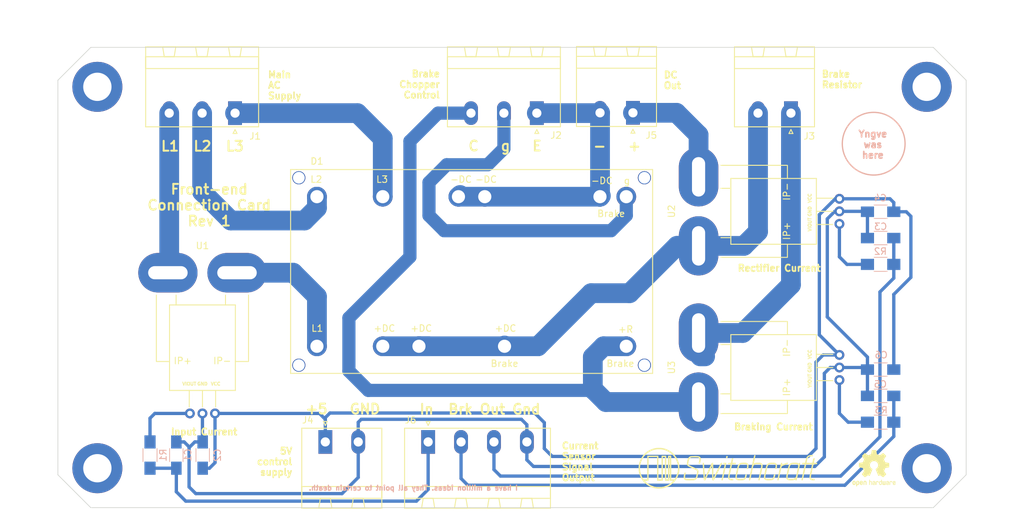
<source format=kicad_pcb>
(kicad_pcb (version 4) (host pcbnew 4.0.6)

  (general
    (links 42)
    (no_connects 0)
    (area 86.949999 97.949999 225.050001 168.050001)
    (thickness 1.6)
    (drawings 28)
    (tracks 158)
    (zones 0)
    (modules 25)
    (nets 19)
  )

  (page A4)
  (title_block
    (title "Diode Front-End Connector Card")
    (date 2017-08-08)
    (rev 1)
    (company "Switchcraft AS")
    (comment 1 1)
    (comment 2 2)
    (comment 3 3)
    (comment 4 4)
  )

  (layers
    (0 F.Cu signal)
    (31 B.Cu signal)
    (32 B.Adhes user)
    (33 F.Adhes user)
    (34 B.Paste user)
    (35 F.Paste user)
    (36 B.SilkS user)
    (37 F.SilkS user)
    (38 B.Mask user)
    (39 F.Mask user)
    (40 Dwgs.User user)
    (41 Cmts.User user)
    (42 Eco1.User user)
    (43 Eco2.User user)
    (44 Edge.Cuts user)
    (45 Margin user)
    (46 B.CrtYd user)
    (47 F.CrtYd user)
    (48 B.Fab user)
    (49 F.Fab user)
  )

  (setup
    (last_trace_width 2)
    (trace_clearance 1)
    (zone_clearance 0.508)
    (zone_45_only no)
    (trace_min 0.2)
    (segment_width 0.2)
    (edge_width 0.1)
    (via_size 0.6)
    (via_drill 0.4)
    (via_min_size 0.4)
    (via_min_drill 0.3)
    (uvia_size 0.3)
    (uvia_drill 0.1)
    (uvias_allowed no)
    (uvia_min_size 0.2)
    (uvia_min_drill 0.1)
    (pcb_text_width 0.3)
    (pcb_text_size 1.5 1.5)
    (mod_edge_width 0.15)
    (mod_text_size 1 1)
    (mod_text_width 0.15)
    (pad_size 1.5 1.5)
    (pad_drill 0.6)
    (pad_to_mask_clearance 0)
    (aux_axis_origin 0 0)
    (visible_elements FFFEFF7F)
    (pcbplotparams
      (layerselection 0x00030_80000001)
      (usegerberextensions false)
      (excludeedgelayer true)
      (linewidth 0.100000)
      (plotframeref false)
      (viasonmask false)
      (mode 1)
      (useauxorigin false)
      (hpglpennumber 1)
      (hpglpenspeed 20)
      (hpglpendiameter 15)
      (hpglpenoverlay 2)
      (psnegative false)
      (psa4output false)
      (plotreference true)
      (plotvalue true)
      (plotinvisibletext false)
      (padsonsilk false)
      (subtractmaskfromsilk false)
      (outputformat 1)
      (mirror false)
      (drillshape 1)
      (scaleselection 1)
      (outputdirectory ""))
  )

  (net 0 "")
  (net 1 +5V)
  (net 2 GND)
  (net 3 DC_in)
  (net 4 DC_out)
  (net 5 BRAKE)
  (net 6 "Net-(D1-Pad28)")
  (net 7 "Net-(D1-Pad21)")
  (net 8 "Net-(D1-Pad18)")
  (net 9 "Net-(D1-Pad14)")
  (net 10 "Net-(D1-Pad4)")
  (net 11 "Net-(D1-Pad1)")
  (net 12 "Net-(D1-Pad15)")
  (net 13 "Net-(J5-Pad1)")
  (net 14 "Net-(J3-Pad1)")
  (net 15 "Net-(R1-Pad2)")
  (net 16 "Net-(R2-Pad2)")
  (net 17 "Net-(R3-Pad2)")
  (net 18 "Net-(J1-Pad3)")

  (net_class Default "This is the default net class."
    (clearance 1)
    (trace_width 2)
    (via_dia 0.6)
    (via_drill 0.4)
    (uvia_dia 0.3)
    (uvia_drill 0.1)
    (add_net "Net-(D1-Pad1)")
    (add_net "Net-(D1-Pad14)")
    (add_net "Net-(D1-Pad15)")
    (add_net "Net-(D1-Pad18)")
    (add_net "Net-(D1-Pad21)")
    (add_net "Net-(D1-Pad28)")
    (add_net "Net-(D1-Pad4)")
    (add_net "Net-(J1-Pad3)")
    (add_net "Net-(J3-Pad1)")
    (add_net "Net-(J5-Pad1)")
  )

  (net_class Signals ""
    (clearance 0.2)
    (trace_width 0.5)
    (via_dia 0.6)
    (via_drill 0.4)
    (uvia_dia 0.3)
    (uvia_drill 0.1)
    (add_net +5V)
    (add_net BRAKE)
    (add_net DC_in)
    (add_net DC_out)
    (add_net GND)
    (add_net "Net-(R1-Pad2)")
    (add_net "Net-(R2-Pad2)")
    (add_net "Net-(R3-Pad2)")
  )

  (module Mounting_Holes:MountingHole_4.3mm_M4_ISO7380_Pad (layer F.Cu) (tedit 59919B81) (tstamp 599A19E7)
    (at 93 104)
    (descr "Mounting Hole 4.3mm, M4, ISO7380")
    (tags "mounting hole 4.3mm m4 iso7380")
    (fp_text reference REF** (at 0 -4.8) (layer F.SilkS) hide
      (effects (font (size 1 1) (thickness 0.15)))
    )
    (fp_text value MountingHole_4.3mm_M4_ISO7380_Pad (at 0 4.8) (layer F.Fab)
      (effects (font (size 1 1) (thickness 0.15)))
    )
    (fp_circle (center 0 0) (end 3.8 0) (layer Cmts.User) (width 0.15))
    (fp_circle (center 0 0) (end 4.05 0) (layer F.CrtYd) (width 0.05))
    (pad 1 thru_hole circle (at 0 0) (size 7.6 7.6) (drill 4.3) (layers *.Cu *.Mask))
  )

  (module Mounting_Holes:MountingHole_4.3mm_M4_ISO7380_Pad (layer F.Cu) (tedit 59919B86) (tstamp 599A19E0)
    (at 93 162)
    (descr "Mounting Hole 4.3mm, M4, ISO7380")
    (tags "mounting hole 4.3mm m4 iso7380")
    (fp_text reference REF** (at 0 -4.8) (layer F.SilkS) hide
      (effects (font (size 1 1) (thickness 0.15)))
    )
    (fp_text value MountingHole_4.3mm_M4_ISO7380_Pad (at 0 4.8) (layer F.Fab)
      (effects (font (size 1 1) (thickness 0.15)))
    )
    (fp_circle (center 0 0) (end 3.8 0) (layer Cmts.User) (width 0.15))
    (fp_circle (center 0 0) (end 4.05 0) (layer F.CrtYd) (width 0.05))
    (pad 1 thru_hole circle (at 0 0) (size 7.6 7.6) (drill 4.3) (layers *.Cu *.Mask))
  )

  (module Mounting_Holes:MountingHole_4.3mm_M4_ISO7380_Pad (layer F.Cu) (tedit 59919B8B) (tstamp 599A19B2)
    (at 219 162)
    (descr "Mounting Hole 4.3mm, M4, ISO7380")
    (tags "mounting hole 4.3mm m4 iso7380")
    (fp_text reference REF** (at 0 -4.8) (layer F.SilkS) hide
      (effects (font (size 1 1) (thickness 0.15)))
    )
    (fp_text value MountingHole_4.3mm_M4_ISO7380_Pad (at 0 4.8) (layer F.Fab)
      (effects (font (size 1 1) (thickness 0.15)))
    )
    (fp_circle (center 0 0) (end 3.8 0) (layer Cmts.User) (width 0.15))
    (fp_circle (center 0 0) (end 4.05 0) (layer F.CrtYd) (width 0.05))
    (pad 1 thru_hole circle (at 0 0) (size 7.6 7.6) (drill 4.3) (layers *.Cu *.Mask))
  )

  (module Capacitors_SMD:C_1206_HandSoldering (layer B.Cu) (tedit 58AA84D1) (tstamp 59897E44)
    (at 105 160 90)
    (descr "Capacitor SMD 1206, hand soldering")
    (tags "capacitor 1206")
    (path /5989A5D3)
    (attr smd)
    (fp_text reference C1 (at 0 1.75 90) (layer B.SilkS)
      (effects (font (size 1 1) (thickness 0.15)) (justify mirror))
    )
    (fp_text value 0.1uF (at 0 -2 90) (layer B.Fab)
      (effects (font (size 1 1) (thickness 0.15)) (justify mirror))
    )
    (fp_text user %R (at 0 1.75 90) (layer B.Fab)
      (effects (font (size 1 1) (thickness 0.15)) (justify mirror))
    )
    (fp_line (start -1.6 -0.8) (end -1.6 0.8) (layer B.Fab) (width 0.1))
    (fp_line (start 1.6 -0.8) (end -1.6 -0.8) (layer B.Fab) (width 0.1))
    (fp_line (start 1.6 0.8) (end 1.6 -0.8) (layer B.Fab) (width 0.1))
    (fp_line (start -1.6 0.8) (end 1.6 0.8) (layer B.Fab) (width 0.1))
    (fp_line (start 1 1.02) (end -1 1.02) (layer B.SilkS) (width 0.12))
    (fp_line (start -1 -1.02) (end 1 -1.02) (layer B.SilkS) (width 0.12))
    (fp_line (start -3.25 1.05) (end 3.25 1.05) (layer B.CrtYd) (width 0.05))
    (fp_line (start -3.25 1.05) (end -3.25 -1.05) (layer B.CrtYd) (width 0.05))
    (fp_line (start 3.25 -1.05) (end 3.25 1.05) (layer B.CrtYd) (width 0.05))
    (fp_line (start 3.25 -1.05) (end -3.25 -1.05) (layer B.CrtYd) (width 0.05))
    (pad 1 smd rect (at -2 0 90) (size 2 1.6) (layers B.Cu B.Paste B.Mask)
      (net 3 DC_in))
    (pad 2 smd rect (at 2 0 90) (size 2 1.6) (layers B.Cu B.Paste B.Mask)
      (net 2 GND))
    (model Capacitors_SMD.3dshapes/C_1206.wrl
      (at (xyz 0 0 0))
      (scale (xyz 1 1 1))
      (rotate (xyz 0 0 0))
    )
  )

  (module Capacitors_SMD:C_1206_HandSoldering (layer B.Cu) (tedit 59918E01) (tstamp 59897E4A)
    (at 109 160 270)
    (descr "Capacitor SMD 1206, hand soldering")
    (tags "capacitor 1206")
    (path /5989A5D9)
    (attr smd)
    (fp_text reference C2 (at 0.02 -2.252 270) (layer B.SilkS)
      (effects (font (size 1 1) (thickness 0.15)) (justify mirror))
    )
    (fp_text value C (at 0 -2 270) (layer B.Fab)
      (effects (font (size 1 1) (thickness 0.15)) (justify mirror))
    )
    (fp_text user %R (at 0 1.75 270) (layer B.Fab)
      (effects (font (size 1 1) (thickness 0.15)) (justify mirror))
    )
    (fp_line (start -1.6 -0.8) (end -1.6 0.8) (layer B.Fab) (width 0.1))
    (fp_line (start 1.6 -0.8) (end -1.6 -0.8) (layer B.Fab) (width 0.1))
    (fp_line (start 1.6 0.8) (end 1.6 -0.8) (layer B.Fab) (width 0.1))
    (fp_line (start -1.6 0.8) (end 1.6 0.8) (layer B.Fab) (width 0.1))
    (fp_line (start 1 1.02) (end -1 1.02) (layer B.SilkS) (width 0.12))
    (fp_line (start -1 -1.02) (end 1 -1.02) (layer B.SilkS) (width 0.12))
    (fp_line (start -3.25 1.05) (end 3.25 1.05) (layer B.CrtYd) (width 0.05))
    (fp_line (start -3.25 1.05) (end -3.25 -1.05) (layer B.CrtYd) (width 0.05))
    (fp_line (start 3.25 -1.05) (end 3.25 1.05) (layer B.CrtYd) (width 0.05))
    (fp_line (start 3.25 -1.05) (end -3.25 -1.05) (layer B.CrtYd) (width 0.05))
    (pad 1 smd rect (at -2 0 270) (size 2 1.6) (layers B.Cu B.Paste B.Mask)
      (net 2 GND))
    (pad 2 smd rect (at 2 0 270) (size 2 1.6) (layers B.Cu B.Paste B.Mask)
      (net 1 +5V))
    (model Capacitors_SMD.3dshapes/C_1206.wrl
      (at (xyz 0 0 0))
      (scale (xyz 1 1 1))
      (rotate (xyz 0 0 0))
    )
  )

  (module Capacitors_SMD:C_1206_HandSoldering (layer B.Cu) (tedit 58AA84D1) (tstamp 59897E50)
    (at 212 127 180)
    (descr "Capacitor SMD 1206, hand soldering")
    (tags "capacitor 1206")
    (path /5989A519)
    (attr smd)
    (fp_text reference C3 (at 0 1.75 180) (layer B.SilkS)
      (effects (font (size 1 1) (thickness 0.15)) (justify mirror))
    )
    (fp_text value 0.1uF (at 0 -2 180) (layer B.Fab)
      (effects (font (size 1 1) (thickness 0.15)) (justify mirror))
    )
    (fp_text user %R (at 0 1.75 180) (layer B.Fab)
      (effects (font (size 1 1) (thickness 0.15)) (justify mirror))
    )
    (fp_line (start -1.6 -0.8) (end -1.6 0.8) (layer B.Fab) (width 0.1))
    (fp_line (start 1.6 -0.8) (end -1.6 -0.8) (layer B.Fab) (width 0.1))
    (fp_line (start 1.6 0.8) (end 1.6 -0.8) (layer B.Fab) (width 0.1))
    (fp_line (start -1.6 0.8) (end 1.6 0.8) (layer B.Fab) (width 0.1))
    (fp_line (start 1 1.02) (end -1 1.02) (layer B.SilkS) (width 0.12))
    (fp_line (start -1 -1.02) (end 1 -1.02) (layer B.SilkS) (width 0.12))
    (fp_line (start -3.25 1.05) (end 3.25 1.05) (layer B.CrtYd) (width 0.05))
    (fp_line (start -3.25 1.05) (end -3.25 -1.05) (layer B.CrtYd) (width 0.05))
    (fp_line (start 3.25 -1.05) (end 3.25 1.05) (layer B.CrtYd) (width 0.05))
    (fp_line (start 3.25 -1.05) (end -3.25 -1.05) (layer B.CrtYd) (width 0.05))
    (pad 1 smd rect (at -2 0 180) (size 2 1.6) (layers B.Cu B.Paste B.Mask)
      (net 4 DC_out))
    (pad 2 smd rect (at 2 0 180) (size 2 1.6) (layers B.Cu B.Paste B.Mask)
      (net 2 GND))
    (model Capacitors_SMD.3dshapes/C_1206.wrl
      (at (xyz 0 0 0))
      (scale (xyz 1 1 1))
      (rotate (xyz 0 0 0))
    )
  )

  (module Capacitors_SMD:C_1206_HandSoldering (layer B.Cu) (tedit 59918E9D) (tstamp 59897E56)
    (at 212 123)
    (descr "Capacitor SMD 1206, hand soldering")
    (tags "capacitor 1206")
    (path /5989A51F)
    (attr smd)
    (fp_text reference C4 (at -0.037 -2.096) (layer B.SilkS)
      (effects (font (size 1 1) (thickness 0.15)) (justify mirror))
    )
    (fp_text value C (at 0 -2) (layer B.Fab)
      (effects (font (size 1 1) (thickness 0.15)) (justify mirror))
    )
    (fp_text user %R (at -0.037 -2.096) (layer B.Fab)
      (effects (font (size 1 1) (thickness 0.15)) (justify mirror))
    )
    (fp_line (start -1.6 -0.8) (end -1.6 0.8) (layer B.Fab) (width 0.1))
    (fp_line (start 1.6 -0.8) (end -1.6 -0.8) (layer B.Fab) (width 0.1))
    (fp_line (start 1.6 0.8) (end 1.6 -0.8) (layer B.Fab) (width 0.1))
    (fp_line (start -1.6 0.8) (end 1.6 0.8) (layer B.Fab) (width 0.1))
    (fp_line (start 1 1.02) (end -1 1.02) (layer B.SilkS) (width 0.12))
    (fp_line (start -1 -1.02) (end 1 -1.02) (layer B.SilkS) (width 0.12))
    (fp_line (start -3.25 1.05) (end 3.25 1.05) (layer B.CrtYd) (width 0.05))
    (fp_line (start -3.25 1.05) (end -3.25 -1.05) (layer B.CrtYd) (width 0.05))
    (fp_line (start 3.25 -1.05) (end 3.25 1.05) (layer B.CrtYd) (width 0.05))
    (fp_line (start 3.25 -1.05) (end -3.25 -1.05) (layer B.CrtYd) (width 0.05))
    (pad 1 smd rect (at -2 0) (size 2 1.6) (layers B.Cu B.Paste B.Mask)
      (net 2 GND))
    (pad 2 smd rect (at 2 0) (size 2 1.6) (layers B.Cu B.Paste B.Mask)
      (net 1 +5V))
    (model Capacitors_SMD.3dshapes/C_1206.wrl
      (at (xyz 0 0 0))
      (scale (xyz 1 1 1))
      (rotate (xyz 0 0 0))
    )
  )

  (module Capacitors_SMD:C_1206_HandSoldering (layer B.Cu) (tedit 59918E8F) (tstamp 59897E5C)
    (at 212 151 180)
    (descr "Capacitor SMD 1206, hand soldering")
    (tags "capacitor 1206")
    (path /598996E5)
    (attr smd)
    (fp_text reference C5 (at 0.037 1.775 180) (layer B.SilkS)
      (effects (font (size 1 1) (thickness 0.15)) (justify mirror))
    )
    (fp_text value 0.1uF (at 0 -2 180) (layer B.Fab)
      (effects (font (size 1 1) (thickness 0.15)) (justify mirror))
    )
    (fp_text user %R (at 0 1.75 180) (layer B.Fab)
      (effects (font (size 1 1) (thickness 0.15)) (justify mirror))
    )
    (fp_line (start -1.6 -0.8) (end -1.6 0.8) (layer B.Fab) (width 0.1))
    (fp_line (start 1.6 -0.8) (end -1.6 -0.8) (layer B.Fab) (width 0.1))
    (fp_line (start 1.6 0.8) (end 1.6 -0.8) (layer B.Fab) (width 0.1))
    (fp_line (start -1.6 0.8) (end 1.6 0.8) (layer B.Fab) (width 0.1))
    (fp_line (start 1 1.02) (end -1 1.02) (layer B.SilkS) (width 0.12))
    (fp_line (start -1 -1.02) (end 1 -1.02) (layer B.SilkS) (width 0.12))
    (fp_line (start -3.25 1.05) (end 3.25 1.05) (layer B.CrtYd) (width 0.05))
    (fp_line (start -3.25 1.05) (end -3.25 -1.05) (layer B.CrtYd) (width 0.05))
    (fp_line (start 3.25 -1.05) (end 3.25 1.05) (layer B.CrtYd) (width 0.05))
    (fp_line (start 3.25 -1.05) (end -3.25 -1.05) (layer B.CrtYd) (width 0.05))
    (pad 1 smd rect (at -2 0 180) (size 2 1.6) (layers B.Cu B.Paste B.Mask)
      (net 5 BRAKE))
    (pad 2 smd rect (at 2 0 180) (size 2 1.6) (layers B.Cu B.Paste B.Mask)
      (net 2 GND))
    (model Capacitors_SMD.3dshapes/C_1206.wrl
      (at (xyz 0 0 0))
      (scale (xyz 1 1 1))
      (rotate (xyz 0 0 0))
    )
  )

  (module Capacitors_SMD:C_1206_HandSoldering (layer B.Cu) (tedit 59918E88) (tstamp 59897E62)
    (at 212 147)
    (descr "Capacitor SMD 1206, hand soldering")
    (tags "capacitor 1206")
    (path /59899AD5)
    (attr smd)
    (fp_text reference C6 (at 0.09 -2.22) (layer B.SilkS)
      (effects (font (size 1 1) (thickness 0.15)) (justify mirror))
    )
    (fp_text value C (at 0 -2) (layer B.Fab)
      (effects (font (size 1 1) (thickness 0.15)) (justify mirror))
    )
    (fp_text user %R (at 0.09 -2.22) (layer B.Fab)
      (effects (font (size 1 1) (thickness 0.15)) (justify mirror))
    )
    (fp_line (start -1.6 -0.8) (end -1.6 0.8) (layer B.Fab) (width 0.1))
    (fp_line (start 1.6 -0.8) (end -1.6 -0.8) (layer B.Fab) (width 0.1))
    (fp_line (start 1.6 0.8) (end 1.6 -0.8) (layer B.Fab) (width 0.1))
    (fp_line (start -1.6 0.8) (end 1.6 0.8) (layer B.Fab) (width 0.1))
    (fp_line (start 1 1.02) (end -1 1.02) (layer B.SilkS) (width 0.12))
    (fp_line (start -1 -1.02) (end 1 -1.02) (layer B.SilkS) (width 0.12))
    (fp_line (start -3.25 1.05) (end 3.25 1.05) (layer B.CrtYd) (width 0.05))
    (fp_line (start -3.25 1.05) (end -3.25 -1.05) (layer B.CrtYd) (width 0.05))
    (fp_line (start 3.25 -1.05) (end 3.25 1.05) (layer B.CrtYd) (width 0.05))
    (fp_line (start 3.25 -1.05) (end -3.25 -1.05) (layer B.CrtYd) (width 0.05))
    (pad 1 smd rect (at -2 0) (size 2 1.6) (layers B.Cu B.Paste B.Mask)
      (net 2 GND))
    (pad 2 smd rect (at 2 0) (size 2 1.6) (layers B.Cu B.Paste B.Mask)
      (net 1 +5V))
    (model Capacitors_SMD.3dshapes/C_1206.wrl
      (at (xyz 0 0 0))
      (scale (xyz 1 1 1))
      (rotate (xyz 0 0 0))
    )
  )

  (module Semikron:SK_95_DGL_126 (layer F.Cu) (tedit 599180FA) (tstamp 59897E76)
    (at 149.86 132.08 180)
    (path /597B456B)
    (fp_text reference D1 (at 23.495 16.764 180) (layer F.SilkS)
      (effects (font (size 1 1) (thickness 0.15)))
    )
    (fp_text value SK_95_DGL_126 (at 0.127 4.191 180) (layer F.Fab)
      (effects (font (size 1 1) (thickness 0.15)))
    )
    (fp_text user L2 (at 23.6 14 180) (layer F.SilkS)
      (effects (font (size 1 1) (thickness 0.15)))
    )
    (fp_text user L3 (at 13.6 14 180) (layer F.SilkS)
      (effects (font (size 1 1) (thickness 0.15)))
    )
    (fp_text user -DC (at 1.6 14 180) (layer F.SilkS)
      (effects (font (size 1 1) (thickness 0.15)))
    )
    (fp_text user -DC (at -2.2 14 180) (layer F.SilkS)
      (effects (font (size 1 1) (thickness 0.15)))
    )
    (fp_text user Brake (at -21.2 8.8 180) (layer F.SilkS)
      (effects (font (size 1 1) (thickness 0.15)))
    )
    (fp_text user -DC (at -19.8 13.8 180) (layer F.SilkS)
      (effects (font (size 1 1) (thickness 0.15)))
    )
    (fp_text user g (at -23.6 13.8 180) (layer F.SilkS)
      (effects (font (size 1 1) (thickness 0.15)))
    )
    (fp_text user Brake (at -22.6 -14 180) (layer F.SilkS)
      (effects (font (size 1 1) (thickness 0.15)))
    )
    (fp_text user +R (at -23.4 -8.8 180) (layer F.SilkS)
      (effects (font (size 1 1) (thickness 0.15)))
    )
    (fp_text user Brake (at -5 -14 180) (layer F.SilkS)
      (effects (font (size 1 1) (thickness 0.15)))
    )
    (fp_text user +DC (at -5.15 -8.65 180) (layer F.SilkS)
      (effects (font (size 1 1) (thickness 0.15)))
    )
    (fp_text user +DC (at 7.65 -8.65 180) (layer F.SilkS)
      (effects (font (size 1 1) (thickness 0.15)))
    )
    (fp_text user +DC (at 13.25 -8.65 180) (layer F.SilkS)
      (effects (font (size 1 1) (thickness 0.15)))
    )
    (fp_text user L1 (at 23.45 -8.65 180) (layer F.SilkS)
      (effects (font (size 1 1) (thickness 0.15)))
    )
    (fp_line (start 27.5 15.5) (end -27.5 15.5) (layer F.SilkS) (width 0.15))
    (fp_line (start -27.5 15.5) (end -27.5 -15.5) (layer F.SilkS) (width 0.15))
    (fp_line (start 27.5 -15.5) (end -27.5 -15.5) (layer F.SilkS) (width 0.15))
    (fp_line (start 27.5 15.5) (end 27.5 -15.5) (layer F.SilkS) (width 0.15))
    (pad "" np_thru_hole circle (at 0 0 180) (size 2.5 2.5) (drill 2.5) (layers *.Cu *.Mask))
    (pad "" np_thru_hole circle (at -26.25 -14.25 180) (size 2 2) (drill 1.75) (layers *.Cu *.Mask))
    (pad "" np_thru_hole circle (at 26.25 14.25 180) (size 2 2) (drill 1.75) (layers *.Cu *.Mask))
    (pad "" np_thru_hole circle (at -26.25 14.25 180) (size 2 2) (drill 1.75) (layers *.Cu *.Mask))
    (pad 28 thru_hole circle (at -23.5 11.375 180) (size 3 3) (drill 2) (layers *.Cu *.Mask)
      (net 6 "Net-(D1-Pad28)"))
    (pad 27 thru_hole circle (at -19.5 11.375 180) (size 3 3) (drill 2) (layers *.Cu *.Mask)
      (net 7 "Net-(D1-Pad21)"))
    (pad 22 thru_hole circle (at -2 11.375 180) (size 3 3) (drill 2) (layers *.Cu *.Mask)
      (net 7 "Net-(D1-Pad21)"))
    (pad 21 thru_hole circle (at 2 11.375 180) (size 3 3) (drill 2) (layers *.Cu *.Mask)
      (net 7 "Net-(D1-Pad21)"))
    (pad 18 thru_hole circle (at 13.5 11.375 180) (size 3 3) (drill 2) (layers *.Cu *.Mask)
      (net 8 "Net-(D1-Pad18)"))
    (pad 14 thru_hole circle (at -23.5 -11.375 180) (size 3 3) (drill 2) (layers *.Cu *.Mask)
      (net 9 "Net-(D1-Pad14)"))
    (pad 9 thru_hole circle (at -5 -11.375 180) (size 3 3) (drill 2) (layers *.Cu *.Mask)
      (net 10 "Net-(D1-Pad4)"))
    (pad 5 thru_hole circle (at 8 -11.375 180) (size 3 3) (drill 2) (layers *.Cu *.Mask)
      (net 10 "Net-(D1-Pad4)"))
    (pad 4 thru_hole circle (at 13.5 -11.375 180) (size 3 3) (drill 2) (layers *.Cu *.Mask)
      (net 10 "Net-(D1-Pad4)"))
    (pad 1 thru_hole circle (at 23.5 -11.375 180) (size 3 3) (drill 2) (layers *.Cu *.Mask)
      (net 11 "Net-(D1-Pad1)"))
    (pad 15 thru_hole circle (at 23.5 11.375 180) (size 3 3) (drill 2) (layers *.Cu *.Mask)
      (net 12 "Net-(D1-Pad15)"))
    (pad "" np_thru_hole circle (at 26.25 -14.25 180) (size 2 2) (drill 1.75) (layers *.Cu *.Mask))
    (model /Users/Yngve/git/Switchcraft/kicad-lib/packages3d/semikron.3dshapes/Semitop3_cib_dummy_sp.wrl
      (at (xyz 0 0 0))
      (scale (xyz 1 1 1))
      (rotate (xyz 0 0 0))
    )
  )

  (module Phoenix_Contact:MSTBA_25_3p_G_508-1757488 (layer F.Cu) (tedit 59918ED1) (tstamp 59897E7D)
    (at 113.919 108 180)
    (descr "Generic Phoenix Contact connector footprint for series: MSTBA-G; number of pins: 03; pin pitch: 5.00mm; Angled || order number: 1923762 16A (HC) || order number: 1757488 12A")
    (tags "phoenix_contact connector MSTBA_01x03_G_5.00mm")
    (path /597B4B30)
    (fp_text reference J1 (at -3.048 -3.506 180) (layer F.SilkS)
      (effects (font (size 1 1) (thickness 0.15)))
    )
    (fp_text value CONN_01X03 (at 5 11.5 180) (layer F.Fab)
      (effects (font (size 1 1) (thickness 0.15)))
    )
    (fp_line (start -3.58 -2.08) (end -3.58 10.08) (layer F.SilkS) (width 0.15))
    (fp_line (start -3.58 10.08) (end 13.58 10.08) (layer F.SilkS) (width 0.15))
    (fp_line (start 13.58 10.08) (end 13.58 -2.08) (layer F.SilkS) (width 0.15))
    (fp_line (start 13.58 -2.08) (end -3.58 -2.08) (layer F.SilkS) (width 0.15))
    (fp_line (start -3.58 8.58) (end -3.58 6.78) (layer F.SilkS) (width 0.15))
    (fp_line (start -3.58 6.78) (end 13.58 6.78) (layer F.SilkS) (width 0.15))
    (fp_line (start 13.58 6.78) (end 13.58 8.58) (layer F.SilkS) (width 0.15))
    (fp_line (start 13.58 8.58) (end -3.58 8.58) (layer F.SilkS) (width 0.15))
    (fp_line (start -1 10.08) (end 1 10.08) (layer F.SilkS) (width 0.15))
    (fp_line (start 1 10.08) (end 0.75 8.58) (layer F.SilkS) (width 0.15))
    (fp_line (start 0.75 8.58) (end -0.75 8.58) (layer F.SilkS) (width 0.15))
    (fp_line (start -0.75 8.58) (end -1 10.08) (layer F.SilkS) (width 0.15))
    (fp_line (start 4 10.08) (end 6 10.08) (layer F.SilkS) (width 0.15))
    (fp_line (start 6 10.08) (end 5.75 8.58) (layer F.SilkS) (width 0.15))
    (fp_line (start 5.75 8.58) (end 4.25 8.58) (layer F.SilkS) (width 0.15))
    (fp_line (start 4.25 8.58) (end 4 10.08) (layer F.SilkS) (width 0.15))
    (fp_line (start 9 10.08) (end 11 10.08) (layer F.SilkS) (width 0.15))
    (fp_line (start 11 10.08) (end 10.75 8.58) (layer F.SilkS) (width 0.15))
    (fp_line (start 10.75 8.58) (end 9.25 8.58) (layer F.SilkS) (width 0.15))
    (fp_line (start 9.25 8.58) (end 9 10.08) (layer F.SilkS) (width 0.15))
    (fp_line (start -4 -2.5) (end -4 10.5) (layer F.CrtYd) (width 0.05))
    (fp_line (start -4 10.5) (end 14 10.5) (layer F.CrtYd) (width 0.05))
    (fp_line (start 14 10.5) (end 14 -2.5) (layer F.CrtYd) (width 0.05))
    (fp_line (start 14 -2.5) (end -4 -2.5) (layer F.CrtYd) (width 0.05))
    (fp_line (start 0 -2.5) (end 0.3 -3.1) (layer F.SilkS) (width 0.15))
    (fp_line (start 0.3 -3.1) (end -0.3 -3.1) (layer F.SilkS) (width 0.15))
    (fp_line (start -0.3 -3.1) (end 0 -2.5) (layer F.SilkS) (width 0.15))
    (pad 1 thru_hole rect (at 0 0 180) (size 2.1 3.6) (drill 1.4) (layers *.Cu *.Mask)
      (net 8 "Net-(D1-Pad18)"))
    (pad 2 thru_hole oval (at 5 0 180) (size 2.1 3.6) (drill 1.4) (layers *.Cu *.Mask)
      (net 12 "Net-(D1-Pad15)"))
    (pad 3 thru_hole oval (at 10 0 180) (size 2.1 3.6) (drill 1.4) (layers *.Cu *.Mask)
      (net 18 "Net-(J1-Pad3)"))
    (model /Users/Yngve/git/Switchcraft/kicad-lib/packages3d/PhoenixContact.3dshapes/MSTBA_25_3p_G_508-1757488.wrl
      (at (xyz 0 0 0))
      (scale (xyz 1 1 1))
      (rotate (xyz 0 0 90))
    )
  )

  (module Phoenix_Contact:MSTBA_25_3p_G_508-1757488 (layer F.Cu) (tedit 59918EDA) (tstamp 59897E84)
    (at 159.766 108 180)
    (descr "Generic Phoenix Contact connector footprint for series: MSTBA-G; number of pins: 03; pin pitch: 5.00mm; Angled || order number: 1923762 16A (HC) || order number: 1757488 12A")
    (tags "phoenix_contact connector MSTBA_01x03_G_5.00mm")
    (path /597B4B8B)
    (fp_text reference J2 (at -2.921 -3.379 180) (layer F.SilkS)
      (effects (font (size 1 1) (thickness 0.15)))
    )
    (fp_text value CONN_01X03 (at 5 11.5 180) (layer F.Fab)
      (effects (font (size 1 1) (thickness 0.15)))
    )
    (fp_line (start -3.58 -2.08) (end -3.58 10.08) (layer F.SilkS) (width 0.15))
    (fp_line (start -3.58 10.08) (end 13.58 10.08) (layer F.SilkS) (width 0.15))
    (fp_line (start 13.58 10.08) (end 13.58 -2.08) (layer F.SilkS) (width 0.15))
    (fp_line (start 13.58 -2.08) (end -3.58 -2.08) (layer F.SilkS) (width 0.15))
    (fp_line (start -3.58 8.58) (end -3.58 6.78) (layer F.SilkS) (width 0.15))
    (fp_line (start -3.58 6.78) (end 13.58 6.78) (layer F.SilkS) (width 0.15))
    (fp_line (start 13.58 6.78) (end 13.58 8.58) (layer F.SilkS) (width 0.15))
    (fp_line (start 13.58 8.58) (end -3.58 8.58) (layer F.SilkS) (width 0.15))
    (fp_line (start -1 10.08) (end 1 10.08) (layer F.SilkS) (width 0.15))
    (fp_line (start 1 10.08) (end 0.75 8.58) (layer F.SilkS) (width 0.15))
    (fp_line (start 0.75 8.58) (end -0.75 8.58) (layer F.SilkS) (width 0.15))
    (fp_line (start -0.75 8.58) (end -1 10.08) (layer F.SilkS) (width 0.15))
    (fp_line (start 4 10.08) (end 6 10.08) (layer F.SilkS) (width 0.15))
    (fp_line (start 6 10.08) (end 5.75 8.58) (layer F.SilkS) (width 0.15))
    (fp_line (start 5.75 8.58) (end 4.25 8.58) (layer F.SilkS) (width 0.15))
    (fp_line (start 4.25 8.58) (end 4 10.08) (layer F.SilkS) (width 0.15))
    (fp_line (start 9 10.08) (end 11 10.08) (layer F.SilkS) (width 0.15))
    (fp_line (start 11 10.08) (end 10.75 8.58) (layer F.SilkS) (width 0.15))
    (fp_line (start 10.75 8.58) (end 9.25 8.58) (layer F.SilkS) (width 0.15))
    (fp_line (start 9.25 8.58) (end 9 10.08) (layer F.SilkS) (width 0.15))
    (fp_line (start -4 -2.5) (end -4 10.5) (layer F.CrtYd) (width 0.05))
    (fp_line (start -4 10.5) (end 14 10.5) (layer F.CrtYd) (width 0.05))
    (fp_line (start 14 10.5) (end 14 -2.5) (layer F.CrtYd) (width 0.05))
    (fp_line (start 14 -2.5) (end -4 -2.5) (layer F.CrtYd) (width 0.05))
    (fp_line (start 0 -2.5) (end 0.3 -3.1) (layer F.SilkS) (width 0.15))
    (fp_line (start 0.3 -3.1) (end -0.3 -3.1) (layer F.SilkS) (width 0.15))
    (fp_line (start -0.3 -3.1) (end 0 -2.5) (layer F.SilkS) (width 0.15))
    (pad 1 thru_hole rect (at 0 0 180) (size 2.1 3.6) (drill 1.4) (layers *.Cu *.Mask)
      (net 7 "Net-(D1-Pad21)"))
    (pad 2 thru_hole oval (at 5 0 180) (size 2.1 3.6) (drill 1.4) (layers *.Cu *.Mask)
      (net 6 "Net-(D1-Pad28)"))
    (pad 3 thru_hole oval (at 10 0 180) (size 2.1 3.6) (drill 1.4) (layers *.Cu *.Mask)
      (net 9 "Net-(D1-Pad14)"))
    (model /Users/Yngve/git/Switchcraft/kicad-lib/packages3d/PhoenixContact.3dshapes/MSTBA_25_3p_G_508-1757488.wrl
      (at (xyz 0 0 0))
      (scale (xyz 1 1 1))
      (rotate (xyz 0 0 90))
    )
  )

  (module Phoenix_Contact:MSTBA_25_2p_G_508-1757242 (layer F.Cu) (tedit 59918EE2) (tstamp 59897E8A)
    (at 198.374 108 180)
    (descr "Generic Phoenix Contact connector footprint for series: MSTBA-G; number of pins: 02; pin pitch: 5.00mm; Angled || order number: 1923759 16A (HC) || order number: 1757475 12A")
    (tags "phoenix_contact connector MSTBA_01x02_G_5.00mm")
    (path /597B4D04)
    (fp_text reference J3 (at -2.794 -3.506 180) (layer F.SilkS)
      (effects (font (size 1 1) (thickness 0.15)))
    )
    (fp_text value CONN_01X02 (at 2.5 11.5 180) (layer F.Fab)
      (effects (font (size 1 1) (thickness 0.15)))
    )
    (fp_line (start -3.58 -2.08) (end -3.58 10.08) (layer F.SilkS) (width 0.15))
    (fp_line (start -3.58 10.08) (end 8.58 10.08) (layer F.SilkS) (width 0.15))
    (fp_line (start 8.58 10.08) (end 8.58 -2.08) (layer F.SilkS) (width 0.15))
    (fp_line (start 8.58 -2.08) (end -3.58 -2.08) (layer F.SilkS) (width 0.15))
    (fp_line (start -3.58 8.58) (end -3.58 6.78) (layer F.SilkS) (width 0.15))
    (fp_line (start -3.58 6.78) (end 8.58 6.78) (layer F.SilkS) (width 0.15))
    (fp_line (start 8.58 6.78) (end 8.58 8.58) (layer F.SilkS) (width 0.15))
    (fp_line (start 8.58 8.58) (end -3.58 8.58) (layer F.SilkS) (width 0.15))
    (fp_line (start -1 10.08) (end 1 10.08) (layer F.SilkS) (width 0.15))
    (fp_line (start 1 10.08) (end 0.75 8.58) (layer F.SilkS) (width 0.15))
    (fp_line (start 0.75 8.58) (end -0.75 8.58) (layer F.SilkS) (width 0.15))
    (fp_line (start -0.75 8.58) (end -1 10.08) (layer F.SilkS) (width 0.15))
    (fp_line (start 4 10.08) (end 6 10.08) (layer F.SilkS) (width 0.15))
    (fp_line (start 6 10.08) (end 5.75 8.58) (layer F.SilkS) (width 0.15))
    (fp_line (start 5.75 8.58) (end 4.25 8.58) (layer F.SilkS) (width 0.15))
    (fp_line (start 4.25 8.58) (end 4 10.08) (layer F.SilkS) (width 0.15))
    (fp_line (start -4 -2.5) (end -4 10.5) (layer F.CrtYd) (width 0.05))
    (fp_line (start -4 10.5) (end 9 10.5) (layer F.CrtYd) (width 0.05))
    (fp_line (start 9 10.5) (end 9 -2.5) (layer F.CrtYd) (width 0.05))
    (fp_line (start 9 -2.5) (end -4 -2.5) (layer F.CrtYd) (width 0.05))
    (fp_line (start 0 -2.5) (end 0.3 -3.1) (layer F.SilkS) (width 0.15))
    (fp_line (start 0.3 -3.1) (end -0.3 -3.1) (layer F.SilkS) (width 0.15))
    (fp_line (start -0.3 -3.1) (end 0 -2.5) (layer F.SilkS) (width 0.15))
    (pad 1 thru_hole rect (at 0 0 180) (size 2.1 3.6) (drill 1.4) (layers *.Cu *.Mask)
      (net 14 "Net-(J3-Pad1)"))
    (pad 2 thru_hole oval (at 5 0 180) (size 2.1 3.6) (drill 1.4) (layers *.Cu *.Mask)
      (net 10 "Net-(D1-Pad4)"))
    (model /Users/Yngve/git/Switchcraft/kicad-lib/packages3d/PhoenixContact.3dshapes/MSTBA_25_2p_G_508-1757242.wrl
      (at (xyz 0 0 0))
      (scale (xyz 1 1 1))
      (rotate (xyz 0 0 90))
    )
  )

  (module Phoenix_Contact:MSTBA_25_2p_G_508-1757242 (layer F.Cu) (tedit 59918E1A) (tstamp 59897E90)
    (at 127.635 158)
    (descr "Generic Phoenix Contact connector footprint for series: MSTBA-G; number of pins: 02; pin pitch: 5.00mm; Angled || order number: 1923759 16A (HC) || order number: 1757475 12A")
    (tags "phoenix_contact connector MSTBA_01x02_G_5.00mm")
    (path /59898430)
    (fp_text reference J4 (at -2.667 -3.314) (layer F.SilkS)
      (effects (font (size 1 1) (thickness 0.15)))
    )
    (fp_text value CONN_01X02 (at 2.5 11.5) (layer F.Fab)
      (effects (font (size 1 1) (thickness 0.15)))
    )
    (fp_line (start -3.58 -2.08) (end -3.58 10.08) (layer F.SilkS) (width 0.15))
    (fp_line (start -3.58 10.08) (end 8.58 10.08) (layer F.SilkS) (width 0.15))
    (fp_line (start 8.58 10.08) (end 8.58 -2.08) (layer F.SilkS) (width 0.15))
    (fp_line (start 8.58 -2.08) (end -3.58 -2.08) (layer F.SilkS) (width 0.15))
    (fp_line (start -3.58 8.58) (end -3.58 6.78) (layer F.SilkS) (width 0.15))
    (fp_line (start -3.58 6.78) (end 8.58 6.78) (layer F.SilkS) (width 0.15))
    (fp_line (start 8.58 6.78) (end 8.58 8.58) (layer F.SilkS) (width 0.15))
    (fp_line (start 8.58 8.58) (end -3.58 8.58) (layer F.SilkS) (width 0.15))
    (fp_line (start -1 10.08) (end 1 10.08) (layer F.SilkS) (width 0.15))
    (fp_line (start 1 10.08) (end 0.75 8.58) (layer F.SilkS) (width 0.15))
    (fp_line (start 0.75 8.58) (end -0.75 8.58) (layer F.SilkS) (width 0.15))
    (fp_line (start -0.75 8.58) (end -1 10.08) (layer F.SilkS) (width 0.15))
    (fp_line (start 4 10.08) (end 6 10.08) (layer F.SilkS) (width 0.15))
    (fp_line (start 6 10.08) (end 5.75 8.58) (layer F.SilkS) (width 0.15))
    (fp_line (start 5.75 8.58) (end 4.25 8.58) (layer F.SilkS) (width 0.15))
    (fp_line (start 4.25 8.58) (end 4 10.08) (layer F.SilkS) (width 0.15))
    (fp_line (start -4 -2.5) (end -4 10.5) (layer F.CrtYd) (width 0.05))
    (fp_line (start -4 10.5) (end 9 10.5) (layer F.CrtYd) (width 0.05))
    (fp_line (start 9 10.5) (end 9 -2.5) (layer F.CrtYd) (width 0.05))
    (fp_line (start 9 -2.5) (end -4 -2.5) (layer F.CrtYd) (width 0.05))
    (fp_line (start 0 -2.5) (end 0.3 -3.1) (layer F.SilkS) (width 0.15))
    (fp_line (start 0.3 -3.1) (end -0.3 -3.1) (layer F.SilkS) (width 0.15))
    (fp_line (start -0.3 -3.1) (end 0 -2.5) (layer F.SilkS) (width 0.15))
    (pad 1 thru_hole rect (at 0 0) (size 2.1 3.6) (drill 1.4) (layers *.Cu *.Mask)
      (net 1 +5V))
    (pad 2 thru_hole oval (at 5 0) (size 2.1 3.6) (drill 1.4) (layers *.Cu *.Mask)
      (net 2 GND))
    (model /Users/Yngve/git/Switchcraft/kicad-lib/packages3d/PhoenixContact.3dshapes/MSTBA_25_2p_G_508-1757242.wrl
      (at (xyz 0 0 0))
      (scale (xyz 1 1 1))
      (rotate (xyz 0 0 90))
    )
  )

  (module Phoenix_Contact:MSTBA_25_2p_G_508-1757242 (layer F.Cu) (tedit 59918EDE) (tstamp 59897E96)
    (at 174.371 107.95 180)
    (descr "Generic Phoenix Contact connector footprint for series: MSTBA-G; number of pins: 02; pin pitch: 5.00mm; Angled || order number: 1923759 16A (HC) || order number: 1757475 12A")
    (tags "phoenix_contact connector MSTBA_01x02_G_5.00mm")
    (path /59897B79)
    (fp_text reference J5 (at -2.794 -3.429 180) (layer F.SilkS)
      (effects (font (size 1 1) (thickness 0.15)))
    )
    (fp_text value CONN_01X02 (at 2.5 11.5 180) (layer F.Fab)
      (effects (font (size 1 1) (thickness 0.15)))
    )
    (fp_line (start -3.58 -2.08) (end -3.58 10.08) (layer F.SilkS) (width 0.15))
    (fp_line (start -3.58 10.08) (end 8.58 10.08) (layer F.SilkS) (width 0.15))
    (fp_line (start 8.58 10.08) (end 8.58 -2.08) (layer F.SilkS) (width 0.15))
    (fp_line (start 8.58 -2.08) (end -3.58 -2.08) (layer F.SilkS) (width 0.15))
    (fp_line (start -3.58 8.58) (end -3.58 6.78) (layer F.SilkS) (width 0.15))
    (fp_line (start -3.58 6.78) (end 8.58 6.78) (layer F.SilkS) (width 0.15))
    (fp_line (start 8.58 6.78) (end 8.58 8.58) (layer F.SilkS) (width 0.15))
    (fp_line (start 8.58 8.58) (end -3.58 8.58) (layer F.SilkS) (width 0.15))
    (fp_line (start -1 10.08) (end 1 10.08) (layer F.SilkS) (width 0.15))
    (fp_line (start 1 10.08) (end 0.75 8.58) (layer F.SilkS) (width 0.15))
    (fp_line (start 0.75 8.58) (end -0.75 8.58) (layer F.SilkS) (width 0.15))
    (fp_line (start -0.75 8.58) (end -1 10.08) (layer F.SilkS) (width 0.15))
    (fp_line (start 4 10.08) (end 6 10.08) (layer F.SilkS) (width 0.15))
    (fp_line (start 6 10.08) (end 5.75 8.58) (layer F.SilkS) (width 0.15))
    (fp_line (start 5.75 8.58) (end 4.25 8.58) (layer F.SilkS) (width 0.15))
    (fp_line (start 4.25 8.58) (end 4 10.08) (layer F.SilkS) (width 0.15))
    (fp_line (start -4 -2.5) (end -4 10.5) (layer F.CrtYd) (width 0.05))
    (fp_line (start -4 10.5) (end 9 10.5) (layer F.CrtYd) (width 0.05))
    (fp_line (start 9 10.5) (end 9 -2.5) (layer F.CrtYd) (width 0.05))
    (fp_line (start 9 -2.5) (end -4 -2.5) (layer F.CrtYd) (width 0.05))
    (fp_line (start 0 -2.5) (end 0.3 -3.1) (layer F.SilkS) (width 0.15))
    (fp_line (start 0.3 -3.1) (end -0.3 -3.1) (layer F.SilkS) (width 0.15))
    (fp_line (start -0.3 -3.1) (end 0 -2.5) (layer F.SilkS) (width 0.15))
    (pad 1 thru_hole rect (at 0 0 180) (size 2.1 3.6) (drill 1.4) (layers *.Cu *.Mask)
      (net 13 "Net-(J5-Pad1)"))
    (pad 2 thru_hole oval (at 5 0 180) (size 2.1 3.6) (drill 1.4) (layers *.Cu *.Mask)
      (net 7 "Net-(D1-Pad21)"))
    (model /Users/Yngve/git/Switchcraft/kicad-lib/packages3d/PhoenixContact.3dshapes/MSTBA_25_2p_G_508-1757242.wrl
      (at (xyz 0 0 0))
      (scale (xyz 1 1 1))
      (rotate (xyz 0 0 90))
    )
  )

  (module Phoenix_Contact:MSTBA_25_4p_G_508-1757268 (layer F.Cu) (tedit 59918E14) (tstamp 59897E9E)
    (at 143.256 158)
    (descr "Generic Phoenix Contact connector footprint for series: MSTBA-G; number of pins: 04; pin pitch: 5.00mm; Angled || order number: 1923775 16A (HC) || order number: 1757491 12A")
    (tags "phoenix_contact connector MSTBA_01x04_G_5.00mm")
    (path /5989B4E7)
    (fp_text reference J6 (at -2.667 -3.314) (layer F.SilkS)
      (effects (font (size 1 1) (thickness 0.15)))
    )
    (fp_text value CONN_01X04 (at 7.5 11.5) (layer F.Fab)
      (effects (font (size 1 1) (thickness 0.15)))
    )
    (fp_line (start -3.58 -2.08) (end -3.58 10.08) (layer F.SilkS) (width 0.15))
    (fp_line (start -3.58 10.08) (end 18.58 10.08) (layer F.SilkS) (width 0.15))
    (fp_line (start 18.58 10.08) (end 18.58 -2.08) (layer F.SilkS) (width 0.15))
    (fp_line (start 18.58 -2.08) (end -3.58 -2.08) (layer F.SilkS) (width 0.15))
    (fp_line (start -3.58 8.58) (end -3.58 6.78) (layer F.SilkS) (width 0.15))
    (fp_line (start -3.58 6.78) (end 18.58 6.78) (layer F.SilkS) (width 0.15))
    (fp_line (start 18.58 6.78) (end 18.58 8.58) (layer F.SilkS) (width 0.15))
    (fp_line (start 18.58 8.58) (end -3.58 8.58) (layer F.SilkS) (width 0.15))
    (fp_line (start -1 10.08) (end 1 10.08) (layer F.SilkS) (width 0.15))
    (fp_line (start 1 10.08) (end 0.75 8.58) (layer F.SilkS) (width 0.15))
    (fp_line (start 0.75 8.58) (end -0.75 8.58) (layer F.SilkS) (width 0.15))
    (fp_line (start -0.75 8.58) (end -1 10.08) (layer F.SilkS) (width 0.15))
    (fp_line (start 4 10.08) (end 6 10.08) (layer F.SilkS) (width 0.15))
    (fp_line (start 6 10.08) (end 5.75 8.58) (layer F.SilkS) (width 0.15))
    (fp_line (start 5.75 8.58) (end 4.25 8.58) (layer F.SilkS) (width 0.15))
    (fp_line (start 4.25 8.58) (end 4 10.08) (layer F.SilkS) (width 0.15))
    (fp_line (start 9 10.08) (end 11 10.08) (layer F.SilkS) (width 0.15))
    (fp_line (start 11 10.08) (end 10.75 8.58) (layer F.SilkS) (width 0.15))
    (fp_line (start 10.75 8.58) (end 9.25 8.58) (layer F.SilkS) (width 0.15))
    (fp_line (start 9.25 8.58) (end 9 10.08) (layer F.SilkS) (width 0.15))
    (fp_line (start 14 10.08) (end 16 10.08) (layer F.SilkS) (width 0.15))
    (fp_line (start 16 10.08) (end 15.75 8.58) (layer F.SilkS) (width 0.15))
    (fp_line (start 15.75 8.58) (end 14.25 8.58) (layer F.SilkS) (width 0.15))
    (fp_line (start 14.25 8.58) (end 14 10.08) (layer F.SilkS) (width 0.15))
    (fp_line (start -4 -2.5) (end -4 10.5) (layer F.CrtYd) (width 0.05))
    (fp_line (start -4 10.5) (end 19 10.5) (layer F.CrtYd) (width 0.05))
    (fp_line (start 19 10.5) (end 19 -2.5) (layer F.CrtYd) (width 0.05))
    (fp_line (start 19 -2.5) (end -4 -2.5) (layer F.CrtYd) (width 0.05))
    (fp_line (start 0 -2.5) (end 0.3 -3.1) (layer F.SilkS) (width 0.15))
    (fp_line (start 0.3 -3.1) (end -0.3 -3.1) (layer F.SilkS) (width 0.15))
    (fp_line (start -0.3 -3.1) (end 0 -2.5) (layer F.SilkS) (width 0.15))
    (pad 1 thru_hole rect (at 0 0) (size 2.1 3.6) (drill 1.4) (layers *.Cu *.Mask)
      (net 3 DC_in))
    (pad 2 thru_hole oval (at 5 0) (size 2.1 3.6) (drill 1.4) (layers *.Cu *.Mask)
      (net 5 BRAKE))
    (pad 3 thru_hole oval (at 10 0) (size 2.1 3.6) (drill 1.4) (layers *.Cu *.Mask)
      (net 4 DC_out))
    (pad 4 thru_hole oval (at 15 0) (size 2.1 3.6) (drill 1.4) (layers *.Cu *.Mask)
      (net 2 GND))
    (model /Users/Yngve/git/Switchcraft/kicad-lib/packages3d/PhoenixContact.3dshapes/MSTBA_25_4p_G_508-1757268.wrl
      (at (xyz 0 0 0))
      (scale (xyz 1 1 1))
      (rotate (xyz 0 0 90))
    )
  )

  (module Resistors_SMD:R_1206_HandSoldering (layer B.Cu) (tedit 59918E09) (tstamp 599174D9)
    (at 101 160 90)
    (descr "Resistor SMD 1206, hand soldering")
    (tags "resistor 1206")
    (path /59917B77)
    (attr smd)
    (fp_text reference R1 (at -0.02 1.997 90) (layer B.SilkS)
      (effects (font (size 1 1) (thickness 0.15)) (justify mirror))
    )
    (fp_text value R (at 0 -1.9 90) (layer B.Fab)
      (effects (font (size 1 1) (thickness 0.15)) (justify mirror))
    )
    (fp_text user %R (at 0 0 90) (layer B.Fab)
      (effects (font (size 0.7 0.7) (thickness 0.105)) (justify mirror))
    )
    (fp_line (start -1.6 -0.8) (end -1.6 0.8) (layer B.Fab) (width 0.1))
    (fp_line (start 1.6 -0.8) (end -1.6 -0.8) (layer B.Fab) (width 0.1))
    (fp_line (start 1.6 0.8) (end 1.6 -0.8) (layer B.Fab) (width 0.1))
    (fp_line (start -1.6 0.8) (end 1.6 0.8) (layer B.Fab) (width 0.1))
    (fp_line (start 1 -1.07) (end -1 -1.07) (layer B.SilkS) (width 0.12))
    (fp_line (start -1 1.07) (end 1 1.07) (layer B.SilkS) (width 0.12))
    (fp_line (start -3.25 1.11) (end 3.25 1.11) (layer B.CrtYd) (width 0.05))
    (fp_line (start -3.25 1.11) (end -3.25 -1.1) (layer B.CrtYd) (width 0.05))
    (fp_line (start 3.25 -1.1) (end 3.25 1.11) (layer B.CrtYd) (width 0.05))
    (fp_line (start 3.25 -1.1) (end -3.25 -1.1) (layer B.CrtYd) (width 0.05))
    (pad 1 smd rect (at -2 0 90) (size 2 1.7) (layers B.Cu B.Paste B.Mask)
      (net 3 DC_in))
    (pad 2 smd rect (at 2 0 90) (size 2 1.7) (layers B.Cu B.Paste B.Mask)
      (net 15 "Net-(R1-Pad2)"))
    (model ${KISYS3DMOD}/Resistors_SMD.3dshapes/R_1206.wrl
      (at (xyz 0 0 0))
      (scale (xyz 1 1 1))
      (rotate (xyz 0 0 0))
    )
  )

  (module Resistors_SMD:R_1206_HandSoldering (layer B.Cu) (tedit 59918E42) (tstamp 599174DF)
    (at 212 131 180)
    (descr "Resistor SMD 1206, hand soldering")
    (tags "resistor 1206")
    (path /5991783D)
    (attr smd)
    (fp_text reference R2 (at 0.037 1.968 180) (layer B.SilkS)
      (effects (font (size 1 1) (thickness 0.15)) (justify mirror))
    )
    (fp_text value R (at 0 -1.9 180) (layer B.Fab)
      (effects (font (size 1 1) (thickness 0.15)) (justify mirror))
    )
    (fp_text user %R (at 0 0 180) (layer B.Fab)
      (effects (font (size 0.7 0.7) (thickness 0.105)) (justify mirror))
    )
    (fp_line (start -1.6 -0.8) (end -1.6 0.8) (layer B.Fab) (width 0.1))
    (fp_line (start 1.6 -0.8) (end -1.6 -0.8) (layer B.Fab) (width 0.1))
    (fp_line (start 1.6 0.8) (end 1.6 -0.8) (layer B.Fab) (width 0.1))
    (fp_line (start -1.6 0.8) (end 1.6 0.8) (layer B.Fab) (width 0.1))
    (fp_line (start 1 -1.07) (end -1 -1.07) (layer B.SilkS) (width 0.12))
    (fp_line (start -1 1.07) (end 1 1.07) (layer B.SilkS) (width 0.12))
    (fp_line (start -3.25 1.11) (end 3.25 1.11) (layer B.CrtYd) (width 0.05))
    (fp_line (start -3.25 1.11) (end -3.25 -1.1) (layer B.CrtYd) (width 0.05))
    (fp_line (start 3.25 -1.1) (end 3.25 1.11) (layer B.CrtYd) (width 0.05))
    (fp_line (start 3.25 -1.1) (end -3.25 -1.1) (layer B.CrtYd) (width 0.05))
    (pad 1 smd rect (at -2 0 180) (size 2 1.7) (layers B.Cu B.Paste B.Mask)
      (net 4 DC_out))
    (pad 2 smd rect (at 2 0 180) (size 2 1.7) (layers B.Cu B.Paste B.Mask)
      (net 16 "Net-(R2-Pad2)"))
    (model ${KISYS3DMOD}/Resistors_SMD.3dshapes/R_1206.wrl
      (at (xyz 0 0 0))
      (scale (xyz 1 1 1))
      (rotate (xyz 0 0 0))
    )
  )

  (module Resistors_SMD:R_1206_HandSoldering (layer B.Cu) (tedit 59918E96) (tstamp 599174E5)
    (at 212 155 180)
    (descr "Resistor SMD 1206, hand soldering")
    (tags "resistor 1206")
    (path /599175B5)
    (attr smd)
    (fp_text reference R3 (at -0.09 1.838 180) (layer B.SilkS)
      (effects (font (size 1 1) (thickness 0.15)) (justify mirror))
    )
    (fp_text value R (at 0 -1.9 180) (layer B.Fab)
      (effects (font (size 1 1) (thickness 0.15)) (justify mirror))
    )
    (fp_text user %R (at 0 0 180) (layer B.Fab)
      (effects (font (size 0.7 0.7) (thickness 0.105)) (justify mirror))
    )
    (fp_line (start -1.6 -0.8) (end -1.6 0.8) (layer B.Fab) (width 0.1))
    (fp_line (start 1.6 -0.8) (end -1.6 -0.8) (layer B.Fab) (width 0.1))
    (fp_line (start 1.6 0.8) (end 1.6 -0.8) (layer B.Fab) (width 0.1))
    (fp_line (start -1.6 0.8) (end 1.6 0.8) (layer B.Fab) (width 0.1))
    (fp_line (start 1 -1.07) (end -1 -1.07) (layer B.SilkS) (width 0.12))
    (fp_line (start -1 1.07) (end 1 1.07) (layer B.SilkS) (width 0.12))
    (fp_line (start -3.25 1.11) (end 3.25 1.11) (layer B.CrtYd) (width 0.05))
    (fp_line (start -3.25 1.11) (end -3.25 -1.1) (layer B.CrtYd) (width 0.05))
    (fp_line (start 3.25 -1.1) (end 3.25 1.11) (layer B.CrtYd) (width 0.05))
    (fp_line (start 3.25 -1.1) (end -3.25 -1.1) (layer B.CrtYd) (width 0.05))
    (pad 1 smd rect (at -2 0 180) (size 2 1.7) (layers B.Cu B.Paste B.Mask)
      (net 5 BRAKE))
    (pad 2 smd rect (at 2 0 180) (size 2 1.7) (layers B.Cu B.Paste B.Mask)
      (net 17 "Net-(R3-Pad2)"))
    (model ${KISYS3DMOD}/Resistors_SMD.3dshapes/R_1206.wrl
      (at (xyz 0 0 0))
      (scale (xyz 1 1 1))
      (rotate (xyz 0 0 0))
    )
  )

  (module Switchcraft:Switchcraft_medium_logo (layer F.Cu) (tedit 597B4105) (tstamp 599A0F9E)
    (at 189 162)
    (fp_text reference G*** (at 0 3.5) (layer F.SilkS) hide
      (effects (font (thickness 0.3)))
    )
    (fp_text value LOGO (at 0 -3.5) (layer F.SilkS) hide
      (effects (font (thickness 0.3)))
    )
    (fp_poly (pts (xy -10.532908 -3.090947) (xy -10.417416 -3.08777) (xy -10.315775 -3.081679) (xy -10.222237 -3.072023)
      (xy -10.131054 -3.058151) (xy -10.036475 -3.039412) (xy -9.932754 -3.015153) (xy -9.885131 -3.003175)
      (xy -9.624938 -2.923836) (xy -9.374351 -2.821861) (xy -9.134649 -2.698543) (xy -8.907109 -2.555173)
      (xy -8.693009 -2.393042) (xy -8.493626 -2.213443) (xy -8.31024 -2.017666) (xy -8.144127 -1.807003)
      (xy -7.996566 -1.582747) (xy -7.868835 -1.346188) (xy -7.762212 -1.098618) (xy -7.677974 -0.84133)
      (xy -7.65366 -0.747757) (xy -7.630368 -0.647809) (xy -7.612085 -0.558805) (xy -7.59824 -0.475283)
      (xy -7.588263 -0.391781) (xy -7.581583 -0.302838) (xy -7.57763 -0.202992) (xy -7.575833 -0.086783)
      (xy -7.57555 0) (xy -7.576253 0.129756) (xy -7.578742 0.239602) (xy -7.583587 0.335001)
      (xy -7.591359 0.421413) (xy -7.602628 0.5043) (xy -7.617964 0.589124) (xy -7.63794 0.681345)
      (xy -7.65366 0.747756) (xy -7.729277 1.006518) (xy -7.828209 1.257442) (xy -7.949143 1.498893)
      (xy -8.090763 1.729239) (xy -8.251755 1.946844) (xy -8.430803 2.150076) (xy -8.626594 2.337302)
      (xy -8.837813 2.506887) (xy -9.063144 2.657198) (xy -9.29005 2.781127) (xy -9.537228 2.890567)
      (xy -9.785203 2.976325) (xy -10.038516 3.039844) (xy -10.19175 3.067386) (xy -10.257307 3.075218)
      (xy -10.342164 3.081891) (xy -10.4407 3.087279) (xy -10.547296 3.091251) (xy -10.656332 3.093682)
      (xy -10.762188 3.094443) (xy -10.859243 3.093406) (xy -10.941879 3.090443) (xy -11.001237 3.085805)
      (xy -11.284662 3.041587) (xy -11.556739 2.974652) (xy -11.817661 2.884908) (xy -12.067621 2.772264)
      (xy -12.306814 2.636629) (xy -12.535434 2.477912) (xy -12.753674 2.29602) (xy -12.831749 2.222907)
      (xy -13.024777 2.019316) (xy -13.110079 1.91135) (xy -12.840868 1.91135) (xy -12.775602 1.984561)
      (xy -12.715992 2.046242) (xy -12.640136 2.116799) (xy -12.553394 2.191752) (xy -12.461125 2.266622)
      (xy -12.368689 2.33693) (xy -12.281448 2.398198) (xy -12.277274 2.400973) (xy -12.049487 2.538387)
      (xy -11.814298 2.653149) (xy -11.569774 2.745937) (xy -11.313982 2.81743) (xy -11.044991 2.868306)
      (xy -10.89025 2.887795) (xy -10.841422 2.890622) (xy -10.773029 2.891456) (xy -10.690809 2.890514)
      (xy -10.600502 2.888014) (xy -10.507847 2.884172) (xy -10.418581 2.879208) (xy -10.338444 2.873338)
      (xy -10.273174 2.866781) (xy -10.2489 2.863467) (xy -9.983689 2.809667) (xy -9.723767 2.731517)
      (xy -9.471356 2.62988) (xy -9.228677 2.505618) (xy -9.058727 2.400973) (xy -8.971888 2.340279)
      (xy -8.879584 2.270318) (xy -8.787175 2.195568) (xy -8.700021 2.120509) (xy -8.623482 2.049619)
      (xy -8.562921 1.987379) (xy -8.560395 1.984561) (xy -8.495127 1.91135) (xy -8.739227 1.907893)
      (xy -8.832915 1.905831) (xy -8.907754 1.902634) (xy -8.961877 1.898424) (xy -8.993418 1.893327)
      (xy -9.000164 1.890462) (xy -9.002565 1.884759) (xy -9.004738 1.871081) (xy -9.006692 1.848301)
      (xy -9.008438 1.815294) (xy -9.009986 1.770933) (xy -9.011348 1.714094) (xy -9.012533 1.643649)
      (xy -9.013552 1.558472) (xy -9.014416 1.457439) (xy -9.015135 1.339422) (xy -9.015719 1.203296)
      (xy -9.016179 1.047934) (xy -9.016527 0.872212) (xy -9.016771 0.675002) (xy -9.016923 0.455178)
      (xy -9.016993 0.211615) (xy -9.017 0.087344) (xy -9.017 -1.7018) (xy -9.1059 -1.7018)
      (xy -9.1059 0.08636) (xy -9.105949 0.348085) (xy -9.106099 0.585383) (xy -9.10636 0.799226)
      (xy -9.106739 0.990586) (xy -9.107244 1.160434) (xy -9.107885 1.309743) (xy -9.108669 1.439486)
      (xy -9.109604 1.550634) (xy -9.110698 1.64416) (xy -9.11196 1.721036) (xy -9.113399 1.782234)
      (xy -9.115021 1.828726) (xy -9.116836 1.861485) (xy -9.118851 1.881482) (xy -9.121076 1.88969)
      (xy -9.121141 1.88976) (xy -9.135027 1.895094) (xy -9.165949 1.899184) (xy -9.215758 1.902121)
      (xy -9.286307 1.903992) (xy -9.379448 1.904889) (xy -9.4361 1.905) (xy -9.541446 1.904565)
      (xy -9.623258 1.9032) (xy -9.683387 1.900817) (xy -9.723687 1.897325) (xy -9.746009 1.892635)
      (xy -9.75106 1.88976) (xy -9.753291 1.881865) (xy -9.755312 1.862208) (xy -9.757132 1.829817)
      (xy -9.75876 1.78372) (xy -9.760203 1.722943) (xy -9.76147 1.646516) (xy -9.762569 1.553466)
      (xy -9.763509 1.44282) (xy -9.764296 1.313607) (xy -9.764941 1.164854) (xy -9.76545 0.99559)
      (xy -9.765832 0.804841) (xy -9.766096 0.591636) (xy -9.766249 0.355002) (xy -9.7663 0.093968)
      (xy -9.7663 -1.7018) (xy -10.0838 -1.7018) (xy -10.0838 0.08636) (xy -10.083849 0.348085)
      (xy -10.083999 0.585383) (xy -10.08426 0.799226) (xy -10.084639 0.990586) (xy -10.085144 1.160434)
      (xy -10.085785 1.309743) (xy -10.086569 1.439486) (xy -10.087504 1.550634) (xy -10.088598 1.64416)
      (xy -10.08986 1.721036) (xy -10.091299 1.782234) (xy -10.092921 1.828726) (xy -10.094736 1.861485)
      (xy -10.096751 1.881482) (xy -10.098976 1.88969) (xy -10.09904 1.88976) (xy -10.11593 1.894222)
      (xy -10.154469 1.897975) (xy -10.210921 1.901019) (xy -10.281544 1.903353) (xy -10.362601 1.904978)
      (xy -10.45035 1.905893) (xy -10.541055 1.906099) (xy -10.630973 1.905595) (xy -10.716368 1.904382)
      (xy -10.793499 1.902459) (xy -10.858627 1.899827) (xy -10.908012 1.896486) (xy -10.937916 1.892435)
      (xy -10.94486 1.88976) (xy -10.947091 1.881865) (xy -10.949112 1.862208) (xy -10.950932 1.829817)
      (xy -10.95256 1.78372) (xy -10.954003 1.722943) (xy -10.95527 1.646516) (xy -10.956369 1.553466)
      (xy -10.957309 1.44282) (xy -10.958096 1.313607) (xy -10.958741 1.164854) (xy -10.95925 0.99559)
      (xy -10.959632 0.804841) (xy -10.959896 0.591636) (xy -10.960049 0.355002) (xy -10.9601 0.093968)
      (xy -10.9601 -1.7018) (xy -12.2555 -1.7018) (xy -12.2555 0.087344) (xy -12.255535 0.342479)
      (xy -12.255646 0.573342) (xy -12.255844 0.781061) (xy -12.25614 0.966765) (xy -12.256544 1.13158)
      (xy -12.257066 1.276636) (xy -12.257718 1.40306) (xy -12.258509 1.51198) (xy -12.259451 1.604524)
      (xy -12.260553 1.681821) (xy -12.261827 1.744997) (xy -12.263283 1.795183) (xy -12.264931 1.833504)
      (xy -12.266783 1.86109) (xy -12.268848 1.879068) (xy -12.271137 1.888567) (xy -12.272371 1.890491)
      (xy -12.291786 1.895844) (xy -12.335396 1.900372) (xy -12.402008 1.904003) (xy -12.490426 1.906666)
      (xy -12.565055 1.907921) (xy -12.840868 1.91135) (xy -13.110079 1.91135) (xy -13.196587 1.80186)
      (xy -13.346955 1.570969) (xy -13.475659 1.327072) (xy -13.582476 1.070599) (xy -13.667183 0.80198)
      (xy -13.729558 0.521644) (xy -13.737365 0.47625) (xy -13.747016 0.398954) (xy -13.754298 0.301899)
      (xy -13.759211 0.190613) (xy -13.761755 0.070626) (xy -13.761813 0.029434) (xy -13.563041 0.029434)
      (xy -13.547387 0.294778) (xy -13.506579 0.560228) (xy -13.440559 0.824885) (xy -13.410717 0.919466)
      (xy -13.372032 1.024079) (xy -13.32212 1.141679) (xy -13.264653 1.264683) (xy -13.203303 1.385508)
      (xy -13.141744 1.49657) (xy -13.091838 1.577878) (xy -13.01115 1.701606) (xy -12.4587 1.7018)
      (xy -12.4587 -0.086361) (xy -12.458652 -0.348086) (xy -12.458502 -0.585384) (xy -12.458241 -0.799227)
      (xy -12.457862 -0.990587) (xy -12.457357 -1.160435) (xy -12.456716 -1.309744) (xy -12.455932 -1.439487)
      (xy -12.454997 -1.550635) (xy -12.453903 -1.644161) (xy -12.452641 -1.721037) (xy -12.451202 -1.782235)
      (xy -12.44958 -1.828727) (xy -12.447765 -1.861486) (xy -12.44575 -1.881483) (xy -12.443525 -1.889691)
      (xy -12.44346 -1.889761) (xy -12.427803 -1.89298) (xy -12.389356 -1.895851) (xy -12.330728 -1.898373)
      (xy -12.254528 -1.900547) (xy -12.163364 -1.902372) (xy -12.059844 -1.903849) (xy -11.946577 -1.904977)
      (xy -11.826171 -1.905757) (xy -11.701235 -1.906188) (xy -11.574377 -1.90627) (xy -11.448205 -1.906004)
      (xy -11.325328 -1.90539) (xy -11.208355 -1.904427) (xy -11.099893 -1.903115) (xy -11.002551 -1.901455)
      (xy -10.918937 -1.899446) (xy -10.85166 -1.897089) (xy -10.803329 -1.894383) (xy -10.776551 -1.891329)
      (xy -10.77214 -1.889761) (xy -10.76991 -1.881866) (xy -10.767889 -1.862209) (xy -10.766069 -1.829818)
      (xy -10.764441 -1.783721) (xy -10.762998 -1.722944) (xy -10.761731 -1.646517) (xy -10.760632 -1.553467)
      (xy -10.759692 -1.442821) (xy -10.758905 -1.313608) (xy -10.75826 -1.164855) (xy -10.757751 -0.995591)
      (xy -10.757369 -0.804842) (xy -10.757105 -0.591637) (xy -10.756952 -0.355003) (xy -10.756901 -0.093969)
      (xy -10.7569 -0.086361) (xy -10.7569 1.7018) (xy -10.287 1.7018) (xy -10.287 -0.08636)
      (xy -10.286952 -0.348086) (xy -10.286802 -0.585384) (xy -10.286541 -0.799227) (xy -10.286162 -0.990587)
      (xy -10.285657 -1.160435) (xy -10.285016 -1.309744) (xy -10.284232 -1.439487) (xy -10.283297 -1.550635)
      (xy -10.282203 -1.644161) (xy -10.280941 -1.721037) (xy -10.279502 -1.782235) (xy -10.27788 -1.828727)
      (xy -10.276065 -1.861486) (xy -10.27405 -1.881483) (xy -10.271825 -1.889691) (xy -10.27176 -1.889761)
      (xy -10.254419 -1.894665) (xy -10.21586 -1.898693) (xy -10.160247 -1.901844) (xy -10.091748 -1.904118)
      (xy -10.014528 -1.905515) (xy -9.932755 -1.906035) (xy -9.850593 -1.905678) (xy -9.772208 -1.904444)
      (xy -9.701768 -1.902334) (xy -9.643438 -1.899347) (xy -9.601384 -1.895482) (xy -9.579773 -1.890741)
      (xy -9.578341 -1.88976) (xy -9.57611 -1.881866) (xy -9.574089 -1.862209) (xy -9.572269 -1.829818)
      (xy -9.570641 -1.783721) (xy -9.569198 -1.722944) (xy -9.567931 -1.646517) (xy -9.566832 -1.553467)
      (xy -9.565892 -1.442821) (xy -9.565105 -1.313608) (xy -9.56446 -1.164855) (xy -9.563951 -0.995591)
      (xy -9.563569 -0.804842) (xy -9.563305 -0.591637) (xy -9.563152 -0.355003) (xy -9.563101 -0.093969)
      (xy -9.5631 -0.08636) (xy -9.5631 1.7018) (xy -9.3091 1.7018) (xy -9.3091 -0.08636)
      (xy -9.309052 -0.348086) (xy -9.308902 -0.585384) (xy -9.308641 -0.799227) (xy -9.308262 -0.990587)
      (xy -9.307757 -1.160435) (xy -9.307116 -1.309744) (xy -9.306332 -1.439487) (xy -9.305397 -1.550635)
      (xy -9.304303 -1.644161) (xy -9.303041 -1.721037) (xy -9.301602 -1.782235) (xy -9.29998 -1.828727)
      (xy -9.298165 -1.861486) (xy -9.29615 -1.881483) (xy -9.293925 -1.889691) (xy -9.29386 -1.889761)
      (xy -9.275447 -1.895682) (xy -9.236881 -1.900248) (xy -9.183374 -1.903458) (xy -9.120136 -1.905312)
      (xy -9.052379 -1.90581) (xy -8.985315 -1.904952) (xy -8.924153 -1.902738) (xy -8.874106 -1.899168)
      (xy -8.840384 -1.894242) (xy -8.829041 -1.889761) (xy -8.82681 -1.881866) (xy -8.824789 -1.862209)
      (xy -8.822969 -1.829818) (xy -8.821341 -1.783721) (xy -8.819898 -1.722944) (xy -8.818631 -1.646517)
      (xy -8.817532 -1.553467) (xy -8.816592 -1.442821) (xy -8.815805 -1.313608) (xy -8.81516 -1.164855)
      (xy -8.814651 -0.995591) (xy -8.814269 -0.804842) (xy -8.814005 -0.591637) (xy -8.813852 -0.355003)
      (xy -8.813801 -0.093969) (xy -8.8138 -0.086361) (xy -8.8138 1.7018) (xy -8.32485 1.701606)
      (xy -8.244163 1.577878) (xy -8.186066 1.482248) (xy -8.12472 1.369864) (xy -8.063839 1.248401)
      (xy -8.00714 1.12553) (xy -7.958339 1.008925) (xy -7.925938 0.92075) (xy -7.850606 0.658443)
      (xy -7.8005 0.394619) (xy -7.775559 0.130178) (xy -7.775726 -0.133984) (xy -7.80094 -0.396966)
      (xy -7.851143 -0.657871) (xy -7.926273 -0.9158) (xy -8.026274 -1.169854) (xy -8.070288 -1.264179)
      (xy -8.200117 -1.502466) (xy -8.349304 -1.72488) (xy -8.516772 -1.930634) (xy -8.701447 -2.118943)
      (xy -8.902252 -2.28902) (xy -9.11811 -2.440079) (xy -9.347946 -2.571333) (xy -9.590684 -2.681997)
      (xy -9.845248 -2.771282) (xy -10.110561 -2.838405) (xy -10.262053 -2.865805) (xy -10.35915 -2.877264)
      (xy -10.474234 -2.884932) (xy -10.600176 -2.88881) (xy -10.729847 -2.888898) (xy -10.856119 -2.885195)
      (xy -10.971863 -2.877703) (xy -11.06995 -2.866419) (xy -11.073948 -2.865805) (xy -11.34519 -2.811242)
      (xy -11.606165 -2.734059) (xy -11.855825 -2.635022) (xy -12.093121 -2.514895) (xy -12.317005 -2.374445)
      (xy -12.526431 -2.214437) (xy -12.720349 -2.035637) (xy -12.897712 -1.83881) (xy -13.057472 -1.624722)
      (xy -13.19858 -1.394139) (xy -13.266096 -1.264179) (xy -13.375315 -1.01287) (xy -13.459679 -0.756954)
      (xy -13.519128 -0.497332) (xy -13.553602 -0.234902) (xy -13.563041 0.029434) (xy -13.761813 0.029434)
      (xy -13.76193 -0.052534) (xy -13.759735 -0.173337) (xy -13.755172 -0.286253) (xy -13.748239 -0.385754)
      (xy -13.738937 -0.46631) (xy -13.737365 -0.47625) (xy -13.690164 -0.714345) (xy -13.629032 -0.937179)
      (xy -13.551652 -1.152081) (xy -13.45626 -1.36525) (xy -13.32407 -1.607092) (xy -13.171549 -1.835041)
      (xy -13.000135 -2.047923) (xy -12.811264 -2.244563) (xy -12.606376 -2.423788) (xy -12.386906 -2.584423)
      (xy -12.154294 -2.725294) (xy -11.909977 -2.845227) (xy -11.655393 -2.943047) (xy -11.45087 -3.003175)
      (xy -11.3416 -3.029943) (xy -11.243886 -3.050919) (xy -11.151978 -3.066754) (xy -11.060127 -3.0781)
      (xy -10.962587 -3.085607) (xy -10.853606 -3.089927) (xy -10.727438 -3.091711) (xy -10.668 -3.091861)
      (xy -10.532908 -3.090947)) (layer F.SilkS) (width 0.01))
    (fp_poly (pts (xy -5.056791 -1.852431) (xy -4.934698 -1.849982) (xy -4.831193 -1.844964) (xy -4.744023 -1.837071)
      (xy -4.670934 -1.825995) (xy -4.609674 -1.811429) (xy -4.557988 -1.793065) (xy -4.513626 -1.770596)
      (xy -4.474332 -1.743713) (xy -4.453371 -1.726325) (xy -4.412569 -1.682689) (xy -4.374779 -1.629498)
      (xy -4.359989 -1.602924) (xy -4.345018 -1.57083) (xy -4.335003 -1.542692) (xy -4.329007 -1.512222)
      (xy -4.326096 -1.473137) (xy -4.325333 -1.419148) (xy -4.325558 -1.3716) (xy -4.326745 -1.309576)
      (xy -4.329843 -1.254511) (xy -4.335699 -1.200163) (xy -4.345158 -1.140293) (xy -4.359068 -1.068661)
      (xy -4.378275 -0.979026) (xy -4.37967 -0.972687) (xy -4.39684 -0.89709) (xy -4.413177 -0.829466)
      (xy -4.427599 -0.773966) (xy -4.439024 -0.734741) (xy -4.446371 -0.715941) (xy -4.446692 -0.715512)
      (xy -4.467789 -0.705475) (xy -4.504582 -0.699858) (xy -4.54774 -0.698756) (xy -4.58793 -0.702264)
      (xy -4.615819 -0.710478) (xy -4.62026 -0.71374) (xy -4.628171 -0.723876) (xy -4.632729 -0.737673)
      (xy -4.633563 -0.758607) (xy -4.630303 -0.790154) (xy -4.622577 -0.83579) (xy -4.610014 -0.898989)
      (xy -4.592242 -0.983227) (xy -4.590699 -0.990442) (xy -4.56806 -1.097626) (xy -4.550767 -1.18354)
      (xy -4.538387 -1.25165) (xy -4.530483 -1.30542) (xy -4.526622 -1.348314) (xy -4.526368 -1.383797)
      (xy -4.529286 -1.415333) (xy -4.534015 -1.442001) (xy -4.56088 -1.517093) (xy -4.606709 -1.575327)
      (xy -4.671324 -1.616489) (xy -4.683717 -1.621601) (xy -4.700683 -1.627425) (xy -4.720193 -1.632185)
      (xy -4.74484 -1.635988) (xy -4.777222 -1.638938) (xy -4.819934 -1.641142) (xy -4.875572 -1.642705)
      (xy -4.946731 -1.643731) (xy -5.036007 -1.644327) (xy -5.145996 -1.644597) (xy -5.25145 -1.64465)
      (xy -5.378361 -1.644624) (xy -5.482536 -1.644453) (xy -5.566639 -1.643999) (xy -5.633335 -1.643123)
      (xy -5.685288 -1.641687) (xy -5.725162 -1.639553) (xy -5.755622 -1.636582) (xy -5.779331 -1.632636)
      (xy -5.798954 -1.627576) (xy -5.817155 -1.621265) (xy -5.834619 -1.614361) (xy -5.918815 -1.568608)
      (xy -5.990268 -1.50379) (xy -6.049809 -1.418752) (xy -6.09827 -1.312337) (xy -6.132394 -1.20015)
      (xy -6.156037 -1.101606) (xy -6.17762 -1.003717) (xy -6.196452 -0.910349) (xy -6.211843 -0.825364)
      (xy -6.223102 -0.752626) (xy -6.229537 -0.695999) (xy -6.230457 -0.659346) (xy -6.229932 -0.654831)
      (xy -6.2058 -0.578929) (xy -6.161386 -0.513001) (xy -6.113067 -0.471226) (xy -6.090942 -0.45886)
      (xy -6.048204 -0.437118) (xy -5.987339 -0.40719) (xy -5.910832 -0.370266) (xy -5.821166 -0.327536)
      (xy -5.720828 -0.280192) (xy -5.612302 -0.229423) (xy -5.498073 -0.176421) (xy -5.488663 -0.172073)
      (xy -5.3449 -0.105458) (xy -5.222367 -0.048045) (xy -5.119098 0.001306) (xy -5.033123 0.043736)
      (xy -4.962475 0.080385) (xy -4.905185 0.112395) (xy -4.859286 0.140904) (xy -4.82281 0.167055)
      (xy -4.793788 0.191988) (xy -4.770252 0.216843) (xy -4.750235 0.242761) (xy -4.735996 0.264136)
      (xy -4.707784 0.314104) (xy -4.689109 0.363036) (xy -4.678687 0.417516) (xy -4.675233 0.484129)
      (xy -4.677258 0.56515) (xy -4.682839 0.637902) (xy -4.693605 0.720138) (xy -4.71027 0.816311)
      (xy -4.733549 0.930875) (xy -4.742381 0.97155) (xy -4.772537 1.1049) (xy -4.799931 1.216337)
      (xy -4.82583 1.309023) (xy -4.851501 1.386123) (xy -4.878211 1.450801) (xy -4.907229 1.506221)
      (xy -4.939821 1.555547) (xy -4.977256 1.601943) (xy -5.008531 1.635949) (xy -5.077225 1.701238)
      (xy -5.143894 1.749418) (xy -5.217512 1.786271) (xy -5.27413 1.807155) (xy -5.294824 1.813607)
      (xy -5.316152 1.818933) (xy -5.340735 1.823258) (xy -5.371193 1.826707) (xy -5.410146 1.829404)
      (xy -5.460213 1.831475) (xy -5.524014 1.833045) (xy -5.604171 1.834239) (xy -5.703301 1.835181)
      (xy -5.824027 1.835996) (xy -5.88645 1.836357) (xy -6.004346 1.836742) (xy -6.117591 1.836587)
      (xy -6.222937 1.835934) (xy -6.317136 1.834826) (xy -6.396939 1.833304) (xy -6.459098 1.831412)
      (xy -6.500366 1.829191) (xy -6.510042 1.828252) (xy -6.621427 1.806432) (xy -6.713461 1.770326)
      (xy -6.788406 1.718993) (xy -6.801367 1.706989) (xy -6.849383 1.653559) (xy -6.882801 1.598133)
      (xy -6.9041 1.534314) (xy -6.915754 1.455708) (xy -6.918971 1.40335) (xy -6.920173 1.358755)
      (xy -6.919526 1.317583) (xy -6.916431 1.27519) (xy -6.910286 1.226936) (xy -6.900493 1.168179)
      (xy -6.886451 1.094276) (xy -6.867561 1.000587) (xy -6.865828 0.992124) (xy -6.848448 0.909648)
      (xy -6.831812 0.834988) (xy -6.81684 0.771937) (xy -6.80445 0.724289) (xy -6.79556 0.695839)
      (xy -6.792671 0.689945) (xy -6.769715 0.678648) (xy -6.731623 0.674113) (xy -6.687528 0.67576)
      (xy -6.646566 0.683008) (xy -6.61787 0.695276) (xy -6.611879 0.701448) (xy -6.607692 0.716807)
      (xy -6.60824 0.744525) (xy -6.613925 0.787746) (xy -6.625148 0.849608) (xy -6.640291 0.923698)
      (xy -6.664255 1.038581) (xy -6.682976 1.131871) (xy -6.696864 1.206737) (xy -6.706328 1.266349)
      (xy -6.711779 1.313877) (xy -6.713627 1.35249) (xy -6.712282 1.385358) (xy -6.708155 1.41565)
      (xy -6.705643 1.428596) (xy -6.67931 1.503304) (xy -6.634494 1.560894) (xy -6.570402 1.602201)
      (xy -6.525339 1.618665) (xy -6.504849 1.623823) (xy -6.480689 1.628001) (xy -6.450309 1.63127)
      (xy -6.411157 1.633698) (xy -6.360681 1.635356) (xy -6.296331 1.636313) (xy -6.215555 1.63664)
      (xy -6.115801 1.636405) (xy -5.994518 1.635679) (xy -5.922658 1.635135) (xy -5.770467 1.633616)
      (xy -5.642825 1.63166) (xy -5.538884 1.629236) (xy -5.457797 1.626317) (xy -5.398715 1.622873)
      (xy -5.36079 1.618878) (xy -5.346526 1.615788) (xy -5.247756 1.569441) (xy -5.163803 1.502761)
      (xy -5.095458 1.416594) (xy -5.043515 1.311785) (xy -5.03263 1.281086) (xy -5.018805 1.23397)
      (xy -5.0022 1.169443) (xy -4.98372 1.091868) (xy -4.964272 1.005607) (xy -4.944762 0.915024)
      (xy -4.926097 0.824481) (xy -4.909183 0.738343) (xy -4.894928 0.660972) (xy -4.884237 0.596732)
      (xy -4.878017 0.549985) (xy -4.8768 0.531062) (xy -4.888738 0.449625) (xy -4.923032 0.376768)
      (xy -4.977411 0.317119) (xy -4.984826 0.311332) (xy -5.006452 0.298354) (xy -5.048674 0.276027)
      (xy -5.10899 0.24557) (xy -5.1849 0.208203) (xy -5.273904 0.165145) (xy -5.373499 0.117617)
      (xy -5.481185 0.066838) (xy -5.594342 0.014083) (xy -5.730455 -0.049075) (xy -5.845597 -0.102713)
      (xy -5.941872 -0.147934) (xy -6.021381 -0.185836) (xy -6.086229 -0.217521) (xy -6.138517 -0.244088)
      (xy -6.18035 -0.266637) (xy -6.213829 -0.286269) (xy -6.241058 -0.304084) (xy -6.26414 -0.321181)
      (xy -6.285178 -0.338662) (xy -6.306275 -0.357626) (xy -6.308136 -0.35934) (xy -6.35732 -0.411105)
      (xy -6.394189 -0.466174) (xy -6.419185 -0.527652) (xy -6.432755 -0.598643) (xy -6.435341 -0.682253)
      (xy -6.427389 -0.781587) (xy -6.409343 -0.899752) (xy -6.395743 -0.97155) (xy -6.371372 -1.090824)
      (xy -6.349766 -1.188949) (xy -6.329822 -1.26988) (xy -6.310441 -1.337574) (xy -6.29052 -1.395985)
      (xy -6.26896 -1.44907) (xy -6.253436 -1.482819) (xy -6.20951 -1.558553) (xy -6.152743 -1.633135)
      (xy -6.089126 -1.699872) (xy -6.024651 -1.752071) (xy -5.997505 -1.768735) (xy -5.960491 -1.787989)
      (xy -5.925086 -1.80373) (xy -5.888202 -1.81636) (xy -5.846749 -1.826281) (xy -5.797639 -1.833893)
      (xy -5.737782 -1.839599) (xy -5.66409 -1.8438) (xy -5.573473 -1.846897) (xy -5.462843 -1.849293)
      (xy -5.36575 -1.850857) (xy -5.199724 -1.852621) (xy -5.056791 -1.852431)) (layer F.SilkS) (width 0.01))
    (fp_poly (pts (xy -2.497379 -0.810162) (xy -2.463809 -0.802301) (xy -2.451914 -0.794731) (xy -2.448908 -0.783546)
      (xy -2.445973 -0.756682) (xy -2.443078 -0.713142) (xy -2.440194 -0.651929) (xy -2.43729 -0.572048)
      (xy -2.434335 -0.472502) (xy -2.4313 -0.352295) (xy -2.428155 -0.21043) (xy -2.424869 -0.045911)
      (xy -2.421412 0.142257) (xy -2.418669 0.300644) (xy -2.415857 0.465023) (xy -2.413101 0.622932)
      (xy -2.41044 0.772407) (xy -2.407911 0.911488) (xy -2.405551 1.038212) (xy -2.403397 1.150618)
      (xy -2.401487 1.246742) (xy -2.399859 1.324625) (xy -2.398549 1.382303) (xy -2.397595 1.417815)
      (xy -2.397185 1.428055) (xy -2.395782 1.434575) (xy -2.392283 1.435746) (xy -2.386057 1.430343)
      (xy -2.37647 1.417139) (xy -2.362888 1.394909) (xy -2.344679 1.362428) (xy -2.321209 1.31847)
      (xy -2.291845 1.26181) (xy -2.255955 1.191222) (xy -2.212904 1.105481) (xy -2.16206 1.003362)
      (xy -2.10279 0.883638) (xy -2.03446 0.745085) (xy -1.956437 0.586476) (xy -1.868088 0.406587)
      (xy -1.842722 0.354905) (xy -1.764845 0.196376) (xy -1.689864 0.044067) (xy -1.618567 -0.100442)
      (xy -1.55174 -0.235571) (xy -1.49017 -0.359741) (xy -1.434644 -0.47137) (xy -1.385948 -0.568879)
      (xy -1.34487 -0.650688) (xy -1.312196 -0.715216) (xy -1.288712 -0.760883) (xy -1.275205 -0.78611)
      (xy -1.272429 -0.790575) (xy -1.250877 -0.804972) (xy -1.214253 -0.811761) (xy -1.181672 -0.8128)
      (xy -1.129104 -0.809273) (xy -1.097237 -0.797085) (xy -1.082153 -0.773825) (xy -1.079482 -0.749935)
      (xy -1.084962 -0.735664) (xy -1.100823 -0.700401) (xy -1.126197 -0.645927) (xy -1.160212 -0.574022)
      (xy -1.202 -0.486467) (xy -1.25069 -0.385041) (xy -1.305411 -0.271526) (xy -1.365295 -0.1477)
      (xy -1.42947 -0.015345) (xy -1.497067 0.123759) (xy -1.567216 0.267831) (xy -1.639046 0.415093)
      (xy -1.711689 0.563763) (xy -1.784272 0.712061) (xy -1.855928 0.858207) (xy -1.925784 1.00042)
      (xy -1.992973 1.136921) (xy -2.056622 1.265928) (xy -2.115863 1.385662) (xy -2.169826 1.494343)
      (xy -2.217639 1.59019) (xy -2.258434 1.671423) (xy -2.29134 1.736261) (xy -2.315488 1.782925)
      (xy -2.330006 1.809634) (xy -2.331991 1.812925) (xy -2.343716 1.827432) (xy -2.360292 1.836013)
      (xy -2.387971 1.840182) (xy -2.433003 1.841455) (xy -2.449838 1.8415) (xy -2.512819 1.839134)
      (xy -2.551434 1.832073) (xy -2.563242 1.825051) (xy -2.566385 1.808798) (xy -2.569857 1.767348)
      (xy -2.573649 1.700898) (xy -2.577755 1.60965) (xy -2.582165 1.493803) (xy -2.586874 1.353557)
      (xy -2.591874 1.18911) (xy -2.597156 1.000663) (xy -2.602713 0.788415) (xy -2.603075 0.774126)
      (xy -2.607172 0.61308) (xy -2.611146 0.458516) (xy -2.614941 0.312438) (xy -2.618504 0.176851)
      (xy -2.621781 0.05376) (xy -2.624719 -0.05483) (xy -2.627263 -0.146914) (xy -2.629358 -0.220487)
      (xy -2.630952 -0.273544) (xy -2.631991 -0.30408) (xy -2.632254 -0.309804) (xy -2.63385 -0.315831)
      (xy -2.637948 -0.315184) (xy -2.645139 -0.306619) (xy -2.656013 -0.288894) (xy -2.671161 -0.260766)
      (xy -2.691175 -0.220992) (xy -2.716644 -0.168328) (xy -2.748161 -0.101533) (xy -2.786316 -0.019363)
      (xy -2.8317 0.079424) (xy -2.884904 0.196073) (xy -2.946518 0.331824) (xy -3.017133 0.487923)
      (xy -3.097341 0.66561) (xy -3.122529 0.721463) (xy -3.193273 0.878064) (xy -3.261391 1.02827)
      (xy -3.326123 1.170437) (xy -3.386707 1.302918) (xy -3.442381 1.424067) (xy -3.492385 1.532238)
      (xy -3.535956 1.625785) (xy -3.572334 1.703063) (xy -3.600758 1.762425) (xy -3.620465 1.802226)
      (xy -3.630695 1.82082) (xy -3.631529 1.821842) (xy -3.657379 1.833456) (xy -3.698513 1.840342)
      (xy -3.746618 1.842476) (xy -3.793382 1.839836) (xy -3.830492 1.832397) (xy -3.848101 1.822448)
      (xy -3.851712 1.808639) (xy -3.856469 1.774236) (xy -3.862413 1.718752) (xy -3.869582 1.6417)
      (xy -3.873653 1.59385) (xy -3.7211 1.59385) (xy -3.71475 1.6002) (xy -3.7084 1.59385)
      (xy -3.71475 1.5875) (xy -3.7211 1.59385) (xy -3.873653 1.59385) (xy -3.878016 1.542592)
      (xy -3.887755 1.420942) (xy -3.898836 1.276262) (xy -3.9113 1.108066) (xy -3.925186 0.915866)
      (xy -3.940533 0.699174) (xy -3.95339 0.515046) (xy -3.968247 0.300394) (xy -3.981322 0.109737)
      (xy -3.99269 -0.058261) (xy -4.002427 -0.204937) (xy -4.010606 -0.331628) (xy -4.017303 -0.43967)
      (xy -4.022591 -0.530401) (xy -4.026547 -0.605157) (xy -4.029244 -0.665274) (xy -4.030757 -0.71209)
      (xy -4.03116 -0.746941) (xy -4.03053 -0.771164) (xy -4.028939 -0.786095) (xy -4.026479 -0.793053)
      (xy -4.004161 -0.804663) (xy -3.966576 -0.81144) (xy -3.923026 -0.81318) (xy -3.882813 -0.809677)
      (xy -3.855241 -0.800726) (xy -3.850806 -0.796925) (xy -3.84792 -0.781868) (xy -3.843713 -0.743077)
      (xy -3.838302 -0.682176) (xy -3.831803 -0.600789) (xy -3.824333 -0.500543) (xy -3.81601 -0.38306)
      (xy -3.806949 -0.249967) (xy -3.797269 -0.102888) (xy -3.787086 0.056552) (xy -3.776516 0.22673)
      (xy -3.772916 0.28575) (xy -3.762905 0.449486) (xy -3.753146 0.606976) (xy -3.743769 0.756226)
      (xy -3.734907 0.895245) (xy -3.726689 1.022039) (xy -3.719248 1.134618) (xy -3.712713 1.230988)
      (xy -3.707217 1.309158) (xy -3.702891 1.367135) (xy -3.699864 1.402927) (xy -3.69874 1.412843)
      (xy -3.68935 1.473137) (xy -3.18135 0.348458) (xy -3.109086 0.188733) (xy -3.039485 0.035406)
      (xy -2.973289 -0.109915) (xy -2.911241 -0.245622) (xy -2.854085 -0.370107) (xy -2.802563 -0.481761)
      (xy -2.760893 -0.5715) (xy -2.6035 -0.5715) (xy -2.598854 -0.561047) (xy -2.595034 -0.563034)
      (xy -2.593514 -0.578106) (xy -2.595034 -0.579967) (xy -2.602584 -0.578224) (xy -2.6035 -0.5715)
      (xy -2.760893 -0.5715) (xy -2.75742 -0.578977) (xy -2.719397 -0.660145) (xy -2.689237 -0.723657)
      (xy -2.667685 -0.767906) (xy -2.655482 -0.791282) (xy -2.6533 -0.794511) (xy -2.628311 -0.805469)
      (xy -2.588249 -0.811736) (xy -2.541732 -0.813303) (xy -2.497379 -0.810162)) (layer F.SilkS) (width 0.01))
    (fp_poly (pts (xy -0.693795 -0.810548) (xy -0.656784 -0.809931) (xy -0.579026 -0.808271) (xy -0.522893 -0.806077)
      (xy -0.484608 -0.802918) (xy -0.460396 -0.79836) (xy -0.446483 -0.79197) (xy -0.440122 -0.78508)
      (xy -0.440694 -0.769709) (xy -0.446288 -0.731538) (xy -0.456481 -0.672574) (xy -0.470851 -0.594827)
      (xy -0.488974 -0.500305) (xy -0.510429 -0.391018) (xy -0.534792 -0.268973) (xy -0.561642 -0.13618)
      (xy -0.590555 0.005352) (xy -0.621109 0.153615) (xy -0.652881 0.3066) (xy -0.685449 0.462299)
      (xy -0.71839 0.618701) (xy -0.751282 0.7738) (xy -0.783701 0.925585) (xy -0.815226 1.072048)
      (xy -0.845434 1.211181) (xy -0.873902 1.340975) (xy -0.900207 1.45942) (xy -0.923927 1.564508)
      (xy -0.94464 1.65423) (xy -0.961923 1.726578) (xy -0.975352 1.779543) (xy -0.984506 1.811116)
      (xy -0.988014 1.819275) (xy -1.012817 1.832832) (xy -1.052118 1.840448) (xy -1.095768 1.841695)
      (xy -1.133616 1.836143) (xy -1.15316 1.82626) (xy -1.164036 1.80338) (xy -1.1684 1.77116)
      (xy -1.165803 1.753176) (xy -1.158255 1.712149) (xy -1.146127 1.649877) (xy -1.129787 1.568154)
      (xy -1.109604 1.468776) (xy -1.085947 1.353538) (xy -1.059186 1.224236) (xy -1.029688 1.082665)
      (xy -0.997823 0.930621) (xy -0.96396 0.769899) (xy -0.928467 0.602294) (xy -0.92075 0.565962)
      (xy -0.885071 0.398015) (xy -0.850931 0.237213) (xy -0.818697 0.085282) (xy -0.788733 -0.056051)
      (xy -0.761405 -0.185058) (xy -0.737079 -0.300012) (xy -0.71612 -0.399186) (xy -0.698894 -0.480853)
      (xy -0.685765 -0.543286) (xy -0.677099 -0.584758) (xy -0.673262 -0.603542) (xy -0.6731 -0.604489)
      (xy -0.68479 -0.606879) (xy -0.715821 -0.608672) (xy -0.760135 -0.609557) (xy -0.773145 -0.6096)
      (xy -0.832993 -0.61139) (xy -0.871542 -0.618895) (xy -0.892768 -0.635317) (xy -0.900648 -0.663858)
      (xy -0.899159 -0.707721) (xy -0.898865 -0.710845) (xy -0.894816 -0.747199) (xy -0.888311 -0.773744)
      (xy -0.875772 -0.791943) (xy -0.853627 -0.80326) (xy -0.818299 -0.809157) (xy -0.766213 -0.811099)
      (xy -0.693795 -0.810548)) (layer F.SilkS) (width 0.01))
    (fp_poly (pts (xy 0.596414 -1.505861) (xy 0.609185 -1.475832) (xy 0.6096 -1.467105) (xy 0.607014 -1.447009)
      (xy 0.599757 -1.405941) (xy 0.588579 -1.34774) (xy 0.574229 -1.27625) (xy 0.557457 -1.19531)
      (xy 0.5461 -1.141736) (xy 0.528273 -1.057718) (xy 0.51238 -0.981577) (xy 0.49916 -0.916959)
      (xy 0.489353 -0.867508) (xy 0.483698 -0.836871) (xy 0.4826 -0.828776) (xy 0.488484 -0.822983)
      (xy 0.507862 -0.81867) (xy 0.543325 -0.815669) (xy 0.597462 -0.813812) (xy 0.672864 -0.812931)
      (xy 0.728694 -0.8128) (xy 0.820469 -0.812588) (xy 0.889782 -0.811279) (xy 0.93957 -0.807868)
      (xy 0.972772 -0.801351) (xy 0.992325 -0.790721) (xy 1.001166 -0.774974) (xy 1.002235 -0.753103)
      (xy 0.998468 -0.724103) (xy 0.99792 -0.720657) (xy 0.987991 -0.679294) (xy 0.974146 -0.644245)
      (xy 0.970615 -0.638175) (xy 0.963565 -0.628567) (xy 0.954422 -0.621397) (xy 0.939707 -0.616308)
      (xy 0.915942 -0.612944) (xy 0.879649 -0.610948) (xy 0.827348 -0.609963) (xy 0.75556 -0.609633)
      (xy 0.691857 -0.6096) (xy 0.613694 -0.609355) (xy 0.544932 -0.60867) (xy 0.48933 -0.607621)
      (xy 0.450645 -0.606285) (xy 0.432633 -0.604739) (xy 0.4318 -0.604315) (xy 0.429205 -0.591351)
      (xy 0.421696 -0.555492) (xy 0.409686 -0.498681) (xy 0.39359 -0.422857) (xy 0.37382 -0.329962)
      (xy 0.35079 -0.221936) (xy 0.324913 -0.100721) (xy 0.296602 0.031743) (xy 0.266272 0.173515)
      (xy 0.234336 0.322654) (xy 0.233628 0.32596) (xy 0.193503 0.513515) (xy 0.158526 0.67797)
      (xy 0.128448 0.821047) (xy 0.103025 0.944469) (xy 0.08201 1.049955) (xy 0.065157 1.139229)
      (xy 0.052219 1.214011) (xy 0.042951 1.276023) (xy 0.037107 1.326986) (xy 0.03444 1.368623)
      (xy 0.034704 1.402654) (xy 0.037654 1.430802) (xy 0.043042 1.454788) (xy 0.050623 1.476333)
      (xy 0.060151 1.497159) (xy 0.06485 1.506447) (xy 0.094444 1.552319) (xy 0.132741 1.584875)
      (xy 0.158857 1.599702) (xy 0.185855 1.612569) (xy 0.212153 1.62169) (xy 0.243113 1.627857)
      (xy 0.284097 1.631866) (xy 0.340465 1.634511) (xy 0.406009 1.636317) (xy 0.481393 1.639054)
      (xy 0.542425 1.643195) (xy 0.585519 1.64841) (xy 0.607088 1.654369) (xy 0.607775 1.654868)
      (xy 0.617234 1.676098) (xy 0.620392 1.712578) (xy 0.617814 1.755104) (xy 0.610066 1.794469)
      (xy 0.597711 1.82147) (xy 0.597538 1.82168) (xy 0.585214 1.830662) (xy 0.563132 1.836376)
      (xy 0.526765 1.839342) (xy 0.471585 1.840081) (xy 0.439769 1.83983) (xy 0.371197 1.838159)
      (xy 0.301567 1.835019) (xy 0.241031 1.830931) (xy 0.213052 1.828212) (xy 0.105868 1.805056)
      (xy 0.012807 1.762916) (xy -0.064131 1.703085) (xy -0.122948 1.626855) (xy -0.136016 1.602506)
      (xy -0.150649 1.571163) (xy -0.160552 1.54352) (xy -0.16661 1.513517) (xy -0.169707 1.475095)
      (xy -0.170727 1.422195) (xy -0.170642 1.36525) (xy -0.170407 1.333399) (xy -0.169785 1.303941)
      (xy -0.168413 1.274872) (xy -0.165921 1.244187) (xy -0.161945 1.20988) (xy -0.156118 1.169949)
      (xy -0.148073 1.122387) (xy -0.137444 1.06519) (xy -0.123864 0.996354) (xy -0.106967 0.913873)
      (xy -0.086387 0.815744) (xy -0.061757 0.699962) (xy -0.03271 0.564522) (xy 0.00112 0.407419)
      (xy 0.023033 0.305786) (xy 0.054674 0.158924) (xy 0.084698 0.019297) (xy 0.112682 -0.111106)
      (xy 0.138202 -0.230298) (xy 0.160833 -0.336291) (xy 0.180153 -0.427098) (xy 0.195738 -0.50073)
      (xy 0.207163 -0.5552) (xy 0.214004 -0.588521) (xy 0.2159 -0.59873) (xy 0.203967 -0.602667)
      (xy 0.171238 -0.606427) (xy 0.122317 -0.609647) (xy 0.061805 -0.611964) (xy 0.042637 -0.612417)
      (xy -0.034873 -0.614554) (xy -0.090072 -0.618502) (xy -0.126047 -0.626059) (xy -0.145889 -0.639021)
      (xy -0.152684 -0.659185) (xy -0.149522 -0.688346) (xy -0.141809 -0.719699) (xy -0.129596 -0.758633)
      (xy -0.117075 -0.788392) (xy -0.112078 -0.796429) (xy -0.098096 -0.803492) (xy -0.067963 -0.808407)
      (xy -0.018948 -0.811402) (xy 0.05168 -0.812703) (xy 0.084105 -0.8128) (xy 0.148919 -0.813386)
      (xy 0.203605 -0.814994) (xy 0.243679 -0.817407) (xy 0.264658 -0.820405) (xy 0.2667 -0.821738)
      (xy 0.269198 -0.836133) (xy 0.276225 -0.871934) (xy 0.28708 -0.925689) (xy 0.301061 -0.99395)
      (xy 0.317467 -1.073264) (xy 0.331879 -1.142413) (xy 0.353883 -1.246503) (xy 0.372261 -1.328482)
      (xy 0.388368 -1.391148) (xy 0.403562 -1.437297) (xy 0.419199 -1.469725) (xy 0.436636 -1.491229)
      (xy 0.457229 -1.504604) (xy 0.482335 -1.512649) (xy 0.51331 -1.518158) (xy 0.514227 -1.518296)
      (xy 0.565083 -1.519843) (xy 0.596414 -1.505861)) (layer F.SilkS) (width 0.01))
    (fp_poly (pts (xy 2.352131 -0.834707) (xy 2.432495 -0.83117) (xy 2.4766 -0.827577) (xy 2.5668 -0.816179)
      (xy 2.637578 -0.801334) (xy 2.694891 -0.780649) (xy 2.744696 -0.751733) (xy 2.792948 -0.712194)
      (xy 2.813874 -0.69215) (xy 2.85842 -0.643776) (xy 2.889928 -0.597059) (xy 2.910446 -0.546032)
      (xy 2.922018 -0.484727) (xy 2.926692 -0.407179) (xy 2.927084 -0.36195) (xy 2.924574 -0.298629)
      (xy 2.917896 -0.226597) (xy 2.907965 -0.151078) (xy 2.895699 -0.077296) (xy 2.882015 -0.010477)
      (xy 2.867829 0.044155) (xy 2.854058 0.081378) (xy 2.847404 0.092075) (xy 2.82259 0.105632)
      (xy 2.783283 0.113248) (xy 2.739631 0.114495) (xy 2.701782 0.108942) (xy 2.68224 0.099059)
      (xy 2.671594 0.079699) (xy 2.668008 0.047736) (xy 2.671648 -0.000011) (xy 2.682684 -0.066723)
      (xy 2.693912 -0.121802) (xy 2.71544 -0.244761) (xy 2.722789 -0.347948) (xy 2.715653 -0.43287)
      (xy 2.693728 -0.50103) (xy 2.656707 -0.553934) (xy 2.604285 -0.593088) (xy 2.597544 -0.596631)
      (xy 2.577228 -0.606544) (xy 2.557847 -0.614217) (xy 2.535853 -0.619986) (xy 2.507697 -0.624189)
      (xy 2.469831 -0.627163) (xy 2.418707 -0.629243) (xy 2.350776 -0.630769) (xy 2.26249 -0.632075)
      (xy 2.218333 -0.632642) (xy 2.118534 -0.63374) (xy 2.040296 -0.634073) (xy 1.979786 -0.63343)
      (xy 1.933171 -0.631604) (xy 1.89662 -0.628386) (xy 1.866299 -0.623567) (xy 1.838375 -0.616938)
      (xy 1.817209 -0.610809) (xy 1.724936 -0.574279) (xy 1.648254 -0.524226) (xy 1.5849 -0.458081)
      (xy 1.532614 -0.373275) (xy 1.489134 -0.26724) (xy 1.474771 -0.22193) (xy 1.467011 -0.192206)
      (xy 1.45471 -0.140552) (xy 1.438497 -0.069904) (xy 1.419006 0.016799) (xy 1.396869 0.116622)
      (xy 1.372715 0.226626) (xy 1.347178 0.343874) (xy 1.32089 0.465431) (xy 1.294481 0.588357)
      (xy 1.268583 0.709717) (xy 1.243829 0.826572) (xy 1.22085 0.935987) (xy 1.200277 1.035023)
      (xy 1.182743 1.120744) (xy 1.16888 1.190212) (xy 1.159318 1.240491) (xy 1.155686 1.261635)
      (xy 1.148612 1.362014) (xy 1.16032 1.448696) (xy 1.190283 1.520235) (xy 1.237974 1.575184)
      (xy 1.279766 1.602089) (xy 1.297994 1.610783) (xy 1.315759 1.617602) (xy 1.336278 1.622773)
      (xy 1.362768 1.626524) (xy 1.398449 1.629083) (xy 1.446538 1.630677) (xy 1.510253 1.631535)
      (xy 1.592813 1.631883) (xy 1.697434 1.631949) (xy 1.7018 1.63195) (xy 1.807521 1.631878)
      (xy 1.891183 1.63151) (xy 1.956128 1.630615) (xy 2.005696 1.628963) (xy 2.043229 1.626323)
      (xy 2.072068 1.622465) (xy 2.095553 1.617158) (xy 2.117027 1.610172) (xy 2.138436 1.60184)
      (xy 2.198006 1.573581) (xy 2.247748 1.539234) (xy 2.289632 1.495662) (xy 2.32563 1.439729)
      (xy 2.357712 1.368296) (xy 2.387851 1.278228) (xy 2.418017 1.166387) (xy 2.421874 1.150777)
      (xy 2.438424 1.085783) (xy 2.454041 1.029027) (xy 2.467292 0.985396) (xy 2.476745 0.959779)
      (xy 2.479021 0.955811) (xy 2.500881 0.945267) (xy 2.538212 0.940075) (xy 2.581689 0.940071)
      (xy 2.621989 0.945088) (xy 2.649789 0.954963) (xy 2.654357 0.958918) (xy 2.661414 0.971998)
      (xy 2.664285 0.99174) (xy 2.662512 1.021425) (xy 2.655642 1.064339) (xy 2.643219 1.123763)
      (xy 2.624787 1.202982) (xy 2.614743 1.2446) (xy 2.579505 1.37114) (xy 2.540011 1.47601)
      (xy 2.494542 1.562811) (xy 2.441374 1.635146) (xy 2.414313 1.664102) (xy 2.348325 1.721841)
      (xy 2.278917 1.764489) (xy 2.197238 1.796982) (xy 2.15265 1.809999) (xy 2.114706 1.816632)
      (xy 2.05594 1.822539) (xy 1.980919 1.827614) (xy 1.894213 1.831748) (xy 1.800391 1.834834)
      (xy 1.704022 1.836764) (xy 1.609674 1.837431) (xy 1.521918 1.836726) (xy 1.445322 1.834542)
      (xy 1.384454 1.830771) (xy 1.363958 1.828597) (xy 1.257199 1.808142) (xy 1.169068 1.775303)
      (xy 1.095022 1.728105) (xy 1.059608 1.696265) (xy 1.01503 1.645778) (xy 0.983442 1.593948)
      (xy 0.963047 1.535207) (xy 0.95205 1.463988) (xy 0.948655 1.374724) (xy 0.948746 1.35255)
      (xy 0.949409 1.320458) (xy 0.951039 1.288271) (xy 0.954051 1.253656) (xy 0.958859 1.214277)
      (xy 0.965878 1.167803) (xy 0.975523 1.111899) (xy 0.988206 1.044232) (xy 1.004344 0.962468)
      (xy 1.024351 0.864274) (xy 1.04864 0.747317) (xy 1.077627 0.609262) (xy 1.097403 0.515533)
      (xy 1.125533 0.383) (xy 1.152852 0.25547) (xy 1.178783 0.135565) (xy 1.202747 0.025906)
      (xy 1.224167 -0.070886) (xy 1.242463 -0.152189) (xy 1.257057 -0.215381) (xy 1.26737 -0.257841)
      (xy 1.271143 -0.271867) (xy 1.322944 -0.413549) (xy 1.389124 -0.535094) (xy 1.469315 -0.636104)
      (xy 1.563149 -0.716182) (xy 1.670255 -0.774929) (xy 1.766481 -0.806603) (xy 1.81594 -0.815198)
      (xy 1.885534 -0.822524) (xy 1.970024 -0.828427) (xy 2.064168 -0.832751) (xy 2.162728 -0.835343)
      (xy 2.260462 -0.836046) (xy 2.352131 -0.834707)) (layer F.SilkS) (width 0.01))
    (fp_poly (pts (xy 3.975391 -1.988002) (xy 3.987615 -1.957812) (xy 3.9878 -1.952328) (xy 3.985254 -1.936263)
      (xy 3.97801 -1.898183) (xy 3.966655 -1.840916) (xy 3.951779 -1.767292) (xy 3.933968 -1.680138)
      (xy 3.913812 -1.582283) (xy 3.891899 -1.476555) (xy 3.868816 -1.365784) (xy 3.845153 -1.252797)
      (xy 3.821498 -1.140423) (xy 3.798439 -1.031492) (xy 3.776564 -0.92883) (xy 3.756461 -0.835267)
      (xy 3.738719 -0.753632) (xy 3.734305 -0.733524) (xy 3.729017 -0.708463) (xy 3.729564 -0.696225)
      (xy 3.739839 -0.697067) (xy 3.763734 -0.711242) (xy 3.803763 -0.738078) (xy 3.843681 -0.760918)
      (xy 3.895289 -0.785186) (xy 3.937113 -0.801793) (xy 3.96327 -0.810696) (xy 3.988195 -0.817603)
      (xy 4.015494 -0.822771) (xy 4.048771 -0.826456) (xy 4.091633 -0.828914) (xy 4.147683 -0.8304)
      (xy 4.220529 -0.831171) (xy 4.313773 -0.831483) (xy 4.3561 -0.831534) (xy 4.45876 -0.831504)
      (xy 4.539721 -0.831033) (xy 4.602683 -0.829879) (xy 4.651346 -0.827797) (xy 4.68941 -0.824542)
      (xy 4.720575 -0.819872) (xy 4.748541 -0.813541) (xy 4.777009 -0.805306) (xy 4.783264 -0.803354)
      (xy 4.872831 -0.763664) (xy 4.95018 -0.706422) (xy 5.010427 -0.635635) (xy 5.030764 -0.600215)
      (xy 5.043301 -0.572367) (xy 5.05178 -0.5449) (xy 5.056977 -0.511973) (xy 5.059667 -0.467747)
      (xy 5.060623 -0.406382) (xy 5.060695 -0.37465) (xy 5.060733 -0.20955) (xy 4.84628 0.79375)
      (xy 4.808279 0.970704) (xy 4.772694 1.134749) (xy 4.739836 1.284527) (xy 4.710013 1.418682)
      (xy 4.683533 1.535859) (xy 4.660706 1.634701) (xy 4.641841 1.713852) (xy 4.627246 1.771956)
      (xy 4.617231 1.807658) (xy 4.612645 1.819275) (xy 4.588207 1.83468) (xy 4.546478 1.841109)
      (xy 4.528121 1.8415) (xy 4.478017 1.837672) (xy 4.448227 1.824143) (xy 4.434547 1.797845)
      (xy 4.4323 1.771579) (xy 4.434896 1.753069) (xy 4.442413 1.711729) (xy 4.454442 1.649566)
      (xy 4.470571 1.568583) (xy 4.490394 1.470786) (xy 4.513499 1.358181) (xy 4.539477 1.232772)
      (xy 4.567919 1.096564) (xy 4.598416 0.951563) (xy 4.630559 0.799774) (xy 4.634688 0.780344)
      (xy 4.667387 0.626355) (xy 4.698843 0.477813) (xy 4.728607 0.336858) (xy 4.756231 0.205627)
      (xy 4.781269 0.086261) (xy 4.803273 -0.019102) (xy 4.821795 -0.108324) (xy 4.836387 -0.179265)
      (xy 4.846602 -0.229787) (xy 4.851991 -0.25775) (xy 4.852169 -0.258766) (xy 4.861917 -0.361428)
      (xy 4.853204 -0.448424) (xy 4.826269 -0.519031) (xy 4.781349 -0.572527) (xy 4.740699 -0.598737)
      (xy 4.721217 -0.607897) (xy 4.702269 -0.614967) (xy 4.68038 -0.620218) (xy 4.652077 -0.623919)
      (xy 4.613885 -0.626342) (xy 4.562331 -0.627756) (xy 4.49394 -0.628431) (xy 4.405239 -0.628638)
      (xy 4.3561 -0.62865) (xy 4.03225 -0.62865) (xy 3.933627 -0.581558) (xy 3.843835 -0.529676)
      (xy 3.763923 -0.46606) (xy 3.699638 -0.39579) (xy 3.667468 -0.346213) (xy 3.660216 -0.329374)
      (xy 3.651239 -0.302171) (xy 3.640226 -0.263231) (xy 3.626862 -0.211184) (xy 3.610835 -0.144659)
      (xy 3.591832 -0.062285) (xy 3.569539 0.037309) (xy 3.543644 0.155494) (xy 3.513833 0.293641)
      (xy 3.479793 0.45312) (xy 3.441212 0.635304) (xy 3.415844 0.75565) (xy 3.377268 0.938095)
      (xy 3.341206 1.107027) (xy 3.307941 1.261173) (xy 3.277757 1.399263) (xy 3.250941 1.520026)
      (xy 3.227777 1.62219) (xy 3.20855 1.704485) (xy 3.193543 1.765639) (xy 3.183043 1.804383)
      (xy 3.1775 1.819275) (xy 3.152747 1.832833) (xy 3.113474 1.840451) (xy 3.069837 1.841699)
      (xy 3.031989 1.836146) (xy 3.01244 1.82626) (xy 3.001399 1.803246) (xy 2.997087 1.772285)
      (xy 2.999668 1.755561) (xy 3.007242 1.7154) (xy 3.01952 1.653209) (xy 3.036208 1.570396)
      (xy 3.057014 1.468367) (xy 3.081648 1.348529) (xy 3.109818 1.212289) (xy 3.141231 1.061054)
      (xy 3.175597 0.896232) (xy 3.212623 0.719229) (xy 3.252018 0.531452) (xy 3.29349 0.334309)
      (xy 3.336747 0.129206) (xy 3.381499 -0.08245) (xy 3.385553 -0.1016) (xy 3.439154 -0.354929)
      (xy 3.487709 -0.584591) (xy 3.531527 -0.791751) (xy 3.57092 -0.977572) (xy 3.606197 -1.143217)
      (xy 3.637669 -1.28985) (xy 3.665647 -1.418632) (xy 3.690441 -1.530728) (xy 3.712361 -1.627301)
      (xy 3.731718 -1.709513) (xy 3.748821 -1.778529) (xy 3.763983 -1.83551) (xy 3.777512 -1.881621)
      (xy 3.78972 -1.918024) (xy 3.800917 -1.945883) (xy 3.811413 -1.966361) (xy 3.821518 -1.980621)
      (xy 3.831544 -1.989826) (xy 3.8418 -1.995139) (xy 3.852597 -1.997723) (xy 3.864245 -1.998742)
      (xy 3.877056 -1.999359) (xy 3.891338 -2.000737) (xy 3.892427 -2.000896) (xy 3.943781 -2.002303)
      (xy 3.975391 -1.988002)) (layer F.SilkS) (width 0.01))
    (fp_poly (pts (xy 6.682831 -0.834707) (xy 6.763195 -0.83117) (xy 6.8073 -0.827577) (xy 6.8975 -0.816179)
      (xy 6.968278 -0.801334) (xy 7.025591 -0.780649) (xy 7.075396 -0.751733) (xy 7.123648 -0.712194)
      (xy 7.144574 -0.69215) (xy 7.18912 -0.643776) (xy 7.220628 -0.597059) (xy 7.241146 -0.546032)
      (xy 7.252718 -0.484727) (xy 7.257392 -0.407179) (xy 7.257784 -0.36195) (xy 7.255274 -0.298629)
      (xy 7.248596 -0.226597) (xy 7.238665 -0.151078) (xy 7.226399 -0.077296) (xy 7.212715 -0.010477)
      (xy 7.198529 0.044155) (xy 7.184758 0.081378) (xy 7.178104 0.092075) (xy 7.15329 0.105632)
      (xy 7.113983 0.113248) (xy 7.070331 0.114495) (xy 7.032482 0.108942) (xy 7.01294 0.099059)
      (xy 7.002294 0.079699) (xy 6.998708 0.047736) (xy 7.002348 -0.000011) (xy 7.013384 -0.066723)
      (xy 7.024612 -0.121802) (xy 7.04614 -0.244761) (xy 7.053489 -0.347948) (xy 7.046353 -0.43287)
      (xy 7.024428 -0.50103) (xy 6.987407 -0.553934) (xy 6.934985 -0.593088) (xy 6.928244 -0.596631)
      (xy 6.907928 -0.606544) (xy 6.888547 -0.614217) (xy 6.866553 -0.619986) (xy 6.838397 -0.624189)
      (xy 6.800531 -0.627163) (xy 6.749407 -0.629243) (xy 6.681476 -0.630769) (xy 6.59319 -0.632075)
      (xy 6.549033 -0.632642) (xy 6.449234 -0.63374) (xy 6.370996 -0.634073) (xy 6.310486 -0.63343)
      (xy 6.263871 -0.631604) (xy 6.22732 -0.628386) (xy 6.196999 -0.623567) (xy 6.169075 -0.616938)
      (xy 6.147909 -0.610809) (xy 6.055636 -0.574279) (xy 5.978954 -0.524226) (xy 5.9156 -0.458081)
      (xy 5.863314 -0.373275) (xy 5.819834 -0.26724) (xy 5.805471 -0.22193) (xy 5.797711 -0.192206)
      (xy 5.78541 -0.140552) (xy 5.769197 -0.069904) (xy 5.749706 0.016799) (xy 5.727569 0.116622)
      (xy 5.703415 0.226626) (xy 5.677878 0.343874) (xy 5.65159 0.465431) (xy 5.625181 0.588357)
      (xy 5.599283 0.709717) (xy 5.574529 0.826572) (xy 5.55155 0.935987) (xy 5.530977 1.035023)
      (xy 5.513443 1.120744) (xy 5.49958 1.190212) (xy 5.490018 1.240491) (xy 5.486386 1.261635)
      (xy 5.479312 1.362014) (xy 5.49102 1.448696) (xy 5.520983 1.520235) (xy 5.568674 1.575184)
      (xy 5.610466 1.602089) (xy 5.628694 1.610783) (xy 5.646459 1.617602) (xy 5.666978 1.622773)
      (xy 5.693468 1.626524) (xy 5.729149 1.629083) (xy 5.777238 1.630677) (xy 5.840953 1.631535)
      (xy 5.923513 1.631883) (xy 6.028134 1.631949) (xy 6.0325 1.63195) (xy 6.138221 1.631878)
      (xy 6.221883 1.63151) (xy 6.286828 1.630615) (xy 6.336396 1.628963) (xy 6.373929 1.626323)
      (xy 6.402768 1.622465) (xy 6.426253 1.617158) (xy 6.447727 1.610172) (xy 6.469136 1.60184)
      (xy 6.528706 1.573581) (xy 6.578448 1.539234) (xy 6.620332 1.495662) (xy 6.65633 1.439729)
      (xy 6.688412 1.368296) (xy 6.718551 1.278228) (xy 6.748717 1.166387) (xy 6.752574 1.150777)
      (xy 6.769124 1.085783) (xy 6.784741 1.029027) (xy 6.797992 0.985396) (xy 6.807445 0.959779)
      (xy 6.809721 0.955811) (xy 6.831581 0.945267) (xy 6.868912 0.940075) (xy 6.912389 0.940071)
      (xy 6.952689 0.945088) (xy 6.980489 0.954963) (xy 6.985057 0.958918) (xy 6.992114 0.971998)
      (xy 6.994985 0.99174) (xy 6.993212 1.021425) (xy 6.986342 1.064339) (xy 6.973919 1.123763)
      (xy 6.955487 1.202982) (xy 6.945443 1.2446) (xy 6.910205 1.37114) (xy 6.870711 1.47601)
      (xy 6.825242 1.562811) (xy 6.772074 1.635146) (xy 6.745013 1.664102) (xy 6.679025 1.721841)
      (xy 6.609617 1.764489) (xy 6.527938 1.796982) (xy 6.48335 1.809999) (xy 6.445406 1.816632)
      (xy 6.38664 1.822539) (xy 6.311619 1.827614) (xy 6.224913 1.831748) (xy 6.131091 1.834834)
      (xy 6.034722 1.836764) (xy 5.940374 1.837431) (xy 5.852618 1.836726) (xy 5.776022 1.834542)
      (xy 5.715154 1.830771) (xy 5.694658 1.828597) (xy 5.587899 1.808142) (xy 5.499768 1.775303)
      (xy 5.425722 1.728105) (xy 5.390308 1.696265) (xy 5.34573 1.645778) (xy 5.314142 1.593948)
      (xy 5.293747 1.535207) (xy 5.28275 1.463988) (xy 5.279355 1.374724) (xy 5.279446 1.35255)
      (xy 5.280109 1.320458) (xy 5.281739 1.288271) (xy 5.284751 1.253656) (xy 5.289559 1.214277)
      (xy 5.296578 1.167803) (xy 5.306223 1.111899) (xy 5.318906 1.044232) (xy 5.335044 0.962468)
      (xy 5.355051 0.864274) (xy 5.37934 0.747317) (xy 5.408327 0.609262) (xy 5.428103 0.515533)
      (xy 5.456233 0.383) (xy 5.483552 0.25547) (xy 5.509483 0.135565) (xy 5.533447 0.025906)
      (xy 5.554867 -0.070886) (xy 5.573163 -0.152189) (xy 5.587757 -0.215381) (xy 5.59807 -0.257841)
      (xy 5.601843 -0.271867) (xy 5.653644 -0.413549) (xy 5.719824 -0.535094) (xy 5.800015 -0.636104)
      (xy 5.893849 -0.716182) (xy 6.000955 -0.774929) (xy 6.097181 -0.806603) (xy 6.14664 -0.815198)
      (xy 6.216234 -0.822524) (xy 6.300724 -0.828427) (xy 6.394868 -0.832751) (xy 6.493428 -0.835343)
      (xy 6.591162 -0.836046) (xy 6.682831 -0.834707)) (layer F.SilkS) (width 0.01))
    (fp_poly (pts (xy 8.872752 -0.832107) (xy 8.892739 -0.811289) (xy 8.901627 -0.771941) (xy 8.9027 -0.742379)
      (xy 8.898929 -0.693898) (xy 8.886677 -0.664448) (xy 8.880475 -0.657942) (xy 8.862888 -0.648973)
      (xy 8.824536 -0.633339) (xy 8.768791 -0.612284) (xy 8.699025 -0.58705) (xy 8.618611 -0.558881)
      (xy 8.530922 -0.52902) (xy 8.52805 -0.528056) (xy 8.43742 -0.497095) (xy 8.351483 -0.466706)
      (xy 8.274174 -0.43836) (xy 8.209433 -0.41353) (xy 8.161195 -0.393687) (xy 8.13435 -0.380859)
      (xy 8.04751 -0.31776) (xy 7.98015 -0.239844) (xy 7.94571 -0.1778) (xy 7.936053 -0.1491)
      (xy 7.921643 -0.095644) (xy 7.902522 -0.017621) (xy 7.878734 0.084781) (xy 7.850321 0.211375)
      (xy 7.817325 0.361972) (xy 7.779789 0.536385) (xy 7.737755 0.734425) (xy 7.714581 0.84455)
      (xy 7.677836 1.018729) (xy 7.64356 1.179413) (xy 7.612054 1.325262) (xy 7.583619 1.454938)
      (xy 7.558556 1.567101) (xy 7.537165 1.660412) (xy 7.519749 1.733532) (xy 7.506608 1.785123)
      (xy 7.498042 1.813845) (xy 7.495516 1.819275) (xy 7.470753 1.832833) (xy 7.431475 1.840451)
      (xy 7.387836 1.841698) (xy 7.349988 1.836145) (xy 7.33044 1.82626) (xy 7.319404 1.803247)
      (xy 7.315101 1.772285) (xy 7.317668 1.753116) (xy 7.325118 1.711516) (xy 7.337022 1.649515)
      (xy 7.352948 1.569144) (xy 7.372466 1.472432) (xy 7.395146 1.361409) (xy 7.420559 1.238106)
      (xy 7.448272 1.104553) (xy 7.477857 0.962779) (xy 7.508882 0.814815) (xy 7.540918 0.66269)
      (xy 7.573534 0.508435) (xy 7.6063 0.35408) (xy 7.638785 0.201655) (xy 7.670559 0.053189)
      (xy 7.701191 -0.089286) (xy 7.730252 -0.223741) (xy 7.757311 -0.348147) (xy 7.781938 -0.460472)
      (xy 7.803702 -0.558687) (xy 7.822173 -0.640761) (xy 7.836921 -0.704666) (xy 7.847515 -0.74837)
      (xy 7.853525 -0.769843) (xy 7.854374 -0.771652) (xy 7.874121 -0.782881) (xy 7.909976 -0.795114)
      (xy 7.941337 -0.802866) (xy 7.983721 -0.810692) (xy 8.009406 -0.81144) (xy 8.026232 -0.804586)
      (xy 8.03537 -0.796572) (xy 8.045355 -0.784563) (xy 8.050102 -0.769862) (xy 8.049622 -0.746638)
      (xy 8.043923 -0.709065) (xy 8.035569 -0.664536) (xy 8.026596 -0.614843) (xy 8.020644 -0.575554)
      (xy 8.01856 -0.55259) (xy 8.019099 -0.549167) (xy 8.032128 -0.551612) (xy 8.059955 -0.563229)
      (xy 8.079144 -0.572617) (xy 8.10958 -0.586251) (xy 8.158361 -0.605765) (xy 8.22176 -0.629858)
      (xy 8.296049 -0.657225) (xy 8.377502 -0.686566) (xy 8.462389 -0.716578) (xy 8.546985 -0.745957)
      (xy 8.627562 -0.773402) (xy 8.700393 -0.797609) (xy 8.761749 -0.817277) (xy 8.807905 -0.831103)
      (xy 8.835132 -0.837784) (xy 8.839139 -0.838201) (xy 8.872752 -0.832107)) (layer F.SilkS) (width 0.01))
    (fp_poly (pts (xy 10.115594 -0.835045) (xy 10.214816 -0.829368) (xy 10.297076 -0.819042) (xy 10.365122 -0.803573)
      (xy 10.421699 -0.78247) (xy 10.469554 -0.755241) (xy 10.511435 -0.721395) (xy 10.517171 -0.715912)
      (xy 10.563193 -0.671077) (xy 10.572221 -0.719714) (xy 10.586773 -0.768838) (xy 10.611395 -0.797803)
      (xy 10.65129 -0.810848) (xy 10.686478 -0.8128) (xy 10.73663 -0.808954) (xy 10.766457 -0.795402)
      (xy 10.780136 -0.769129) (xy 10.782348 -0.743586) (xy 10.779814 -0.723478) (xy 10.772538 -0.681184)
      (xy 10.761039 -0.619364) (xy 10.745839 -0.540681) (xy 10.727457 -0.447796) (xy 10.706413 -0.343372)
      (xy 10.683228 -0.23007) (xy 10.661857 -0.127) (xy 10.606502 0.138169) (xy 10.556043 0.379467)
      (xy 10.510258 0.597902) (xy 10.46893 0.794483) (xy 10.431838 0.970218) (xy 10.398765 1.126116)
      (xy 10.369489 1.263185) (xy 10.343792 1.382434) (xy 10.321455 1.484871) (xy 10.302259 1.571505)
      (xy 10.285984 1.643344) (xy 10.272411 1.701396) (xy 10.261321 1.746672) (xy 10.252494 1.780178)
      (xy 10.245712 1.802923) (xy 10.240754 1.815916) (xy 10.238723 1.819275) (xy 10.214811 1.834504)
      (xy 10.173997 1.841014) (xy 10.153236 1.8415) (xy 10.1039 1.837962) (xy 10.074465 1.824455)
      (xy 10.061242 1.796634) (xy 10.060544 1.750158) (xy 10.062 1.734079) (xy 10.069106 1.665233)
      (xy 9.987448 1.721138) (xy 9.937634 1.753467) (xy 9.890758 1.778958) (xy 9.842787 1.798461)
      (xy 9.789688 1.812825) (xy 9.727429 1.8229) (xy 9.651977 1.829535) (xy 9.559298 1.833579)
      (xy 9.445361 1.835882) (xy 9.44245 1.835921) (xy 9.352678 1.836536) (xy 9.265854 1.836053)
      (xy 9.187099 1.834583) (xy 9.121533 1.832236) (xy 9.074279 1.829121) (xy 9.062114 1.827749)
      (xy 8.951882 1.801936) (xy 8.856568 1.757315) (xy 8.777818 1.694979) (xy 8.717278 1.616019)
      (xy 8.703053 1.589538) (xy 8.688476 1.558306) (xy 8.678615 1.530735) (xy 8.672594 1.500775)
      (xy 8.669534 1.462372) (xy 8.668557 1.409477) (xy 8.668687 1.35255) (xy 8.668801 1.33985)
      (xy 8.872047 1.33985) (xy 8.872617 1.400212) (xy 8.876539 1.443062) (xy 8.885068 1.476199)
      (xy 8.898793 1.506185) (xy 8.920455 1.541871) (xy 8.945153 1.570507) (xy 8.975801 1.592854)
      (xy 9.015317 1.609673) (xy 9.066617 1.621727) (xy 9.132618 1.629776) (xy 9.216236 1.634582)
      (xy 9.320388 1.636906) (xy 9.401575 1.63745) (xy 9.499046 1.637544) (xy 9.575008 1.637038)
      (xy 9.63335 1.63567) (xy 9.677962 1.633178) (xy 9.712734 1.629302) (xy 9.741553 1.623782)
      (xy 9.76831 1.616355) (xy 9.78189 1.611926) (xy 9.849879 1.583609) (xy 9.918809 1.545762)
      (xy 9.97956 1.503872) (xy 10.016606 1.470647) (xy 10.051309 1.426067) (xy 10.088731 1.365997)
      (xy 10.123998 1.299185) (xy 10.152235 1.234381) (xy 10.159341 1.214441) (xy 10.169325 1.179224)
      (xy 10.182965 1.123844) (xy 10.199177 1.053091) (xy 10.216878 0.971756) (xy 10.234984 0.884631)
      (xy 10.243027 0.84455) (xy 10.261077 0.754884) (xy 10.283275 0.646769) (xy 10.30829 0.526557)
      (xy 10.334793 0.4006) (xy 10.361452 0.27525) (xy 10.386937 0.156859) (xy 10.390661 0.1397)
      (xy 10.417817 0.013573) (xy 10.439408 -0.090669) (xy 10.455612 -0.175882) (xy 10.466608 -0.244924)
      (xy 10.472574 -0.300652) (xy 10.473688 -0.345924) (xy 10.470129 -0.383594) (xy 10.462075 -0.416522)
      (xy 10.449705 -0.447564) (xy 10.433196 -0.479577) (xy 10.42971 -0.485821) (xy 10.4014 -0.529155)
      (xy 10.369069 -0.560198) (xy 10.322897 -0.588182) (xy 10.318339 -0.59055) (xy 10.244458 -0.62865)
      (xy 9.933575 -0.632469) (xy 9.834455 -0.633513) (xy 9.756857 -0.633773) (xy 9.696906 -0.633036)
      (xy 9.650731 -0.631089) (xy 9.614459 -0.627719) (xy 9.584216 -0.622715) (xy 9.556131 -0.615864)
      (xy 9.538747 -0.61079) (xy 9.440845 -0.571352) (xy 9.360187 -0.51664) (xy 9.294383 -0.444261)
      (xy 9.241044 -0.351824) (xy 9.214035 -0.28575) (xy 9.205382 -0.256838) (xy 9.192039 -0.205662)
      (xy 9.174607 -0.134802) (xy 9.153687 -0.046836) (xy 9.129881 0.055656) (xy 9.103789 0.170094)
      (xy 9.076013 0.293901) (xy 9.047154 0.424495) (xy 9.027546 0.51435) (xy 8.993628 0.671091)
      (xy 8.964884 0.805208) (xy 8.940908 0.918855) (xy 8.921294 1.014189) (xy 8.905636 1.093363)
      (xy 8.893528 1.158533) (xy 8.884565 1.211854) (xy 8.878339 1.255482) (xy 8.874447 1.291571)
      (xy 8.87248 1.322276) (xy 8.872047 1.33985) (xy 8.668801 1.33985) (xy 8.669007 1.316943)
      (xy 8.669816 1.284291) (xy 8.671529 1.252246) (xy 8.674561 1.218462) (xy 8.679329 1.180592)
      (xy 8.686247 1.13629) (xy 8.695732 1.083208) (xy 8.708198 1.019001) (xy 8.724063 0.941321)
      (xy 8.74374 0.847822) (xy 8.767646 0.736157) (xy 8.796197 0.60398) (xy 8.823884 0.47625)
      (xy 8.852817 0.343313) (xy 8.880712 0.216017) (xy 8.90701 0.096856) (xy 8.931151 -0.011677)
      (xy 8.952577 -0.107089) (xy 8.970729 -0.186887) (xy 8.985048 -0.248577) (xy 8.994974 -0.289667)
      (xy 8.998999 -0.3048) (xy 9.043397 -0.42032) (xy 9.103788 -0.527494) (xy 9.176856 -0.621922)
      (xy 9.259288 -0.699205) (xy 9.332243 -0.747073) (xy 9.380427 -0.770853) (xy 9.428294 -0.789683)
      (xy 9.479845 -0.804233) (xy 9.53908 -0.815171) (xy 9.609998 -0.823163) (xy 9.696599 -0.828878)
      (xy 9.802882 -0.832984) (xy 9.855281 -0.834412) (xy 9.996665 -0.836562) (xy 10.115594 -0.835045)) (layer F.SilkS) (width 0.01))
    (fp_poly (pts (xy 12.617559 -2.004499) (xy 12.66323 -2.001489) (xy 12.689868 -1.996163) (xy 12.693209 -1.994266)
      (xy 12.710007 -1.964676) (xy 12.708384 -1.921892) (xy 12.688627 -1.869901) (xy 12.683552 -1.86055)
      (xy 12.654823 -1.80975) (xy 12.445636 -1.802676) (xy 12.363335 -1.799446) (xy 12.301216 -1.79567)
      (xy 12.254063 -1.790674) (xy 12.216657 -1.783784) (xy 12.183781 -1.774322) (xy 12.160643 -1.765798)
      (xy 12.08022 -1.72158) (xy 12.006767 -1.656823) (xy 11.945095 -1.576293) (xy 11.916405 -1.523784)
      (xy 11.899672 -1.487577) (xy 11.885663 -1.454546) (xy 11.873312 -1.420834) (xy 11.861555 -1.382586)
      (xy 11.849324 -1.335948) (xy 11.835554 -1.277063) (xy 11.819179 -1.202077) (xy 11.799134 -1.107135)
      (xy 11.792692 -1.076325) (xy 11.737657 -0.8128) (xy 11.974988 -0.8128) (xy 12.069549 -0.812176)
      (xy 12.140478 -0.810233) (xy 12.189512 -0.806866) (xy 12.218389 -0.801971) (xy 12.227559 -0.797561)
      (xy 12.244842 -0.78886) (xy 12.25804 -0.797561) (xy 12.276892 -0.804582) (xy 12.317892 -0.8094)
      (xy 12.382159 -0.812102) (xy 12.45489 -0.8128) (xy 12.519517 -0.813389) (xy 12.574004 -0.815005)
      (xy 12.613855 -0.81743) (xy 12.634575 -0.82044) (xy 12.6365 -0.821738) (xy 12.638998 -0.836133)
      (xy 12.646025 -0.871934) (xy 12.65688 -0.925689) (xy 12.670861 -0.99395) (xy 12.687267 -1.073264)
      (xy 12.701679 -1.142413) (xy 12.723683 -1.246503) (xy 12.742061 -1.328482) (xy 12.758168 -1.391148)
      (xy 12.773362 -1.437297) (xy 12.788999 -1.469725) (xy 12.806436 -1.491229) (xy 12.827029 -1.504604)
      (xy 12.852135 -1.512649) (xy 12.88311 -1.518158) (xy 12.884027 -1.518296) (xy 12.934883 -1.519843)
      (xy 12.966214 -1.505861) (xy 12.978985 -1.475832) (xy 12.9794 -1.467105) (xy 12.976814 -1.447009)
      (xy 12.969557 -1.405941) (xy 12.958379 -1.34774) (xy 12.944029 -1.27625) (xy 12.927257 -1.19531)
      (xy 12.9159 -1.141736) (xy 12.898073 -1.057718) (xy 12.88218 -0.981577) (xy 12.86896 -0.916959)
      (xy 12.859153 -0.867508) (xy 12.853498 -0.836871) (xy 12.8524 -0.828776) (xy 12.858284 -0.822983)
      (xy 12.877662 -0.81867) (xy 12.913125 -0.815669) (xy 12.967262 -0.813812) (xy 13.042664 -0.812931)
      (xy 13.098494 -0.8128) (xy 13.190269 -0.812588) (xy 13.259582 -0.811279) (xy 13.30937 -0.807868)
      (xy 13.342572 -0.801351) (xy 13.362125 -0.790721) (xy 13.370966 -0.774974) (xy 13.372035 -0.753103)
      (xy 13.368268 -0.724103) (xy 13.36772 -0.720657) (xy 13.357791 -0.679294) (xy 13.343946 -0.644245)
      (xy 13.340415 -0.638175) (xy 13.333365 -0.628567) (xy 13.324222 -0.621397) (xy 13.309507 -0.616308)
      (xy 13.285742 -0.612944) (xy 13.249449 -0.610948) (xy 13.197148 -0.609963) (xy 13.12536 -0.609633)
      (xy 13.061657 -0.6096) (xy 12.983494 -0.609355) (xy 12.914732 -0.60867) (xy 12.85913 -0.607621)
      (xy 12.820445 -0.606285) (xy 12.802433 -0.604739) (xy 12.8016 -0.604315) (xy 12.799005 -0.591351)
      (xy 12.791496 -0.555492) (xy 12.779486 -0.498681) (xy 12.76339 -0.422857) (xy 12.74362 -0.329962)
      (xy 12.72059 -0.221936) (xy 12.694713 -0.100721) (xy 12.666402 0.031743) (xy 12.636072 0.173515)
      (xy 12.604136 0.322654) (xy 12.603428 0.32596) (xy 12.563303 0.513515) (xy 12.528326 0.67797)
      (xy 12.498248 0.821047) (xy 12.472825 0.944469) (xy 12.45181 1.049955) (xy 12.434957 1.139229)
      (xy 12.422019 1.214011) (xy 12.412751 1.276023) (xy 12.406907 1.326986) (xy 12.40424 1.368623)
      (xy 12.404504 1.402654) (xy 12.407454 1.430802) (xy 12.412842 1.454788) (xy 12.420423 1.476333)
      (xy 12.429951 1.497159) (xy 12.43465 1.506447) (xy 12.464244 1.552319) (xy 12.502541 1.584875)
      (xy 12.528657 1.599702) (xy 12.555655 1.612569) (xy 12.581953 1.62169) (xy 12.612913 1.627857)
      (xy 12.653897 1.631866) (xy 12.710265 1.634511) (xy 12.775809 1.636317) (xy 12.851193 1.639054)
      (xy 12.912225 1.643195) (xy 12.955319 1.64841) (xy 12.976888 1.654369) (xy 12.977575 1.654868)
      (xy 12.987254 1.676394) (xy 12.99029 1.713132) (xy 12.987321 1.755961) (xy 12.978982 1.795757)
      (xy 12.965911 1.823399) (xy 12.965807 1.823525) (xy 12.956553 1.831739) (xy 12.942126 1.837257)
      (xy 12.918499 1.840341) (xy 12.881647 1.841254) (xy 12.827544 1.84026) (xy 12.752162 1.837621)
      (xy 12.750888 1.837571) (xy 12.661506 1.832801) (xy 12.584063 1.826072) (xy 12.523294 1.817879)
      (xy 12.488532 1.810208) (xy 12.39551 1.770328) (xy 12.317061 1.712607) (xy 12.255963 1.639934)
      (xy 12.214993 1.555197) (xy 12.203957 1.514348) (xy 12.198219 1.483299) (xy 12.19422 1.451433)
      (xy 12.192246 1.416933) (xy 12.192581 1.377982) (xy 12.195512 1.332761) (xy 12.201325 1.279453)
      (xy 12.210305 1.21624) (xy 12.222739 1.141304) (xy 12.238912 1.052828) (xy 12.25911 0.948994)
      (xy 12.283619 0.827984) (xy 12.312725 0.687981) (xy 12.346713 0.527167) (xy 12.38587 0.343724)
      (xy 12.393998 0.305786) (xy 12.425453 0.158893) (xy 12.455301 0.01923) (xy 12.483119 -0.111214)
      (xy 12.508488 -0.23045) (xy 12.530985 -0.336487) (xy 12.550188 -0.427337) (xy 12.565676 -0.501009)
      (xy 12.577028 -0.555515) (xy 12.583823 -0.588865) (xy 12.5857 -0.599089) (xy 12.573773 -0.602939)
      (xy 12.541087 -0.606155) (xy 12.492275 -0.608454) (xy 12.431977 -0.609548) (xy 12.41497 -0.6096)
      (xy 12.345351 -0.609914) (xy 12.296734 -0.611239) (xy 12.264723 -0.61415) (xy 12.244924 -0.619221)
      (xy 12.23294 -0.627029) (xy 12.227018 -0.634189) (xy 12.213124 -0.651357) (xy 12.203312 -0.647577)
      (xy 12.19444 -0.634189) (xy 12.187504 -0.625596) (xy 12.176601 -0.619271) (xy 12.158149 -0.614869)
      (xy 12.128566 -0.612045) (xy 12.084272 -0.610455) (xy 12.021685 -0.609755) (xy 11.938748 -0.6096)
      (xy 11.854528 -0.609414) (xy 11.792292 -0.60865) (xy 11.748624 -0.607002) (xy 11.720109 -0.604161)
      (xy 11.703332 -0.59982) (xy 11.694877 -0.593672) (xy 11.691849 -0.587375) (xy 11.688326 -0.571998)
      (xy 11.679922 -0.533519) (xy 11.667011 -0.473688) (xy 11.649964 -0.394254) (xy 11.629157 -0.296966)
      (xy 11.604961 -0.183575) (xy 11.57775 -0.055828) (xy 11.547896 0.084524) (xy 11.515774 0.235732)
      (xy 11.481757 0.396047) (xy 11.446216 0.56372) (xy 11.435153 0.61595) (xy 11.393512 0.811862)
      (xy 11.354511 0.993912) (xy 11.31841 1.16095) (xy 11.285466 1.311823) (xy 11.255937 1.44538)
      (xy 11.23008 1.560469) (xy 11.208153 1.655938) (xy 11.190414 1.730637) (xy 11.177121 1.783413)
      (xy 11.168531 1.813114) (xy 11.165842 1.819275) (xy 11.141064 1.832832) (xy 11.101778 1.84045)
      (xy 11.058134 1.841697) (xy 11.020286 1.836144) (xy 11.00074 1.82626) (xy 10.989864 1.80338)
      (xy 10.9855 1.77116) (xy 10.988097 1.753176) (xy 10.995645 1.712149) (xy 11.007773 1.649877)
      (xy 11.024113 1.568154) (xy 11.044296 1.468776) (xy 11.067953 1.353538) (xy 11.094714 1.224236)
      (xy 11.124212 1.082665) (xy 11.156077 0.930621) (xy 11.18994 0.769899) (xy 11.225433 0.602294)
      (xy 11.23315 0.565962) (xy 11.268829 0.398015) (xy 11.302969 0.237213) (xy 11.335203 0.085282)
      (xy 11.365167 -0.056051) (xy 11.392495 -0.185058) (xy 11.416821 -0.300012) (xy 11.43778 -0.399186)
      (xy 11.455006 -0.480853) (xy 11.468135 -0.543286) (xy 11.476801 -0.584758) (xy 11.480638 -0.603542)
      (xy 11.4808 -0.604489) (xy 11.468834 -0.606275) (xy 11.435878 -0.607788) (xy 11.386338 -0.608911)
      (xy 11.324622 -0.609523) (xy 11.291855 -0.6096) (xy 11.215254 -0.61008) (xy 11.160318 -0.611748)
      (xy 11.123325 -0.614948) (xy 11.100554 -0.620024) (xy 11.088285 -0.62732) (xy 11.087215 -0.628511)
      (xy 11.077628 -0.658043) (xy 11.082338 -0.700597) (xy 11.100102 -0.749104) (xy 11.11235 -0.771525)
      (xy 11.137526 -0.8128) (xy 11.525462 -0.8128) (xy 11.586775 -1.10726) (xy 11.606346 -1.197863)
      (xy 11.626848 -1.286832) (xy 11.64697 -1.368896) (xy 11.6654 -1.438782) (xy 11.680829 -1.491218)
      (xy 11.686084 -1.506729) (xy 11.744108 -1.633577) (xy 11.8198 -1.744338) (xy 11.911422 -1.837346)
      (xy 12.017235 -1.910936) (xy 12.135499 -1.963445) (xy 12.175911 -1.975582) (xy 12.217822 -1.983833)
      (xy 12.274948 -1.991004) (xy 12.342396 -1.996921) (xy 12.415273 -2.001405) (xy 12.488688 -2.004281)
      (xy 12.557748 -2.005371) (xy 12.617559 -2.004499)) (layer F.SilkS) (width 0.01))
    (fp_poly (pts (xy -0.288168 -1.852794) (xy -0.256118 -1.84596) (xy -0.238244 -1.829779) (xy -0.232389 -1.800331)
      (xy -0.236398 -1.753694) (xy -0.247079 -1.691515) (xy -0.258107 -1.637198) (xy -0.269108 -1.591595)
      (xy -0.278471 -1.561013) (xy -0.28257 -1.552575) (xy -0.302454 -1.543451) (xy -0.338623 -1.538206)
      (xy -0.382255 -1.536868) (xy -0.424529 -1.53947) (xy -0.456622 -1.546041) (xy -0.46736 -1.55194)
      (xy -0.478863 -1.575452) (xy -0.4826 -1.60191) (xy -0.479699 -1.63695) (xy -0.472126 -1.683846)
      (xy -0.461575 -1.735016) (xy -0.449741 -1.78288) (xy -0.43832 -1.819857) (xy -0.429951 -1.837378)
      (xy -0.40724 -1.848044) (xy -0.363104 -1.853565) (xy -0.33655 -1.8542) (xy -0.288168 -1.852794)) (layer F.SilkS) (width 0.01))
  )

  (module OSHW:OSHW-Logo2_7.3x6mm_SilkScreen (layer F.Cu) (tedit 0) (tstamp 59AAF969)
    (at 211 162)
    (descr "Open Source Hardware Symbol")
    (tags "Logo Symbol OSHW")
    (attr virtual)
    (fp_text reference REF*** (at 0 0) (layer F.SilkS) hide
      (effects (font (size 1 1) (thickness 0.15)))
    )
    (fp_text value OSHW-Logo2_7.3x6mm_SilkScreen (at 0.75 0) (layer F.Fab) hide
      (effects (font (size 1 1) (thickness 0.15)))
    )
    (fp_poly (pts (xy -2.400256 1.919918) (xy -2.344799 1.947568) (xy -2.295852 1.99848) (xy -2.282371 2.017338)
      (xy -2.267686 2.042015) (xy -2.258158 2.068816) (xy -2.252707 2.104587) (xy -2.250253 2.156169)
      (xy -2.249714 2.224267) (xy -2.252148 2.317588) (xy -2.260606 2.387657) (xy -2.276826 2.439931)
      (xy -2.302546 2.479869) (xy -2.339503 2.512929) (xy -2.342218 2.514886) (xy -2.37864 2.534908)
      (xy -2.422498 2.544815) (xy -2.478276 2.547257) (xy -2.568952 2.547257) (xy -2.56899 2.635283)
      (xy -2.569834 2.684308) (xy -2.574976 2.713065) (xy -2.588413 2.730311) (xy -2.614142 2.744808)
      (xy -2.620321 2.747769) (xy -2.649236 2.761648) (xy -2.671624 2.770414) (xy -2.688271 2.771171)
      (xy -2.699964 2.761023) (xy -2.70749 2.737073) (xy -2.711634 2.696426) (xy -2.713185 2.636186)
      (xy -2.712929 2.553455) (xy -2.711651 2.445339) (xy -2.711252 2.413) (xy -2.709815 2.301524)
      (xy -2.708528 2.228603) (xy -2.569029 2.228603) (xy -2.568245 2.290499) (xy -2.56476 2.330997)
      (xy -2.556876 2.357708) (xy -2.542895 2.378244) (xy -2.533403 2.38826) (xy -2.494596 2.417567)
      (xy -2.460237 2.419952) (xy -2.424784 2.39575) (xy -2.423886 2.394857) (xy -2.409461 2.376153)
      (xy -2.400687 2.350732) (xy -2.396261 2.311584) (xy -2.394882 2.251697) (xy -2.394857 2.23843)
      (xy -2.398188 2.155901) (xy -2.409031 2.098691) (xy -2.42866 2.063766) (xy -2.45835 2.048094)
      (xy -2.475509 2.046514) (xy -2.516234 2.053926) (xy -2.544168 2.07833) (xy -2.560983 2.12298)
      (xy -2.56835 2.19113) (xy -2.569029 2.228603) (xy -2.708528 2.228603) (xy -2.708292 2.215245)
      (xy -2.706323 2.150333) (xy -2.70355 2.102958) (xy -2.699612 2.06929) (xy -2.694151 2.045498)
      (xy -2.686808 2.027753) (xy -2.677223 2.012224) (xy -2.673113 2.006381) (xy -2.618595 1.951185)
      (xy -2.549664 1.91989) (xy -2.469928 1.911165) (xy -2.400256 1.919918)) (layer F.SilkS) (width 0.01))
    (fp_poly (pts (xy -1.283907 1.92778) (xy -1.237328 1.954723) (xy -1.204943 1.981466) (xy -1.181258 2.009484)
      (xy -1.164941 2.043748) (xy -1.154661 2.089227) (xy -1.149086 2.150892) (xy -1.146884 2.233711)
      (xy -1.146629 2.293246) (xy -1.146629 2.512391) (xy -1.208314 2.540044) (xy -1.27 2.567697)
      (xy -1.277257 2.32767) (xy -1.280256 2.238028) (xy -1.283402 2.172962) (xy -1.287299 2.128026)
      (xy -1.292553 2.09877) (xy -1.299769 2.080748) (xy -1.30955 2.069511) (xy -1.312688 2.067079)
      (xy -1.360239 2.048083) (xy -1.408303 2.0556) (xy -1.436914 2.075543) (xy -1.448553 2.089675)
      (xy -1.456609 2.10822) (xy -1.461729 2.136334) (xy -1.464559 2.179173) (xy -1.465744 2.241895)
      (xy -1.465943 2.307261) (xy -1.465982 2.389268) (xy -1.467386 2.447316) (xy -1.472086 2.486465)
      (xy -1.482013 2.51178) (xy -1.499097 2.528323) (xy -1.525268 2.541156) (xy -1.560225 2.554491)
      (xy -1.598404 2.569007) (xy -1.593859 2.311389) (xy -1.592029 2.218519) (xy -1.589888 2.149889)
      (xy -1.586819 2.100711) (xy -1.582206 2.066198) (xy -1.575432 2.041562) (xy -1.565881 2.022016)
      (xy -1.554366 2.00477) (xy -1.49881 1.94968) (xy -1.43102 1.917822) (xy -1.357287 1.910191)
      (xy -1.283907 1.92778)) (layer F.SilkS) (width 0.01))
    (fp_poly (pts (xy -2.958885 1.921962) (xy -2.890855 1.957733) (xy -2.840649 2.015301) (xy -2.822815 2.052312)
      (xy -2.808937 2.107882) (xy -2.801833 2.178096) (xy -2.80116 2.254727) (xy -2.806573 2.329552)
      (xy -2.81773 2.394342) (xy -2.834286 2.440873) (xy -2.839374 2.448887) (xy -2.899645 2.508707)
      (xy -2.971231 2.544535) (xy -3.048908 2.55502) (xy -3.127452 2.53881) (xy -3.149311 2.529092)
      (xy -3.191878 2.499143) (xy -3.229237 2.459433) (xy -3.232768 2.454397) (xy -3.247119 2.430124)
      (xy -3.256606 2.404178) (xy -3.26221 2.370022) (xy -3.264914 2.321119) (xy -3.265701 2.250935)
      (xy -3.265714 2.2352) (xy -3.265678 2.230192) (xy -3.120571 2.230192) (xy -3.119727 2.29643)
      (xy -3.116404 2.340386) (xy -3.109417 2.368779) (xy -3.097584 2.388325) (xy -3.091543 2.394857)
      (xy -3.056814 2.41968) (xy -3.023097 2.418548) (xy -2.989005 2.397016) (xy -2.968671 2.374029)
      (xy -2.956629 2.340478) (xy -2.949866 2.287569) (xy -2.949402 2.281399) (xy -2.948248 2.185513)
      (xy -2.960312 2.114299) (xy -2.98543 2.068194) (xy -3.02344 2.047635) (xy -3.037008 2.046514)
      (xy -3.072636 2.052152) (xy -3.097006 2.071686) (xy -3.111907 2.109042) (xy -3.119125 2.16815)
      (xy -3.120571 2.230192) (xy -3.265678 2.230192) (xy -3.265174 2.160413) (xy -3.262904 2.108159)
      (xy -3.257932 2.071949) (xy -3.249287 2.045299) (xy -3.235995 2.021722) (xy -3.233057 2.017338)
      (xy -3.183687 1.958249) (xy -3.129891 1.923947) (xy -3.064398 1.910331) (xy -3.042158 1.909665)
      (xy -2.958885 1.921962)) (layer F.SilkS) (width 0.01))
    (fp_poly (pts (xy -1.831697 1.931239) (xy -1.774473 1.969735) (xy -1.730251 2.025335) (xy -1.703833 2.096086)
      (xy -1.69849 2.148162) (xy -1.699097 2.169893) (xy -1.704178 2.186531) (xy -1.718145 2.201437)
      (xy -1.745411 2.217973) (xy -1.790388 2.239498) (xy -1.857489 2.269374) (xy -1.857829 2.269524)
      (xy -1.919593 2.297813) (xy -1.970241 2.322933) (xy -2.004596 2.342179) (xy -2.017482 2.352848)
      (xy -2.017486 2.352934) (xy -2.006128 2.376166) (xy -1.979569 2.401774) (xy -1.949077 2.420221)
      (xy -1.93363 2.423886) (xy -1.891485 2.411212) (xy -1.855192 2.379471) (xy -1.837483 2.344572)
      (xy -1.820448 2.318845) (xy -1.787078 2.289546) (xy -1.747851 2.264235) (xy -1.713244 2.250471)
      (xy -1.706007 2.249714) (xy -1.697861 2.26216) (xy -1.69737 2.293972) (xy -1.703357 2.336866)
      (xy -1.714643 2.382558) (xy -1.73005 2.422761) (xy -1.730829 2.424322) (xy -1.777196 2.489062)
      (xy -1.837289 2.533097) (xy -1.905535 2.554711) (xy -1.976362 2.552185) (xy -2.044196 2.523804)
      (xy -2.047212 2.521808) (xy -2.100573 2.473448) (xy -2.13566 2.410352) (xy -2.155078 2.327387)
      (xy -2.157684 2.304078) (xy -2.162299 2.194055) (xy -2.156767 2.142748) (xy -2.017486 2.142748)
      (xy -2.015676 2.174753) (xy -2.005778 2.184093) (xy -1.981102 2.177105) (xy -1.942205 2.160587)
      (xy -1.898725 2.139881) (xy -1.897644 2.139333) (xy -1.860791 2.119949) (xy -1.846 2.107013)
      (xy -1.849647 2.093451) (xy -1.865005 2.075632) (xy -1.904077 2.049845) (xy -1.946154 2.04795)
      (xy -1.983897 2.066717) (xy -2.009966 2.102915) (xy -2.017486 2.142748) (xy -2.156767 2.142748)
      (xy -2.152806 2.106027) (xy -2.12845 2.036212) (xy -2.094544 1.987302) (xy -2.033347 1.937878)
      (xy -1.965937 1.913359) (xy -1.89712 1.911797) (xy -1.831697 1.931239)) (layer F.SilkS) (width 0.01))
    (fp_poly (pts (xy -0.624114 1.851289) (xy -0.619861 1.910613) (xy -0.614975 1.945572) (xy -0.608205 1.96082)
      (xy -0.598298 1.961015) (xy -0.595086 1.959195) (xy -0.552356 1.946015) (xy -0.496773 1.946785)
      (xy -0.440263 1.960333) (xy -0.404918 1.977861) (xy -0.368679 2.005861) (xy -0.342187 2.037549)
      (xy -0.324001 2.077813) (xy -0.312678 2.131543) (xy -0.306778 2.203626) (xy -0.304857 2.298951)
      (xy -0.304823 2.317237) (xy -0.3048 2.522646) (xy -0.350509 2.53858) (xy -0.382973 2.54942)
      (xy -0.400785 2.554468) (xy -0.401309 2.554514) (xy -0.403063 2.540828) (xy -0.404556 2.503076)
      (xy -0.405674 2.446224) (xy -0.406303 2.375234) (xy -0.4064 2.332073) (xy -0.406602 2.246973)
      (xy -0.407642 2.185981) (xy -0.410169 2.144177) (xy -0.414836 2.116642) (xy -0.422293 2.098456)
      (xy -0.433189 2.084698) (xy -0.439993 2.078073) (xy -0.486728 2.051375) (xy -0.537728 2.049375)
      (xy -0.583999 2.071955) (xy -0.592556 2.080107) (xy -0.605107 2.095436) (xy -0.613812 2.113618)
      (xy -0.619369 2.139909) (xy -0.622474 2.179562) (xy -0.623824 2.237832) (xy -0.624114 2.318173)
      (xy -0.624114 2.522646) (xy -0.669823 2.53858) (xy -0.702287 2.54942) (xy -0.720099 2.554468)
      (xy -0.720623 2.554514) (xy -0.721963 2.540623) (xy -0.723172 2.501439) (xy -0.724199 2.4407)
      (xy -0.724998 2.362141) (xy -0.725519 2.269498) (xy -0.725714 2.166509) (xy -0.725714 1.769342)
      (xy -0.678543 1.749444) (xy -0.631371 1.729547) (xy -0.624114 1.851289)) (layer F.SilkS) (width 0.01))
    (fp_poly (pts (xy 0.039744 1.950968) (xy 0.096616 1.972087) (xy 0.097267 1.972493) (xy 0.13244 1.99838)
      (xy 0.158407 2.028633) (xy 0.17667 2.068058) (xy 0.188732 2.121462) (xy 0.196096 2.193651)
      (xy 0.200264 2.289432) (xy 0.200629 2.303078) (xy 0.205876 2.508842) (xy 0.161716 2.531678)
      (xy 0.129763 2.54711) (xy 0.11047 2.554423) (xy 0.109578 2.554514) (xy 0.106239 2.541022)
      (xy 0.103587 2.504626) (xy 0.101956 2.451452) (xy 0.1016 2.408393) (xy 0.101592 2.338641)
      (xy 0.098403 2.294837) (xy 0.087288 2.273944) (xy 0.063501 2.272925) (xy 0.022296 2.288741)
      (xy -0.039914 2.317815) (xy -0.085659 2.341963) (xy -0.109187 2.362913) (xy -0.116104 2.385747)
      (xy -0.116114 2.386877) (xy -0.104701 2.426212) (xy -0.070908 2.447462) (xy -0.019191 2.450539)
      (xy 0.018061 2.450006) (xy 0.037703 2.460735) (xy 0.049952 2.486505) (xy 0.057002 2.519337)
      (xy 0.046842 2.537966) (xy 0.043017 2.540632) (xy 0.007001 2.55134) (xy -0.043434 2.552856)
      (xy -0.095374 2.545759) (xy -0.132178 2.532788) (xy -0.183062 2.489585) (xy -0.211986 2.429446)
      (xy -0.217714 2.382462) (xy -0.213343 2.340082) (xy -0.197525 2.305488) (xy -0.166203 2.274763)
      (xy -0.115322 2.24399) (xy -0.040824 2.209252) (xy -0.036286 2.207288) (xy 0.030821 2.176287)
      (xy 0.072232 2.150862) (xy 0.089981 2.128014) (xy 0.086107 2.104745) (xy 0.062643 2.078056)
      (xy 0.055627 2.071914) (xy 0.00863 2.0481) (xy -0.040067 2.049103) (xy -0.082478 2.072451)
      (xy -0.110616 2.115675) (xy -0.113231 2.12416) (xy -0.138692 2.165308) (xy -0.170999 2.185128)
      (xy -0.217714 2.20477) (xy -0.217714 2.15395) (xy -0.203504 2.080082) (xy -0.161325 2.012327)
      (xy -0.139376 1.989661) (xy -0.089483 1.960569) (xy -0.026033 1.9474) (xy 0.039744 1.950968)) (layer F.SilkS) (width 0.01))
    (fp_poly (pts (xy 0.529926 1.949755) (xy 0.595858 1.974084) (xy 0.649273 2.017117) (xy 0.670164 2.047409)
      (xy 0.692939 2.102994) (xy 0.692466 2.143186) (xy 0.668562 2.170217) (xy 0.659717 2.174813)
      (xy 0.62153 2.189144) (xy 0.602028 2.185472) (xy 0.595422 2.161407) (xy 0.595086 2.148114)
      (xy 0.582992 2.09921) (xy 0.551471 2.064999) (xy 0.507659 2.048476) (xy 0.458695 2.052634)
      (xy 0.418894 2.074227) (xy 0.40545 2.086544) (xy 0.395921 2.101487) (xy 0.389485 2.124075)
      (xy 0.385317 2.159328) (xy 0.382597 2.212266) (xy 0.380502 2.287907) (xy 0.37996 2.311857)
      (xy 0.377981 2.39379) (xy 0.375731 2.451455) (xy 0.372357 2.489608) (xy 0.367006 2.513004)
      (xy 0.358824 2.526398) (xy 0.346959 2.534545) (xy 0.339362 2.538144) (xy 0.307102 2.550452)
      (xy 0.288111 2.554514) (xy 0.281836 2.540948) (xy 0.278006 2.499934) (xy 0.2766 2.430999)
      (xy 0.277598 2.333669) (xy 0.277908 2.318657) (xy 0.280101 2.229859) (xy 0.282693 2.165019)
      (xy 0.286382 2.119067) (xy 0.291864 2.086935) (xy 0.299835 2.063553) (xy 0.310993 2.043852)
      (xy 0.31683 2.03541) (xy 0.350296 1.998057) (xy 0.387727 1.969003) (xy 0.392309 1.966467)
      (xy 0.459426 1.946443) (xy 0.529926 1.949755)) (layer F.SilkS) (width 0.01))
    (fp_poly (pts (xy 1.190117 2.065358) (xy 1.189933 2.173837) (xy 1.189219 2.257287) (xy 1.187675 2.319704)
      (xy 1.185001 2.365085) (xy 1.180894 2.397429) (xy 1.175055 2.420733) (xy 1.167182 2.438995)
      (xy 1.161221 2.449418) (xy 1.111855 2.505945) (xy 1.049264 2.541377) (xy 0.980013 2.55409)
      (xy 0.910668 2.542463) (xy 0.869375 2.521568) (xy 0.826025 2.485422) (xy 0.796481 2.441276)
      (xy 0.778655 2.383462) (xy 0.770463 2.306313) (xy 0.769302 2.249714) (xy 0.769458 2.245647)
      (xy 0.870857 2.245647) (xy 0.871476 2.31055) (xy 0.874314 2.353514) (xy 0.88084 2.381622)
      (xy 0.892523 2.401953) (xy 0.906483 2.417288) (xy 0.953365 2.44689) (xy 1.003701 2.449419)
      (xy 1.051276 2.424705) (xy 1.054979 2.421356) (xy 1.070783 2.403935) (xy 1.080693 2.383209)
      (xy 1.086058 2.352362) (xy 1.088228 2.304577) (xy 1.088571 2.251748) (xy 1.087827 2.185381)
      (xy 1.084748 2.141106) (xy 1.078061 2.112009) (xy 1.066496 2.091173) (xy 1.057013 2.080107)
      (xy 1.01296 2.052198) (xy 0.962224 2.048843) (xy 0.913796 2.070159) (xy 0.90445 2.078073)
      (xy 0.88854 2.095647) (xy 0.87861 2.116587) (xy 0.873278 2.147782) (xy 0.871163 2.196122)
      (xy 0.870857 2.245647) (xy 0.769458 2.245647) (xy 0.77281 2.158568) (xy 0.784726 2.090086)
      (xy 0.807135 2.0386) (xy 0.842124 1.998443) (xy 0.869375 1.977861) (xy 0.918907 1.955625)
      (xy 0.976316 1.945304) (xy 1.029682 1.948067) (xy 1.059543 1.959212) (xy 1.071261 1.962383)
      (xy 1.079037 1.950557) (xy 1.084465 1.918866) (xy 1.088571 1.870593) (xy 1.093067 1.816829)
      (xy 1.099313 1.784482) (xy 1.110676 1.765985) (xy 1.130528 1.75377) (xy 1.143 1.748362)
      (xy 1.190171 1.728601) (xy 1.190117 2.065358)) (layer F.SilkS) (width 0.01))
    (fp_poly (pts (xy 1.779833 1.958663) (xy 1.782048 1.99685) (xy 1.783784 2.054886) (xy 1.784899 2.12818)
      (xy 1.785257 2.205055) (xy 1.785257 2.465196) (xy 1.739326 2.511127) (xy 1.707675 2.539429)
      (xy 1.67989 2.550893) (xy 1.641915 2.550168) (xy 1.62684 2.548321) (xy 1.579726 2.542948)
      (xy 1.540756 2.539869) (xy 1.531257 2.539585) (xy 1.499233 2.541445) (xy 1.453432 2.546114)
      (xy 1.435674 2.548321) (xy 1.392057 2.551735) (xy 1.362745 2.54432) (xy 1.33368 2.521427)
      (xy 1.323188 2.511127) (xy 1.277257 2.465196) (xy 1.277257 1.978602) (xy 1.314226 1.961758)
      (xy 1.346059 1.949282) (xy 1.364683 1.944914) (xy 1.369458 1.958718) (xy 1.373921 1.997286)
      (xy 1.377775 2.056356) (xy 1.380722 2.131663) (xy 1.382143 2.195286) (xy 1.386114 2.445657)
      (xy 1.420759 2.450556) (xy 1.452268 2.447131) (xy 1.467708 2.436041) (xy 1.472023 2.415308)
      (xy 1.475708 2.371145) (xy 1.478469 2.309146) (xy 1.480012 2.234909) (xy 1.480235 2.196706)
      (xy 1.480457 1.976783) (xy 1.526166 1.960849) (xy 1.558518 1.950015) (xy 1.576115 1.944962)
      (xy 1.576623 1.944914) (xy 1.578388 1.958648) (xy 1.580329 1.99673) (xy 1.582282 2.054482)
      (xy 1.584084 2.127227) (xy 1.585343 2.195286) (xy 1.589314 2.445657) (xy 1.6764 2.445657)
      (xy 1.680396 2.21724) (xy 1.684392 1.988822) (xy 1.726847 1.966868) (xy 1.758192 1.951793)
      (xy 1.776744 1.944951) (xy 1.777279 1.944914) (xy 1.779833 1.958663)) (layer F.SilkS) (width 0.01))
    (fp_poly (pts (xy 2.144876 1.956335) (xy 2.186667 1.975344) (xy 2.219469 1.998378) (xy 2.243503 2.024133)
      (xy 2.260097 2.057358) (xy 2.270577 2.1028) (xy 2.276271 2.165207) (xy 2.278507 2.249327)
      (xy 2.278743 2.304721) (xy 2.278743 2.520826) (xy 2.241774 2.53767) (xy 2.212656 2.549981)
      (xy 2.198231 2.554514) (xy 2.195472 2.541025) (xy 2.193282 2.504653) (xy 2.191942 2.451542)
      (xy 2.191657 2.409372) (xy 2.190434 2.348447) (xy 2.187136 2.300115) (xy 2.182321 2.270518)
      (xy 2.178496 2.264229) (xy 2.152783 2.270652) (xy 2.112418 2.287125) (xy 2.065679 2.309458)
      (xy 2.020845 2.333457) (xy 1.986193 2.35493) (xy 1.970002 2.369685) (xy 1.969938 2.369845)
      (xy 1.97133 2.397152) (xy 1.983818 2.423219) (xy 2.005743 2.444392) (xy 2.037743 2.451474)
      (xy 2.065092 2.450649) (xy 2.103826 2.450042) (xy 2.124158 2.459116) (xy 2.136369 2.483092)
      (xy 2.137909 2.487613) (xy 2.143203 2.521806) (xy 2.129047 2.542568) (xy 2.092148 2.552462)
      (xy 2.052289 2.554292) (xy 1.980562 2.540727) (xy 1.943432 2.521355) (xy 1.897576 2.475845)
      (xy 1.873256 2.419983) (xy 1.871073 2.360957) (xy 1.891629 2.305953) (xy 1.922549 2.271486)
      (xy 1.95342 2.252189) (xy 2.001942 2.227759) (xy 2.058485 2.202985) (xy 2.06791 2.199199)
      (xy 2.130019 2.171791) (xy 2.165822 2.147634) (xy 2.177337 2.123619) (xy 2.16658 2.096635)
      (xy 2.148114 2.075543) (xy 2.104469 2.049572) (xy 2.056446 2.047624) (xy 2.012406 2.067637)
      (xy 1.980709 2.107551) (xy 1.976549 2.117848) (xy 1.952327 2.155724) (xy 1.916965 2.183842)
      (xy 1.872343 2.206917) (xy 1.872343 2.141485) (xy 1.874969 2.101506) (xy 1.88623 2.069997)
      (xy 1.911199 2.036378) (xy 1.935169 2.010484) (xy 1.972441 1.973817) (xy 2.001401 1.954121)
      (xy 2.032505 1.94622) (xy 2.067713 1.944914) (xy 2.144876 1.956335)) (layer F.SilkS) (width 0.01))
    (fp_poly (pts (xy 2.6526 1.958752) (xy 2.669948 1.966334) (xy 2.711356 1.999128) (xy 2.746765 2.046547)
      (xy 2.768664 2.097151) (xy 2.772229 2.122098) (xy 2.760279 2.156927) (xy 2.734067 2.175357)
      (xy 2.705964 2.186516) (xy 2.693095 2.188572) (xy 2.686829 2.173649) (xy 2.674456 2.141175)
      (xy 2.669028 2.126502) (xy 2.63859 2.075744) (xy 2.59452 2.050427) (xy 2.53801 2.051206)
      (xy 2.533825 2.052203) (xy 2.503655 2.066507) (xy 2.481476 2.094393) (xy 2.466327 2.139287)
      (xy 2.45725 2.204615) (xy 2.453286 2.293804) (xy 2.452914 2.341261) (xy 2.45273 2.416071)
      (xy 2.451522 2.467069) (xy 2.448309 2.499471) (xy 2.442109 2.518495) (xy 2.43194 2.529356)
      (xy 2.416819 2.537272) (xy 2.415946 2.53767) (xy 2.386828 2.549981) (xy 2.372403 2.554514)
      (xy 2.370186 2.540809) (xy 2.368289 2.502925) (xy 2.366847 2.445715) (xy 2.365998 2.374027)
      (xy 2.365829 2.321565) (xy 2.366692 2.220047) (xy 2.37007 2.143032) (xy 2.377142 2.086023)
      (xy 2.389088 2.044526) (xy 2.40709 2.014043) (xy 2.432327 1.99008) (xy 2.457247 1.973355)
      (xy 2.517171 1.951097) (xy 2.586911 1.946076) (xy 2.6526 1.958752)) (layer F.SilkS) (width 0.01))
    (fp_poly (pts (xy 3.153595 1.966966) (xy 3.211021 2.004497) (xy 3.238719 2.038096) (xy 3.260662 2.099064)
      (xy 3.262405 2.147308) (xy 3.258457 2.211816) (xy 3.109686 2.276934) (xy 3.037349 2.310202)
      (xy 2.990084 2.336964) (xy 2.965507 2.360144) (xy 2.961237 2.382667) (xy 2.974889 2.407455)
      (xy 2.989943 2.423886) (xy 3.033746 2.450235) (xy 3.081389 2.452081) (xy 3.125145 2.431546)
      (xy 3.157289 2.390752) (xy 3.163038 2.376347) (xy 3.190576 2.331356) (xy 3.222258 2.312182)
      (xy 3.265714 2.295779) (xy 3.265714 2.357966) (xy 3.261872 2.400283) (xy 3.246823 2.435969)
      (xy 3.21528 2.476943) (xy 3.210592 2.482267) (xy 3.175506 2.51872) (xy 3.145347 2.538283)
      (xy 3.107615 2.547283) (xy 3.076335 2.55023) (xy 3.020385 2.550965) (xy 2.980555 2.54166)
      (xy 2.955708 2.527846) (xy 2.916656 2.497467) (xy 2.889625 2.464613) (xy 2.872517 2.423294)
      (xy 2.863238 2.367521) (xy 2.859693 2.291305) (xy 2.85941 2.252622) (xy 2.860372 2.206247)
      (xy 2.948007 2.206247) (xy 2.949023 2.231126) (xy 2.951556 2.2352) (xy 2.968274 2.229665)
      (xy 3.004249 2.215017) (xy 3.052331 2.19419) (xy 3.062386 2.189714) (xy 3.123152 2.158814)
      (xy 3.156632 2.131657) (xy 3.16399 2.10622) (xy 3.146391 2.080481) (xy 3.131856 2.069109)
      (xy 3.07941 2.046364) (xy 3.030322 2.050122) (xy 2.989227 2.077884) (xy 2.960758 2.127152)
      (xy 2.951631 2.166257) (xy 2.948007 2.206247) (xy 2.860372 2.206247) (xy 2.861285 2.162249)
      (xy 2.868196 2.095384) (xy 2.881884 2.046695) (xy 2.904096 2.010849) (xy 2.936574 1.982513)
      (xy 2.950733 1.973355) (xy 3.015053 1.949507) (xy 3.085473 1.948006) (xy 3.153595 1.966966)) (layer F.SilkS) (width 0.01))
    (fp_poly (pts (xy 0.10391 -2.757652) (xy 0.182454 -2.757222) (xy 0.239298 -2.756058) (xy 0.278105 -2.753793)
      (xy 0.302538 -2.75006) (xy 0.316262 -2.744494) (xy 0.32294 -2.736727) (xy 0.326236 -2.726395)
      (xy 0.326556 -2.725057) (xy 0.331562 -2.700921) (xy 0.340829 -2.653299) (xy 0.353392 -2.587259)
      (xy 0.368287 -2.507872) (xy 0.384551 -2.420204) (xy 0.385119 -2.417125) (xy 0.40141 -2.331211)
      (xy 0.416652 -2.255304) (xy 0.429861 -2.193955) (xy 0.440054 -2.151718) (xy 0.446248 -2.133145)
      (xy 0.446543 -2.132816) (xy 0.464788 -2.123747) (xy 0.502405 -2.108633) (xy 0.551271 -2.090738)
      (xy 0.551543 -2.090642) (xy 0.613093 -2.067507) (xy 0.685657 -2.038035) (xy 0.754057 -2.008403)
      (xy 0.757294 -2.006938) (xy 0.868702 -1.956374) (xy 1.115399 -2.12484) (xy 1.191077 -2.176197)
      (xy 1.259631 -2.222111) (xy 1.317088 -2.25997) (xy 1.359476 -2.287163) (xy 1.382825 -2.301079)
      (xy 1.385042 -2.302111) (xy 1.40201 -2.297516) (xy 1.433701 -2.275345) (xy 1.481352 -2.234553)
      (xy 1.546198 -2.174095) (xy 1.612397 -2.109773) (xy 1.676214 -2.046388) (xy 1.733329 -1.988549)
      (xy 1.780305 -1.939825) (xy 1.813703 -1.90379) (xy 1.830085 -1.884016) (xy 1.830694 -1.882998)
      (xy 1.832505 -1.869428) (xy 1.825683 -1.847267) (xy 1.80854 -1.813522) (xy 1.779393 -1.7652)
      (xy 1.736555 -1.699308) (xy 1.679448 -1.614483) (xy 1.628766 -1.539823) (xy 1.583461 -1.47286)
      (xy 1.54615 -1.417484) (xy 1.519452 -1.37758) (xy 1.505985 -1.357038) (xy 1.505137 -1.355644)
      (xy 1.506781 -1.335962) (xy 1.519245 -1.297707) (xy 1.540048 -1.248111) (xy 1.547462 -1.232272)
      (xy 1.579814 -1.16171) (xy 1.614328 -1.081647) (xy 1.642365 -1.012371) (xy 1.662568 -0.960955)
      (xy 1.678615 -0.921881) (xy 1.687888 -0.901459) (xy 1.689041 -0.899886) (xy 1.706096 -0.897279)
      (xy 1.746298 -0.890137) (xy 1.804302 -0.879477) (xy 1.874763 -0.866315) (xy 1.952335 -0.851667)
      (xy 2.031672 -0.836551) (xy 2.107431 -0.821982) (xy 2.174264 -0.808978) (xy 2.226828 -0.798555)
      (xy 2.259776 -0.79173) (xy 2.267857 -0.789801) (xy 2.276205 -0.785038) (xy 2.282506 -0.774282)
      (xy 2.287045 -0.753902) (xy 2.290104 -0.720266) (xy 2.291967 -0.669745) (xy 2.292918 -0.598708)
      (xy 2.29324 -0.503524) (xy 2.293257 -0.464508) (xy 2.293257 -0.147201) (xy 2.217057 -0.132161)
      (xy 2.174663 -0.124005) (xy 2.1114 -0.112101) (xy 2.034962 -0.097884) (xy 1.953043 -0.08279)
      (xy 1.9304 -0.078645) (xy 1.854806 -0.063947) (xy 1.788953 -0.049495) (xy 1.738366 -0.036625)
      (xy 1.708574 -0.026678) (xy 1.703612 -0.023713) (xy 1.691426 -0.002717) (xy 1.673953 0.037967)
      (xy 1.654577 0.090322) (xy 1.650734 0.1016) (xy 1.625339 0.171523) (xy 1.593817 0.250418)
      (xy 1.562969 0.321266) (xy 1.562817 0.321595) (xy 1.511447 0.432733) (xy 1.680399 0.681253)
      (xy 1.849352 0.929772) (xy 1.632429 1.147058) (xy 1.566819 1.211726) (xy 1.506979 1.268733)
      (xy 1.456267 1.315033) (xy 1.418046 1.347584) (xy 1.395675 1.363343) (xy 1.392466 1.364343)
      (xy 1.373626 1.356469) (xy 1.33518 1.334578) (xy 1.28133 1.301267) (xy 1.216276 1.259131)
      (xy 1.14594 1.211943) (xy 1.074555 1.16381) (xy 1.010908 1.121928) (xy 0.959041 1.088871)
      (xy 0.922995 1.067218) (xy 0.906867 1.059543) (xy 0.887189 1.066037) (xy 0.849875 1.08315)
      (xy 0.802621 1.107326) (xy 0.797612 1.110013) (xy 0.733977 1.141927) (xy 0.690341 1.157579)
      (xy 0.663202 1.157745) (xy 0.649057 1.143204) (xy 0.648975 1.143) (xy 0.641905 1.125779)
      (xy 0.625042 1.084899) (xy 0.599695 1.023525) (xy 0.567171 0.944819) (xy 0.528778 0.851947)
      (xy 0.485822 0.748072) (xy 0.444222 0.647502) (xy 0.398504 0.536516) (xy 0.356526 0.433703)
      (xy 0.319548 0.342215) (xy 0.288827 0.265201) (xy 0.265622 0.205815) (xy 0.25119 0.167209)
      (xy 0.246743 0.1528) (xy 0.257896 0.136272) (xy 0.287069 0.10993) (xy 0.325971 0.080887)
      (xy 0.436757 -0.010961) (xy 0.523351 -0.116241) (xy 0.584716 -0.232734) (xy 0.619815 -0.358224)
      (xy 0.627608 -0.490493) (xy 0.621943 -0.551543) (xy 0.591078 -0.678205) (xy 0.53792 -0.790059)
      (xy 0.465767 -0.885999) (xy 0.377917 -0.964924) (xy 0.277665 -1.02573) (xy 0.16831 -1.067313)
      (xy 0.053147 -1.088572) (xy -0.064525 -1.088401) (xy -0.18141 -1.065699) (xy -0.294211 -1.019362)
      (xy -0.399631 -0.948287) (xy -0.443632 -0.908089) (xy -0.528021 -0.804871) (xy -0.586778 -0.692075)
      (xy -0.620296 -0.57299) (xy -0.628965 -0.450905) (xy -0.613177 -0.329107) (xy -0.573322 -0.210884)
      (xy -0.509793 -0.099525) (xy -0.422979 0.001684) (xy -0.325971 0.080887) (xy -0.285563 0.111162)
      (xy -0.257018 0.137219) (xy -0.246743 0.152825) (xy -0.252123 0.169843) (xy -0.267425 0.2105)
      (xy -0.291388 0.271642) (xy -0.322756 0.350119) (xy -0.360268 0.44278) (xy -0.402667 0.546472)
      (xy -0.444337 0.647526) (xy -0.49031 0.758607) (xy -0.532893 0.861541) (xy -0.570779 0.953165)
      (xy -0.60266 1.030316) (xy -0.627229 1.089831) (xy -0.64318 1.128544) (xy -0.64909 1.143)
      (xy -0.663052 1.157685) (xy -0.69006 1.157642) (xy -0.733587 1.142099) (xy -0.79711 1.110284)
      (xy -0.797612 1.110013) (xy -0.84544 1.085323) (xy -0.884103 1.067338) (xy -0.905905 1.059614)
      (xy -0.906867 1.059543) (xy -0.923279 1.067378) (xy -0.959513 1.089165) (xy -1.011526 1.122328)
      (xy -1.075275 1.164291) (xy -1.14594 1.211943) (xy -1.217884 1.260191) (xy -1.282726 1.302151)
      (xy -1.336265 1.335227) (xy -1.374303 1.356821) (xy -1.392467 1.364343) (xy -1.409192 1.354457)
      (xy -1.44282 1.326826) (xy -1.48999 1.284495) (xy -1.547342 1.230505) (xy -1.611516 1.167899)
      (xy -1.632503 1.146983) (xy -1.849501 0.929623) (xy -1.684332 0.68722) (xy -1.634136 0.612781)
      (xy -1.590081 0.545972) (xy -1.554638 0.490665) (xy -1.530281 0.450729) (xy -1.519478 0.430036)
      (xy -1.519162 0.428563) (xy -1.524857 0.409058) (xy -1.540174 0.369822) (xy -1.562463 0.31743)
      (xy -1.578107 0.282355) (xy -1.607359 0.215201) (xy -1.634906 0.147358) (xy -1.656263 0.090034)
      (xy -1.662065 0.072572) (xy -1.678548 0.025938) (xy -1.69466 -0.010095) (xy -1.70351 -0.023713)
      (xy -1.72304 -0.032048) (xy -1.765666 -0.043863) (xy -1.825855 -0.057819) (xy -1.898078 -0.072578)
      (xy -1.9304 -0.078645) (xy -2.012478 -0.093727) (xy -2.091205 -0.108331) (xy -2.158891 -0.12102)
      (xy -2.20784 -0.130358) (xy -2.217057 -0.132161) (xy -2.293257 -0.147201) (xy -2.293257 -0.464508)
      (xy -2.293086 -0.568846) (xy -2.292384 -0.647787) (xy -2.290866 -0.704962) (xy -2.288251 -0.744001)
      (xy -2.284254 -0.768535) (xy -2.278591 -0.782195) (xy -2.27098 -0.788611) (xy -2.267857 -0.789801)
      (xy -2.249022 -0.79402) (xy -2.207412 -0.802438) (xy -2.14837 -0.814039) (xy -2.077243 -0.827805)
      (xy -1.999375 -0.84272) (xy -1.920113 -0.857768) (xy -1.844802 -0.871931) (xy -1.778787 -0.884194)
      (xy -1.727413 -0.893539) (xy -1.696025 -0.89895) (xy -1.689041 -0.899886) (xy -1.682715 -0.912404)
      (xy -1.66871 -0.945754) (xy -1.649645 -0.993623) (xy -1.642366 -1.012371) (xy -1.613004 -1.084805)
      (xy -1.578429 -1.16483) (xy -1.547463 -1.232272) (xy -1.524677 -1.283841) (xy -1.509518 -1.326215)
      (xy -1.504458 -1.352166) (xy -1.505264 -1.355644) (xy -1.515959 -1.372064) (xy -1.54038 -1.408583)
      (xy -1.575905 -1.461313) (xy -1.619913 -1.526365) (xy -1.669783 -1.599849) (xy -1.679644 -1.614355)
      (xy -1.737508 -1.700296) (xy -1.780044 -1.765739) (xy -1.808946 -1.813696) (xy -1.82591 -1.84718)
      (xy -1.832633 -1.869205) (xy -1.83081 -1.882783) (xy -1.830764 -1.882869) (xy -1.816414 -1.900703)
      (xy -1.784677 -1.935183) (xy -1.73899 -1.982732) (xy -1.682796 -2.039778) (xy -1.619532 -2.102745)
      (xy -1.612398 -2.109773) (xy -1.53267 -2.18698) (xy -1.471143 -2.24367) (xy -1.426579 -2.28089)
      (xy -1.397743 -2.299685) (xy -1.385042 -2.302111) (xy -1.366506 -2.291529) (xy -1.328039 -2.267084)
      (xy -1.273614 -2.231388) (xy -1.207202 -2.187053) (xy -1.132775 -2.136689) (xy -1.115399 -2.12484)
      (xy -0.868703 -1.956374) (xy -0.757294 -2.006938) (xy -0.689543 -2.036405) (xy -0.616817 -2.066041)
      (xy -0.554297 -2.08967) (xy -0.551543 -2.090642) (xy -0.50264 -2.108543) (xy -0.464943 -2.12368)
      (xy -0.446575 -2.13279) (xy -0.446544 -2.132816) (xy -0.440715 -2.149283) (xy -0.430808 -2.189781)
      (xy -0.417805 -2.249758) (xy -0.402691 -2.32466) (xy -0.386448 -2.409936) (xy -0.385119 -2.417125)
      (xy -0.368825 -2.504986) (xy -0.353867 -2.58474) (xy -0.341209 -2.651319) (xy -0.331814 -2.699653)
      (xy -0.326646 -2.724675) (xy -0.326556 -2.725057) (xy -0.323411 -2.735701) (xy -0.317296 -2.743738)
      (xy -0.304547 -2.749533) (xy -0.2815 -2.753453) (xy -0.244491 -2.755865) (xy -0.189856 -2.757135)
      (xy -0.113933 -2.757629) (xy -0.013056 -2.757714) (xy 0 -2.757714) (xy 0.10391 -2.757652)) (layer F.SilkS) (width 0.01))
  )

  (module Allegro:ACS758LCB-050B-PFF-T (layer F.Cu) (tedit 5991966C) (tstamp 59897EB9)
    (at 205.74 146.685 90)
    (path /598995BC)
    (fp_text reference U3 (at 0 -25.5 90) (layer F.SilkS)
      (effects (font (size 1 1) (thickness 0.15)))
    )
    (fp_text value ACS758xCB-PFF (at 0 2.5 90) (layer F.Fab)
      (effects (font (size 1 1) (thickness 0.15)))
    )
    (fp_line (start 3.5 -16.5) (end 3.5 -18) (layer F.SilkS) (width 0.15))
    (fp_line (start -4 -16.5) (end -4 -18) (layer F.SilkS) (width 0.15))
    (fp_text user VCC (at 2 -4.5 90) (layer F.SilkS)
      (effects (font (size 0.5 0.5) (thickness 0.125)))
    )
    (fp_text user GND (at 0 -4.5 90) (layer F.SilkS)
      (effects (font (size 0.5 0.5) (thickness 0.125)))
    )
    (fp_text user VIOUT (at -2 -4.5 90) (layer F.SilkS)
      (effects (font (size 0.5 0.5) (thickness 0.125)))
    )
    (fp_line (start 2 -3.5) (end 2 -1) (layer F.SilkS) (width 0.15))
    (fp_line (start 0 -3.5) (end 0 -1) (layer F.SilkS) (width 0.15))
    (fp_line (start -2 -3.5) (end -2 -1) (layer F.SilkS) (width 0.15))
    (fp_text user IP- (at 3 -8 90) (layer F.SilkS)
      (effects (font (size 1 1) (thickness 0.15)))
    )
    (fp_text user IP+ (at -3 -8 90) (layer F.SilkS)
      (effects (font (size 1 1) (thickness 0.15)))
    )
    (fp_line (start 7 -8) (end 7 -18) (layer F.SilkS) (width 0.15))
    (fp_line (start 5 -7.9) (end 7 -7.9) (layer F.SilkS) (width 0.15))
    (fp_line (start -7 -8) (end -7 -18) (layer F.SilkS) (width 0.15))
    (fp_line (start -7 -7.9) (end -5 -7.9) (layer F.SilkS) (width 0.15))
    (fp_line (start 5 -16.5) (end 5 -3.5) (layer F.SilkS) (width 0.15))
    (fp_line (start -5 -16.5) (end -5 -3.5) (layer F.SilkS) (width 0.15))
    (fp_line (start -5 -16.5) (end 5 -16.5) (layer F.SilkS) (width 0.15))
    (fp_line (start -5 -3.5) (end 5 -3.5) (layer F.SilkS) (width 0.15))
    (pad 5 thru_hole circle (at 1.91 0 90) (size 1.5 1.5) (drill 0.8) (layers *.Cu *.Mask)
      (net 1 +5V))
    (pad 3 thru_hole circle (at -1.91 0 90) (size 1.5 1.5) (drill 0.8) (layers *.Cu *.Mask)
      (net 17 "Net-(R3-Pad2)"))
    (pad 2 thru_hole oval (at 5.25 -21.4 90) (size 9 6) (drill oval 6 2) (layers *.Cu *.Mask)
      (net 14 "Net-(J3-Pad1)"))
    (pad 1 thru_hole oval (at -5.25 -21.4 90) (size 9 6) (drill oval 6 2) (layers *.Cu *.Mask)
      (net 9 "Net-(D1-Pad14)"))
    (pad 4 thru_hole circle (at 0 0 90) (size 1.5 1.5) (drill 0.8) (layers *.Cu *.Mask)
      (net 2 GND))
    (model /Users/Yngve/git/Switchcraft/kicad-lib/packages3d/Allegro.3dshapes/ACS758xCB-PFF.wrl
      (at (xyz 0 0 0))
      (scale (xyz 1 1 1))
      (rotate (xyz 0 0 0))
    )
  )

  (module Allegro:ACS758LCB-050B-PFF-T (layer F.Cu) (tedit 5991966C) (tstamp 59897EB0)
    (at 205.74 122.936 90)
    (path /59899568)
    (fp_text reference U2 (at 0 -25.5 90) (layer F.SilkS)
      (effects (font (size 1 1) (thickness 0.15)))
    )
    (fp_text value ACS758xCB-PFF (at 0 2.5 90) (layer F.Fab)
      (effects (font (size 1 1) (thickness 0.15)))
    )
    (fp_line (start 3.5 -16.5) (end 3.5 -18) (layer F.SilkS) (width 0.15))
    (fp_line (start -4 -16.5) (end -4 -18) (layer F.SilkS) (width 0.15))
    (fp_text user VCC (at 2 -4.5 90) (layer F.SilkS)
      (effects (font (size 0.5 0.5) (thickness 0.125)))
    )
    (fp_text user GND (at 0 -4.5 90) (layer F.SilkS)
      (effects (font (size 0.5 0.5) (thickness 0.125)))
    )
    (fp_text user VIOUT (at -2 -4.5 90) (layer F.SilkS)
      (effects (font (size 0.5 0.5) (thickness 0.125)))
    )
    (fp_line (start 2 -3.5) (end 2 -1) (layer F.SilkS) (width 0.15))
    (fp_line (start 0 -3.5) (end 0 -1) (layer F.SilkS) (width 0.15))
    (fp_line (start -2 -3.5) (end -2 -1) (layer F.SilkS) (width 0.15))
    (fp_text user IP- (at 3 -8 90) (layer F.SilkS)
      (effects (font (size 1 1) (thickness 0.15)))
    )
    (fp_text user IP+ (at -3 -8 90) (layer F.SilkS)
      (effects (font (size 1 1) (thickness 0.15)))
    )
    (fp_line (start 7 -8) (end 7 -18) (layer F.SilkS) (width 0.15))
    (fp_line (start 5 -7.9) (end 7 -7.9) (layer F.SilkS) (width 0.15))
    (fp_line (start -7 -8) (end -7 -18) (layer F.SilkS) (width 0.15))
    (fp_line (start -7 -7.9) (end -5 -7.9) (layer F.SilkS) (width 0.15))
    (fp_line (start 5 -16.5) (end 5 -3.5) (layer F.SilkS) (width 0.15))
    (fp_line (start -5 -16.5) (end -5 -3.5) (layer F.SilkS) (width 0.15))
    (fp_line (start -5 -16.5) (end 5 -16.5) (layer F.SilkS) (width 0.15))
    (fp_line (start -5 -3.5) (end 5 -3.5) (layer F.SilkS) (width 0.15))
    (pad 5 thru_hole circle (at 1.91 0 90) (size 1.5 1.5) (drill 0.8) (layers *.Cu *.Mask)
      (net 1 +5V))
    (pad 3 thru_hole circle (at -1.91 0 90) (size 1.5 1.5) (drill 0.8) (layers *.Cu *.Mask)
      (net 16 "Net-(R2-Pad2)"))
    (pad 2 thru_hole oval (at 5.25 -21.4 90) (size 9 6) (drill oval 6 2) (layers *.Cu *.Mask)
      (net 13 "Net-(J5-Pad1)"))
    (pad 1 thru_hole oval (at -5.25 -21.4 90) (size 9 6) (drill oval 6 2) (layers *.Cu *.Mask)
      (net 10 "Net-(D1-Pad4)"))
    (pad 4 thru_hole circle (at 0 0 90) (size 1.5 1.5) (drill 0.8) (layers *.Cu *.Mask)
      (net 2 GND))
    (model /Users/Yngve/git/Switchcraft/kicad-lib/packages3d/Allegro.3dshapes/ACS758xCB-PFF.wrl
      (at (xyz 0 0 0))
      (scale (xyz 1 1 1))
      (rotate (xyz 0 0 0))
    )
  )

  (module Allegro:ACS758LCB-050B-PFF-T (layer F.Cu) (tedit 5991966C) (tstamp 59897EA7)
    (at 108.966 153.67)
    (path /598994E3)
    (fp_text reference U1 (at 0 -25.5) (layer F.SilkS)
      (effects (font (size 1 1) (thickness 0.15)))
    )
    (fp_text value ACS758xCB-PFF (at 0 2.5) (layer F.Fab)
      (effects (font (size 1 1) (thickness 0.15)))
    )
    (fp_line (start 3.5 -16.5) (end 3.5 -18) (layer F.SilkS) (width 0.15))
    (fp_line (start -4 -16.5) (end -4 -18) (layer F.SilkS) (width 0.15))
    (fp_text user VCC (at 2 -4.5) (layer F.SilkS)
      (effects (font (size 0.5 0.5) (thickness 0.125)))
    )
    (fp_text user GND (at 0 -4.5) (layer F.SilkS)
      (effects (font (size 0.5 0.5) (thickness 0.125)))
    )
    (fp_text user VIOUT (at -2 -4.5) (layer F.SilkS)
      (effects (font (size 0.5 0.5) (thickness 0.125)))
    )
    (fp_line (start 2 -3.5) (end 2 -1) (layer F.SilkS) (width 0.15))
    (fp_line (start 0 -3.5) (end 0 -1) (layer F.SilkS) (width 0.15))
    (fp_line (start -2 -3.5) (end -2 -1) (layer F.SilkS) (width 0.15))
    (fp_text user IP- (at 3 -8) (layer F.SilkS)
      (effects (font (size 1 1) (thickness 0.15)))
    )
    (fp_text user IP+ (at -3 -8) (layer F.SilkS)
      (effects (font (size 1 1) (thickness 0.15)))
    )
    (fp_line (start 7 -8) (end 7 -18) (layer F.SilkS) (width 0.15))
    (fp_line (start 5 -7.9) (end 7 -7.9) (layer F.SilkS) (width 0.15))
    (fp_line (start -7 -8) (end -7 -18) (layer F.SilkS) (width 0.15))
    (fp_line (start -7 -7.9) (end -5 -7.9) (layer F.SilkS) (width 0.15))
    (fp_line (start 5 -16.5) (end 5 -3.5) (layer F.SilkS) (width 0.15))
    (fp_line (start -5 -16.5) (end -5 -3.5) (layer F.SilkS) (width 0.15))
    (fp_line (start -5 -16.5) (end 5 -16.5) (layer F.SilkS) (width 0.15))
    (fp_line (start -5 -3.5) (end 5 -3.5) (layer F.SilkS) (width 0.15))
    (pad 5 thru_hole circle (at 1.91 0) (size 1.5 1.5) (drill 0.8) (layers *.Cu *.Mask)
      (net 1 +5V))
    (pad 3 thru_hole circle (at -1.91 0) (size 1.5 1.5) (drill 0.8) (layers *.Cu *.Mask)
      (net 15 "Net-(R1-Pad2)"))
    (pad 2 thru_hole oval (at 5.25 -21.4) (size 9 6) (drill oval 6 2) (layers *.Cu *.Mask)
      (net 11 "Net-(D1-Pad1)"))
    (pad 1 thru_hole oval (at -5.25 -21.4) (size 9 6) (drill oval 6 2) (layers *.Cu *.Mask)
      (net 18 "Net-(J1-Pad3)"))
    (pad 4 thru_hole circle (at 0 0) (size 1.5 1.5) (drill 0.8) (layers *.Cu *.Mask)
      (net 2 GND))
    (model /Users/Yngve/git/Switchcraft/kicad-lib/packages3d/Allegro.3dshapes/ACS758xCB-PFF.wrl
      (at (xyz 0 0 0))
      (scale (xyz 1 1 1))
      (rotate (xyz 0 0 0))
    )
  )

  (module Mounting_Holes:MountingHole_4.3mm_M4_ISO7380_Pad (layer F.Cu) (tedit 59919B91) (tstamp 599A19A8)
    (at 219 104)
    (descr "Mounting Hole 4.3mm, M4, ISO7380")
    (tags "mounting hole 4.3mm m4 iso7380")
    (fp_text reference REF** (at 0 -4.8) (layer F.SilkS) hide
      (effects (font (size 1 1) (thickness 0.15)))
    )
    (fp_text value MountingHole_4.3mm_M4_ISO7380_Pad (at 0 4.8) (layer F.Fab)
      (effects (font (size 1 1) (thickness 0.15)))
    )
    (fp_circle (center 0 0) (end 3.8 0) (layer Cmts.User) (width 0.15))
    (fp_circle (center 0 0) (end 4.05 0) (layer F.CrtYd) (width 0.05))
    (pad 1 thru_hole circle (at 0 0) (size 7.6 7.6) (drill 4.3) (layers *.Cu *.Mask))
  )

  (dimension 138 (width 0.3) (layer Dwgs.User)
    (gr_text "138.000 mm" (at 156 92.65) (layer Dwgs.User)
      (effects (font (size 1.5 1.5) (thickness 0.3)))
    )
    (feature1 (pts (xy 87 103) (xy 87 91.3)))
    (feature2 (pts (xy 225 103) (xy 225 91.3)))
    (crossbar (pts (xy 225 94) (xy 87 94)))
    (arrow1a (pts (xy 87 94) (xy 88.126504 93.413579)))
    (arrow1b (pts (xy 87 94) (xy 88.126504 94.586421)))
    (arrow2a (pts (xy 225 94) (xy 223.873496 93.413579)))
    (arrow2b (pts (xy 225 94) (xy 223.873496 94.586421)))
  )
  (dimension 70 (width 0.3) (layer Dwgs.User)
    (gr_text "70.000 mm" (at 228.35 133 270) (layer Dwgs.User)
      (effects (font (size 1.5 1.5) (thickness 0.3)))
    )
    (feature1 (pts (xy 220 168) (xy 229.7 168)))
    (feature2 (pts (xy 220 98) (xy 229.7 98)))
    (crossbar (pts (xy 227 98) (xy 227 168)))
    (arrow1a (pts (xy 227 168) (xy 226.413579 166.873496)))
    (arrow1b (pts (xy 227 168) (xy 227.586421 166.873496)))
    (arrow2a (pts (xy 227 98) (xy 226.413579 99.126504)))
    (arrow2b (pts (xy 227 98) (xy 227.586421 99.126504)))
  )
  (gr_text "I have a million ideas. They all point to certain death." (at 141 165) (layer B.SilkS)
    (effects (font (size 0.75 0.75) (thickness 0.1875)) (justify mirror))
  )
  (gr_line (start 225 163) (end 220 168) (angle 90) (layer Edge.Cuts) (width 0.1))
  (gr_line (start 220 98) (end 225 103) (angle 90) (layer Edge.Cuts) (width 0.1))
  (gr_line (start 92 168) (end 87 163) (angle 90) (layer Edge.Cuts) (width 0.1))
  (gr_line (start 87 103) (end 87 163) (angle 90) (layer Edge.Cuts) (width 0.1))
  (gr_line (start 92 98) (end 87 103) (angle 90) (layer Edge.Cuts) (width 0.1))
  (gr_line (start 220 168) (end 92 168) (angle 90) (layer Edge.Cuts) (width 0.1))
  (gr_line (start 225 103) (end 225 163) (angle 90) (layer Edge.Cuts) (width 0.1))
  (gr_line (start 92 98) (end 220 98) (angle 90) (layer Edge.Cuts) (width 0.1))
  (gr_text "Input Current" (at 109.22 156.464) (layer F.SilkS)
    (effects (font (size 1 1) (thickness 0.25)))
  )
  (gr_text "Rectifier Current" (at 196.596 131.572) (layer F.SilkS)
    (effects (font (size 1 1) (thickness 0.25)))
  )
  (gr_text "Braking Current" (at 195.707 155.702) (layer F.SilkS)
    (effects (font (size 1 1) (thickness 0.25)))
  )
  (gr_circle (center 210.947 112.649) (end 214.503 115.824) (layer B.SilkS) (width 0.2))
  (gr_text "Yngve\nwas\nhere" (at 210.82 112.776) (layer B.SilkS)
    (effects (font (size 1 1) (thickness 0.25)))
  )
  (gr_text "Main\nAC \nSupply" (at 118.8085 103.759) (layer F.SilkS)
    (effects (font (size 1 1) (thickness 0.25)) (justify left))
  )
  (gr_text "Front-end\nConnection Card\nRev 1" (at 110 122) (layer F.SilkS)
    (effects (font (size 1.5 1.5) (thickness 0.3)))
  )
  (gr_text "5V\ncontrol\nsupply" (at 122.7455 161) (layer F.SilkS)
    (effects (font (size 1 1) (thickness 0.25)) (justify right))
  )
  (gr_text "Current\nSensor\nSignal\nOutput" (at 163.449 161) (layer F.SilkS)
    (effects (font (size 1 1) (thickness 0.25)) (justify left))
  )
  (gr_text "In  Brk Out Gnd" (at 151.13 153.035) (layer F.SilkS)
    (effects (font (size 1.5 1.5) (thickness 0.3)))
  )
  (gr_text "+5   GND" (at 130.302 153) (layer F.SilkS)
    (effects (font (size 1.5 1.5) (thickness 0.3)))
  )
  (gr_text "L1  L2  L3" (at 108.966 113.03) (layer F.SilkS)
    (effects (font (size 1.5 1.5) (thickness 0.3)))
  )
  (gr_text "C   g   E" (at 154.94 113) (layer F.SilkS)
    (effects (font (size 1.5 1.5) (thickness 0.3)))
  )
  (gr_text "-   +" (at 171.958 113) (layer F.SilkS)
    (effects (font (size 1.5 1.5) (thickness 0.3)))
  )
  (gr_text "Brake\nChopper\nControl" (at 145.161 103.632) (layer F.SilkS)
    (effects (font (size 1 1) (thickness 0.25)) (justify right))
  )
  (gr_text "DC\nOut" (at 178.943 102.997) (layer F.SilkS)
    (effects (font (size 1 1) (thickness 0.25)) (justify left))
  )
  (gr_text "Brake\nResistor" (at 202.946 102.87) (layer F.SilkS)
    (effects (font (size 1 1) (thickness 0.25)) (justify left))
  )

  (segment (start 110.876 153.67) (end 126.746 153.67) (width 0.5) (layer B.Cu) (net 1))
  (segment (start 126.746 153.67) (end 127.635 154.559) (width 0.5) (layer B.Cu) (net 1) (tstamp 59918DBE))
  (segment (start 109 162) (end 110.034 162) (width 0.5) (layer B.Cu) (net 1))
  (segment (start 110.876 161.158) (end 110.876 153.67) (width 0.5) (layer B.Cu) (net 1) (tstamp 59918DBB))
  (segment (start 110.034 162) (end 110.876 161.158) (width 0.5) (layer B.Cu) (net 1) (tstamp 59918DBA))
  (segment (start 205.74 144.775) (end 203.2685 144.775) (width 0.5) (layer B.Cu) (net 1))
  (segment (start 203.2685 144.775) (end 202.184 145.8595) (width 0.5) (layer B.Cu) (net 1) (tstamp 59918C4E))
  (segment (start 202.184 145.8595) (end 202.184 159.004) (width 0.5) (layer B.Cu) (net 1) (tstamp 59918C50))
  (segment (start 202.184 159.004) (end 200.9775 160.2105) (width 0.5) (layer B.Cu) (net 1) (tstamp 59918C52))
  (segment (start 200.9775 160.2105) (end 162.1155 160.2105) (width 0.5) (layer B.Cu) (net 1) (tstamp 59918C53))
  (segment (start 162.1155 160.2105) (end 160.909 159.004) (width 0.5) (layer B.Cu) (net 1) (tstamp 59918C56))
  (segment (start 160.909 159.004) (end 160.909 155.067) (width 0.5) (layer B.Cu) (net 1) (tstamp 59918C57))
  (segment (start 160.909 155.067) (end 159.4485 153.6065) (width 0.5) (layer B.Cu) (net 1) (tstamp 59918C59))
  (segment (start 159.4485 153.6065) (end 128.3335 153.6065) (width 0.5) (layer B.Cu) (net 1) (tstamp 59918C5A))
  (segment (start 128.3335 153.6065) (end 127.635 154.305) (width 0.5) (layer B.Cu) (net 1) (tstamp 59918C61))
  (segment (start 127.635 154.305) (end 127.635 154.559) (width 0.5) (layer B.Cu) (net 1) (tstamp 59918C62))
  (segment (start 127.635 154.559) (end 127.635 158) (width 0.5) (layer B.Cu) (net 1) (tstamp 59918DC1))
  (segment (start 214 147) (end 214 135.5675) (width 0.5) (layer B.Cu) (net 1))
  (segment (start 215.9005 123) (end 214 123) (width 0.5) (layer B.Cu) (net 1) (tstamp 59918B9D))
  (segment (start 216.5985 123.698) (end 215.9005 123) (width 0.5) (layer B.Cu) (net 1) (tstamp 59918B9C))
  (segment (start 216.5985 132.969) (end 216.5985 123.698) (width 0.5) (layer B.Cu) (net 1) (tstamp 59918B9A))
  (segment (start 214 135.5675) (end 216.5985 132.969) (width 0.5) (layer B.Cu) (net 1) (tstamp 59918B98))
  (segment (start 205.74 121.026) (end 213.4185 121.026) (width 0.5) (layer B.Cu) (net 1))
  (segment (start 214 121.6075) (end 214 123) (width 0.5) (layer B.Cu) (net 1) (tstamp 59918B95))
  (segment (start 213.4185 121.026) (end 214 121.6075) (width 0.5) (layer B.Cu) (net 1) (tstamp 59918B94))
  (segment (start 205.74 121.026) (end 205.11 121.026) (width 0.5) (layer B.Cu) (net 1))
  (segment (start 205.11 121.026) (end 202.692 123.444) (width 0.5) (layer B.Cu) (net 1) (tstamp 59918A64))
  (segment (start 202.692 141.727) (end 205.74 144.775) (width 0.5) (layer B.Cu) (net 1) (tstamp 59918A66))
  (segment (start 202.692 123.444) (end 202.692 141.727) (width 0.5) (layer B.Cu) (net 1) (tstamp 59918A65))
  (segment (start 106.934 158.877) (end 106.934 158.75) (width 0.5) (layer B.Cu) (net 2))
  (segment (start 106.184 158) (end 105 158) (width 0.5) (layer B.Cu) (net 2) (tstamp 59919785))
  (segment (start 106.934 158.75) (end 106.184 158) (width 0.5) (layer B.Cu) (net 2) (tstamp 59919783))
  (segment (start 132.635 158) (end 132.635 163.402) (width 0.5) (layer B.Cu) (net 2))
  (segment (start 106.934 158.877) (end 107.811 158) (width 0.5) (layer B.Cu) (net 2) (tstamp 59918DCA))
  (segment (start 106.934 164.846) (end 106.934 158.877) (width 0.5) (layer B.Cu) (net 2) (tstamp 59918DC9))
  (segment (start 107.95 165.862) (end 106.934 164.846) (width 0.5) (layer B.Cu) (net 2) (tstamp 59918DC8))
  (segment (start 130.175 165.862) (end 107.95 165.862) (width 0.5) (layer B.Cu) (net 2) (tstamp 59918DC6))
  (segment (start 132.635 163.402) (end 130.175 165.862) (width 0.5) (layer B.Cu) (net 2) (tstamp 59918DC5))
  (segment (start 107.811 158) (end 109 158) (width 0.5) (layer B.Cu) (net 2) (tstamp 59918DCD))
  (segment (start 108.966 153.67) (end 108.966 157.966) (width 0.5) (layer B.Cu) (net 2))
  (segment (start 108.966 157.966) (end 109 158) (width 0.5) (layer B.Cu) (net 2) (tstamp 59918DB1))
  (segment (start 132.635 158) (end 132.635 155.02) (width 0.5) (layer B.Cu) (net 2))
  (segment (start 158.256 155.3985) (end 158.256 158) (width 0.5) (layer B.Cu) (net 2) (tstamp 59918C6B))
  (segment (start 157.4165 154.559) (end 158.256 155.3985) (width 0.5) (layer B.Cu) (net 2) (tstamp 59918C68))
  (segment (start 133.096 154.559) (end 157.4165 154.559) (width 0.5) (layer B.Cu) (net 2) (tstamp 59918C66))
  (segment (start 132.635 155.02) (end 133.096 154.559) (width 0.5) (layer B.Cu) (net 2) (tstamp 59918C65))
  (segment (start 158.256 158) (end 158.256 160.7325) (width 0.5) (layer B.Cu) (net 2))
  (segment (start 204.343 146.685) (end 205.74 146.685) (width 0.5) (layer B.Cu) (net 2) (tstamp 59918C3C))
  (segment (start 203.454 147.574) (end 204.343 146.685) (width 0.5) (layer B.Cu) (net 2) (tstamp 59918C3B))
  (segment (start 203.454 160.274) (end 203.454 147.574) (width 0.5) (layer B.Cu) (net 2) (tstamp 59918C39))
  (segment (start 201.9935 161.7345) (end 203.454 160.274) (width 0.5) (layer B.Cu) (net 2) (tstamp 59918C35))
  (segment (start 159.258 161.7345) (end 201.9935 161.7345) (width 0.5) (layer B.Cu) (net 2) (tstamp 59918C30))
  (segment (start 158.256 160.7325) (end 159.258 161.7345) (width 0.5) (layer B.Cu) (net 2) (tstamp 59918C2E))
  (segment (start 210 151) (end 210 147) (width 0.5) (layer B.Cu) (net 2))
  (segment (start 205.74 122.936) (end 205.0415 122.936) (width 0.5) (layer B.Cu) (net 2))
  (segment (start 205.0415 122.936) (end 203.8985 124.079) (width 0.5) (layer B.Cu) (net 2) (tstamp 59918B87))
  (segment (start 210 145.103) (end 210 147) (width 0.5) (layer B.Cu) (net 2) (tstamp 59918B8B))
  (segment (start 203.8985 139.0015) (end 210 145.103) (width 0.5) (layer B.Cu) (net 2) (tstamp 59918B89))
  (segment (start 203.8985 124.079) (end 203.8985 139.0015) (width 0.5) (layer B.Cu) (net 2) (tstamp 59918B88))
  (segment (start 210 127) (end 210 123) (width 0.5) (layer B.Cu) (net 2))
  (segment (start 210.598 146.812) (end 210.598 146.59) (width 0.5) (layer B.Cu) (net 2))
  (segment (start 205.74 146.685) (end 210.471 146.685) (width 0.5) (layer B.Cu) (net 2))
  (segment (start 210.471 146.685) (end 210.598 146.812) (width 0.5) (layer B.Cu) (net 2) (tstamp 59918A6A))
  (segment (start 205.74 122.936) (end 210.598 122.936) (width 0.5) (layer B.Cu) (net 2))
  (segment (start 105 162) (end 105 165.579) (width 0.5) (layer B.Cu) (net 3))
  (segment (start 143.256 165.227) (end 143.256 158) (width 0.5) (layer B.Cu) (net 3) (tstamp 59918DD2))
  (segment (start 141.478 167.005) (end 143.256 165.227) (width 0.5) (layer B.Cu) (net 3) (tstamp 59918DD1))
  (segment (start 106.426 167.005) (end 141.478 167.005) (width 0.5) (layer B.Cu) (net 3) (tstamp 59918DD0))
  (segment (start 105 165.579) (end 106.426 167.005) (width 0.5) (layer B.Cu) (net 3) (tstamp 59918DCF))
  (segment (start 105 162) (end 101 162) (width 0.5) (layer B.Cu) (net 3))
  (segment (start 153.256 158) (end 153.256 162.2095) (width 0.5) (layer B.Cu) (net 4))
  (segment (start 214 133.091) (end 214 131) (width 0.5) (layer B.Cu) (net 4) (tstamp 59918C1B))
  (segment (start 211.8995 135.1915) (end 214 133.091) (width 0.5) (layer B.Cu) (net 4) (tstamp 59918C19))
  (segment (start 211.8995 157.226) (end 211.8995 135.1915) (width 0.5) (layer B.Cu) (net 4) (tstamp 59918C15))
  (segment (start 205.9305 163.195) (end 211.8995 157.226) (width 0.5) (layer B.Cu) (net 4) (tstamp 59918C12))
  (segment (start 154.2415 163.195) (end 205.9305 163.195) (width 0.5) (layer B.Cu) (net 4) (tstamp 59918C0F))
  (segment (start 153.256 162.2095) (end 154.2415 163.195) (width 0.5) (layer B.Cu) (net 4) (tstamp 59918C0E))
  (segment (start 214 127) (end 214 131) (width 0.5) (layer B.Cu) (net 4))
  (segment (start 214 155) (end 214 157.1575) (width 0.5) (layer B.Cu) (net 5))
  (segment (start 148.256 163.5595) (end 148.256 158) (width 0.5) (layer B.Cu) (net 5) (tstamp 59918C0B))
  (segment (start 149.2885 164.592) (end 148.256 163.5595) (width 0.5) (layer B.Cu) (net 5) (tstamp 59918C0A))
  (segment (start 206.5655 164.592) (end 149.2885 164.592) (width 0.5) (layer B.Cu) (net 5) (tstamp 59918C06))
  (segment (start 214 157.1575) (end 206.5655 164.592) (width 0.5) (layer B.Cu) (net 5) (tstamp 59918C01))
  (segment (start 214 151) (end 214 155) (width 0.5) (layer B.Cu) (net 5))
  (segment (start 173.36 120.705) (end 173.36 123.566) (width 2) (layer B.Cu) (net 6))
  (segment (start 154.766 113.3818) (end 154.766 108) (width 2) (layer B.Cu) (net 6) (tstamp 59918382))
  (segment (start 152.2984 115.8494) (end 154.766 113.3818) (width 2) (layer B.Cu) (net 6) (tstamp 59918381))
  (segment (start 146.0754 115.8494) (end 152.2984 115.8494) (width 2) (layer B.Cu) (net 6) (tstamp 59918380))
  (segment (start 143.383 118.5418) (end 146.0754 115.8494) (width 2) (layer B.Cu) (net 6) (tstamp 5991837F))
  (segment (start 143.383 123.571) (end 143.383 118.5418) (width 2) (layer B.Cu) (net 6) (tstamp 5991837E))
  (segment (start 145.6944 125.8824) (end 143.383 123.571) (width 2) (layer B.Cu) (net 6) (tstamp 5991837D))
  (segment (start 171.0436 125.8824) (end 145.6944 125.8824) (width 2) (layer B.Cu) (net 6) (tstamp 5991837C))
  (segment (start 173.36 123.566) (end 171.0436 125.8824) (width 2) (layer B.Cu) (net 6) (tstamp 5991837B))
  (segment (start 169.371 107.95) (end 169.371 120.694) (width 3) (layer B.Cu) (net 7))
  (segment (start 169.371 120.694) (end 169.36 120.705) (width 3) (layer B.Cu) (net 7) (tstamp 59918313))
  (segment (start 159.766 108) (end 169.321 108) (width 3) (layer B.Cu) (net 7))
  (segment (start 169.321 108) (end 169.371 107.95) (width 3) (layer B.Cu) (net 7) (tstamp 5991830E))
  (segment (start 148.115 120.45) (end 147.86 120.705) (width 3) (layer B.Cu) (net 7) (tstamp 59917A0B))
  (segment (start 147.86 120.705) (end 151.86 120.705) (width 3) (layer B.Cu) (net 7))
  (segment (start 169.498 120.567) (end 169.36 120.705) (width 3) (layer B.Cu) (net 7) (tstamp 599179E3))
  (segment (start 151.86 120.705) (end 169.36 120.705) (width 3) (layer B.Cu) (net 7))
  (segment (start 113.919 108) (end 132.511 108) (width 3) (layer B.Cu) (net 8))
  (segment (start 136.36 111.849) (end 136.36 120.705) (width 3) (layer B.Cu) (net 8) (tstamp 599182CA))
  (segment (start 132.511 108) (end 136.36 111.849) (width 3) (layer B.Cu) (net 8) (tstamp 599182C9))
  (segment (start 149.766 108) (end 144.7554 108) (width 2) (layer B.Cu) (net 9))
  (segment (start 134.1628 150.1648) (end 168.4782 150.1648) (width 2) (layer B.Cu) (net 9) (tstamp 59918376))
  (segment (start 131.2164 147.2184) (end 134.1628 150.1648) (width 2) (layer B.Cu) (net 9) (tstamp 59918375))
  (segment (start 131.2164 139.1412) (end 131.2164 147.2184) (width 2) (layer B.Cu) (net 9) (tstamp 59918374))
  (segment (start 140.4874 129.8702) (end 131.2164 139.1412) (width 2) (layer B.Cu) (net 9) (tstamp 59918372))
  (segment (start 140.4874 112.268) (end 140.4874 129.8702) (width 2) (layer B.Cu) (net 9) (tstamp 59918371))
  (segment (start 144.7554 108) (end 140.4874 112.268) (width 2) (layer B.Cu) (net 9) (tstamp 59918370))
  (segment (start 173.36 143.455) (end 169.9048 143.455) (width 3) (layer B.Cu) (net 9))
  (segment (start 170.2484 151.935) (end 184.34 151.935) (width 3) (layer B.Cu) (net 9) (tstamp 5991832E))
  (segment (start 168.275 149.9616) (end 168.4782 150.1648) (width 3) (layer B.Cu) (net 9) (tstamp 5991832D))
  (segment (start 168.4782 150.1648) (end 170.2484 151.935) (width 3) (layer B.Cu) (net 9) (tstamp 59918379))
  (segment (start 168.275 145.0848) (end 168.275 149.9616) (width 3) (layer B.Cu) (net 9) (tstamp 5991832C))
  (segment (start 169.9048 143.455) (end 168.275 145.0848) (width 3) (layer B.Cu) (net 9) (tstamp 5991832B))
  (segment (start 154.86 143.455) (end 159.948 143.455) (width 3) (layer B.Cu) (net 10))
  (segment (start 181.059 128.186) (end 184.34 128.186) (width 3) (layer B.Cu) (net 10) (tstamp 59918348))
  (segment (start 173.863 135.382) (end 181.059 128.186) (width 3) (layer B.Cu) (net 10) (tstamp 59918347))
  (segment (start 168.021 135.382) (end 173.863 135.382) (width 3) (layer B.Cu) (net 10) (tstamp 59918346))
  (segment (start 159.948 143.455) (end 168.021 135.382) (width 3) (layer B.Cu) (net 10) (tstamp 59918345))
  (segment (start 193.374 108) (end 193.374 126.031) (width 3) (layer B.Cu) (net 10))
  (segment (start 193.374 126.031) (end 191.219 128.186) (width 3) (layer B.Cu) (net 10) (tstamp 59918321))
  (segment (start 191.219 128.186) (end 184.34 128.186) (width 3) (layer B.Cu) (net 10) (tstamp 59918322))
  (segment (start 154.86 143.455) (end 154.86 143.336) (width 3) (layer B.Cu) (net 10))
  (segment (start 154.86 143.455) (end 154.868 143.455) (width 3) (layer B.Cu) (net 10))
  (segment (start 141.86 143.455) (end 154.86 143.455) (width 3) (layer B.Cu) (net 10))
  (segment (start 141.86 143.455) (end 143.311 143.455) (width 3) (layer B.Cu) (net 10))
  (segment (start 136.36 143.455) (end 141.86 143.455) (width 3) (layer B.Cu) (net 10))
  (segment (start 114.47 132.27) (end 122.745 132.27) (width 3) (layer B.Cu) (net 11))
  (segment (start 126.36 135.885) (end 126.36 143.455) (width 3) (layer B.Cu) (net 11) (tstamp 599182CE))
  (segment (start 122.745 132.27) (end 126.36 135.885) (width 3) (layer B.Cu) (net 11) (tstamp 599182CD))
  (segment (start 126.36 120.705) (end 126.36 122.433) (width 3) (layer B.Cu) (net 12))
  (segment (start 108.919 119.968) (end 108.919 108) (width 3) (layer B.Cu) (net 12) (tstamp 599182C6))
  (segment (start 113.284 124.333) (end 108.919 119.968) (width 3) (layer B.Cu) (net 12) (tstamp 599182C5))
  (segment (start 124.46 124.333) (end 113.284 124.333) (width 3) (layer B.Cu) (net 12) (tstamp 599182C4))
  (segment (start 126.36 122.433) (end 124.46 124.333) (width 3) (layer B.Cu) (net 12) (tstamp 599182C3))
  (segment (start 174.371 107.95) (end 180.975 107.95) (width 3) (layer B.Cu) (net 13))
  (segment (start 184.34 111.315) (end 184.34 117.686) (width 3) (layer B.Cu) (net 13) (tstamp 59918317))
  (segment (start 180.975 107.95) (end 184.34 111.315) (width 3) (layer B.Cu) (net 13) (tstamp 59918316))
  (segment (start 184.34 141.435) (end 191.051 141.435) (width 3) (layer B.Cu) (net 14))
  (segment (start 198.374 134.112) (end 198.374 108) (width 3) (layer B.Cu) (net 14) (tstamp 59918327))
  (segment (start 191.051 141.435) (end 198.374 134.112) (width 3) (layer B.Cu) (net 14) (tstamp 59918326))
  (segment (start 184.594 144.991) (end 185.336 144.991) (width 3) (layer B.Cu) (net 14))
  (segment (start 101 158) (end 101 154.397) (width 0.5) (layer B.Cu) (net 15))
  (segment (start 101.727 153.67) (end 107.056 153.67) (width 0.5) (layer B.Cu) (net 15) (tstamp 59918DB7))
  (segment (start 101 154.397) (end 101.727 153.67) (width 0.5) (layer B.Cu) (net 15) (tstamp 59918DB6))
  (segment (start 210 131) (end 206.8825 131) (width 0.5) (layer B.Cu) (net 16))
  (segment (start 205.74 129.8575) (end 205.74 124.846) (width 0.5) (layer B.Cu) (net 16) (tstamp 59918B82))
  (segment (start 206.8825 131) (end 205.74 129.8575) (width 0.5) (layer B.Cu) (net 16) (tstamp 59918B81))
  (segment (start 205.772 124.878) (end 205.74 124.846) (width 0.5) (layer B.Cu) (net 16) (tstamp 59918847))
  (segment (start 205.74 148.595) (end 205.74 153.67) (width 0.5) (layer B.Cu) (net 17))
  (segment (start 207.07 155) (end 210 155) (width 0.5) (layer B.Cu) (net 17) (tstamp 59918BA5))
  (segment (start 205.74 153.67) (end 207.07 155) (width 0.5) (layer B.Cu) (net 17) (tstamp 59918BA4))
  (segment (start 205.6765 148.6585) (end 205.74 148.595) (width 0.5) (layer B.Cu) (net 17) (tstamp 599185B1))
  (segment (start 103.919 108) (end 103.919 132.219) (width 3) (layer B.Cu) (net 18))
  (segment (start 103.919 132.219) (end 103.97 132.27) (width 3) (layer B.Cu) (net 18) (tstamp 599182BE))

)

</source>
